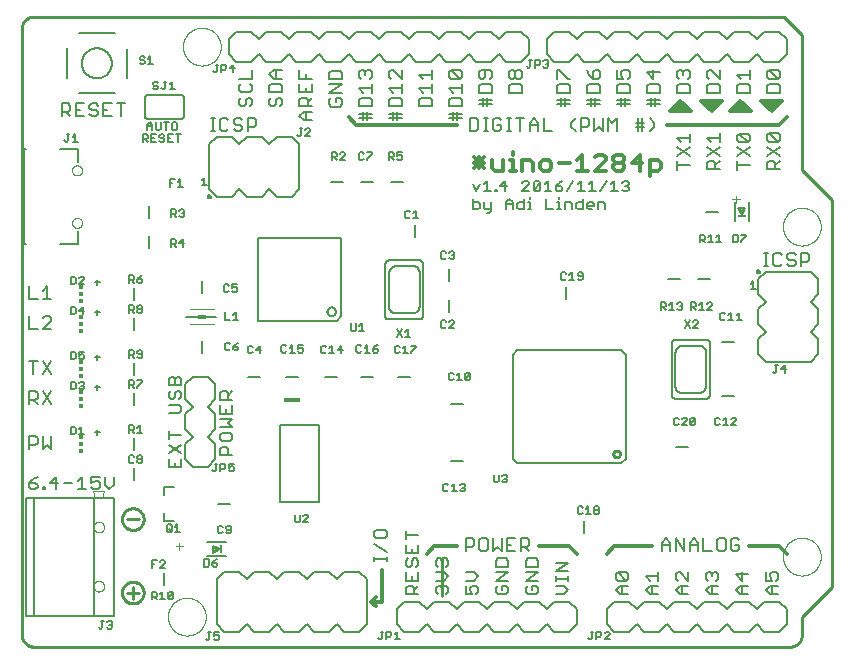
<source format=gto>
G75*
%MOIN*%
%OFA0B0*%
%FSLAX25Y25*%
%IPPOS*%
%LPD*%
%AMOC8*
5,1,8,0,0,1.08239X$1,22.5*
%
%ADD10C,0.01000*%
%ADD11C,0.01200*%
%ADD12C,0.00800*%
%ADD13C,0.00500*%
%ADD14C,0.00300*%
%ADD15C,0.00600*%
%ADD16C,0.00000*%
%ADD17C,0.00276*%
%ADD18R,0.02756X0.01181*%
%ADD19R,0.01181X0.01280*%
%ADD20R,0.01181X0.01181*%
%ADD21R,0.03150X0.00787*%
%ADD22R,0.00787X0.03150*%
%ADD23R,0.05512X0.01575*%
D10*
X0024473Y0009437D02*
X0024473Y0211563D01*
X0024475Y0211687D01*
X0024481Y0211810D01*
X0024490Y0211934D01*
X0024504Y0212056D01*
X0024521Y0212179D01*
X0024543Y0212301D01*
X0024568Y0212422D01*
X0024597Y0212542D01*
X0024629Y0212661D01*
X0024666Y0212780D01*
X0024706Y0212897D01*
X0024749Y0213012D01*
X0024797Y0213127D01*
X0024848Y0213239D01*
X0024902Y0213350D01*
X0024960Y0213460D01*
X0025021Y0213567D01*
X0025086Y0213673D01*
X0025154Y0213776D01*
X0025225Y0213877D01*
X0025299Y0213976D01*
X0025376Y0214073D01*
X0025457Y0214167D01*
X0025540Y0214258D01*
X0025626Y0214347D01*
X0025715Y0214433D01*
X0025806Y0214516D01*
X0025900Y0214597D01*
X0025997Y0214674D01*
X0026096Y0214748D01*
X0026197Y0214819D01*
X0026300Y0214887D01*
X0026406Y0214952D01*
X0026513Y0215013D01*
X0026623Y0215071D01*
X0026734Y0215125D01*
X0026846Y0215176D01*
X0026961Y0215224D01*
X0027076Y0215267D01*
X0027193Y0215307D01*
X0027312Y0215344D01*
X0027431Y0215376D01*
X0027551Y0215405D01*
X0027672Y0215430D01*
X0027794Y0215452D01*
X0027917Y0215469D01*
X0028039Y0215483D01*
X0028163Y0215492D01*
X0028286Y0215498D01*
X0028410Y0215500D01*
X0278473Y0215500D01*
X0284473Y0209500D01*
X0284473Y0164500D01*
X0294473Y0154500D01*
X0294473Y0025500D01*
X0284473Y0015500D01*
X0284473Y0009437D01*
X0284471Y0009313D01*
X0284465Y0009190D01*
X0284456Y0009066D01*
X0284442Y0008944D01*
X0284425Y0008821D01*
X0284403Y0008699D01*
X0284378Y0008578D01*
X0284349Y0008458D01*
X0284317Y0008339D01*
X0284280Y0008220D01*
X0284240Y0008103D01*
X0284197Y0007988D01*
X0284149Y0007873D01*
X0284098Y0007761D01*
X0284044Y0007650D01*
X0283986Y0007540D01*
X0283925Y0007433D01*
X0283860Y0007327D01*
X0283792Y0007224D01*
X0283721Y0007123D01*
X0283647Y0007024D01*
X0283570Y0006927D01*
X0283489Y0006833D01*
X0283406Y0006742D01*
X0283320Y0006653D01*
X0283231Y0006567D01*
X0283140Y0006484D01*
X0283046Y0006403D01*
X0282949Y0006326D01*
X0282850Y0006252D01*
X0282749Y0006181D01*
X0282646Y0006113D01*
X0282540Y0006048D01*
X0282433Y0005987D01*
X0282323Y0005929D01*
X0282212Y0005875D01*
X0282100Y0005824D01*
X0281985Y0005776D01*
X0281870Y0005733D01*
X0281753Y0005693D01*
X0281634Y0005656D01*
X0281515Y0005624D01*
X0281395Y0005595D01*
X0281274Y0005570D01*
X0281152Y0005548D01*
X0281029Y0005531D01*
X0280907Y0005517D01*
X0280783Y0005508D01*
X0280660Y0005502D01*
X0280536Y0005500D01*
X0028410Y0005500D01*
X0028286Y0005502D01*
X0028163Y0005508D01*
X0028039Y0005517D01*
X0027917Y0005531D01*
X0027794Y0005548D01*
X0027672Y0005570D01*
X0027551Y0005595D01*
X0027431Y0005624D01*
X0027312Y0005656D01*
X0027193Y0005693D01*
X0027076Y0005733D01*
X0026961Y0005776D01*
X0026846Y0005824D01*
X0026734Y0005875D01*
X0026623Y0005929D01*
X0026513Y0005987D01*
X0026406Y0006048D01*
X0026300Y0006113D01*
X0026197Y0006181D01*
X0026096Y0006252D01*
X0025997Y0006326D01*
X0025900Y0006403D01*
X0025806Y0006484D01*
X0025715Y0006567D01*
X0025626Y0006653D01*
X0025540Y0006742D01*
X0025457Y0006833D01*
X0025376Y0006927D01*
X0025299Y0007024D01*
X0025225Y0007123D01*
X0025154Y0007224D01*
X0025086Y0007327D01*
X0025021Y0007433D01*
X0024960Y0007540D01*
X0024902Y0007650D01*
X0024848Y0007761D01*
X0024797Y0007873D01*
X0024749Y0007988D01*
X0024706Y0008103D01*
X0024666Y0008220D01*
X0024629Y0008339D01*
X0024597Y0008458D01*
X0024568Y0008578D01*
X0024543Y0008699D01*
X0024521Y0008821D01*
X0024504Y0008944D01*
X0024490Y0009066D01*
X0024481Y0009190D01*
X0024475Y0009313D01*
X0024473Y0009437D01*
X0059473Y0023500D02*
X0063473Y0023500D01*
X0057867Y0023500D02*
X0057869Y0023620D01*
X0057875Y0023740D01*
X0057885Y0023859D01*
X0057899Y0023978D01*
X0057917Y0024097D01*
X0057938Y0024215D01*
X0057964Y0024332D01*
X0057994Y0024448D01*
X0058027Y0024563D01*
X0058064Y0024677D01*
X0058105Y0024789D01*
X0058150Y0024901D01*
X0058199Y0025010D01*
X0058251Y0025118D01*
X0058306Y0025225D01*
X0058365Y0025329D01*
X0058428Y0025431D01*
X0058494Y0025531D01*
X0058563Y0025629D01*
X0058635Y0025725D01*
X0058711Y0025818D01*
X0058789Y0025908D01*
X0058871Y0025996D01*
X0058955Y0026081D01*
X0059042Y0026164D01*
X0059132Y0026243D01*
X0059225Y0026319D01*
X0059320Y0026392D01*
X0059417Y0026462D01*
X0059517Y0026529D01*
X0059618Y0026592D01*
X0059722Y0026652D01*
X0059828Y0026709D01*
X0059935Y0026762D01*
X0060045Y0026811D01*
X0060156Y0026857D01*
X0060268Y0026899D01*
X0060382Y0026937D01*
X0060496Y0026971D01*
X0060612Y0027002D01*
X0060729Y0027028D01*
X0060847Y0027051D01*
X0060965Y0027070D01*
X0061084Y0027085D01*
X0061204Y0027096D01*
X0061323Y0027103D01*
X0061443Y0027106D01*
X0061563Y0027105D01*
X0061683Y0027100D01*
X0061802Y0027091D01*
X0061921Y0027078D01*
X0062040Y0027061D01*
X0062158Y0027040D01*
X0062275Y0027016D01*
X0062392Y0026987D01*
X0062507Y0026955D01*
X0062621Y0026918D01*
X0062734Y0026878D01*
X0062846Y0026834D01*
X0062956Y0026787D01*
X0063065Y0026736D01*
X0063171Y0026681D01*
X0063276Y0026623D01*
X0063379Y0026561D01*
X0063480Y0026496D01*
X0063578Y0026428D01*
X0063674Y0026356D01*
X0063768Y0026282D01*
X0063859Y0026204D01*
X0063948Y0026123D01*
X0064033Y0026039D01*
X0064116Y0025953D01*
X0064196Y0025863D01*
X0064274Y0025772D01*
X0064347Y0025677D01*
X0064418Y0025581D01*
X0064486Y0025482D01*
X0064550Y0025380D01*
X0064611Y0025277D01*
X0064668Y0025172D01*
X0064722Y0025065D01*
X0064772Y0024956D01*
X0064819Y0024845D01*
X0064862Y0024733D01*
X0064901Y0024620D01*
X0064936Y0024505D01*
X0064967Y0024390D01*
X0064995Y0024273D01*
X0065019Y0024156D01*
X0065039Y0024037D01*
X0065055Y0023919D01*
X0065067Y0023799D01*
X0065075Y0023680D01*
X0065079Y0023560D01*
X0065079Y0023440D01*
X0065075Y0023320D01*
X0065067Y0023201D01*
X0065055Y0023081D01*
X0065039Y0022963D01*
X0065019Y0022844D01*
X0064995Y0022727D01*
X0064967Y0022610D01*
X0064936Y0022495D01*
X0064901Y0022380D01*
X0064862Y0022267D01*
X0064819Y0022155D01*
X0064772Y0022044D01*
X0064722Y0021935D01*
X0064668Y0021828D01*
X0064611Y0021723D01*
X0064550Y0021620D01*
X0064486Y0021518D01*
X0064418Y0021419D01*
X0064347Y0021323D01*
X0064274Y0021228D01*
X0064196Y0021137D01*
X0064116Y0021047D01*
X0064033Y0020961D01*
X0063948Y0020877D01*
X0063859Y0020796D01*
X0063768Y0020718D01*
X0063674Y0020644D01*
X0063578Y0020572D01*
X0063480Y0020504D01*
X0063379Y0020439D01*
X0063276Y0020377D01*
X0063171Y0020319D01*
X0063065Y0020264D01*
X0062956Y0020213D01*
X0062846Y0020166D01*
X0062734Y0020122D01*
X0062621Y0020082D01*
X0062507Y0020045D01*
X0062392Y0020013D01*
X0062275Y0019984D01*
X0062158Y0019960D01*
X0062040Y0019939D01*
X0061921Y0019922D01*
X0061802Y0019909D01*
X0061683Y0019900D01*
X0061563Y0019895D01*
X0061443Y0019894D01*
X0061323Y0019897D01*
X0061204Y0019904D01*
X0061084Y0019915D01*
X0060965Y0019930D01*
X0060847Y0019949D01*
X0060729Y0019972D01*
X0060612Y0019998D01*
X0060496Y0020029D01*
X0060382Y0020063D01*
X0060268Y0020101D01*
X0060156Y0020143D01*
X0060045Y0020189D01*
X0059935Y0020238D01*
X0059828Y0020291D01*
X0059722Y0020348D01*
X0059618Y0020408D01*
X0059517Y0020471D01*
X0059417Y0020538D01*
X0059320Y0020608D01*
X0059225Y0020681D01*
X0059132Y0020757D01*
X0059042Y0020836D01*
X0058955Y0020919D01*
X0058871Y0021004D01*
X0058789Y0021092D01*
X0058711Y0021182D01*
X0058635Y0021275D01*
X0058563Y0021371D01*
X0058494Y0021469D01*
X0058428Y0021569D01*
X0058365Y0021671D01*
X0058306Y0021775D01*
X0058251Y0021882D01*
X0058199Y0021990D01*
X0058150Y0022099D01*
X0058105Y0022211D01*
X0058064Y0022323D01*
X0058027Y0022437D01*
X0057994Y0022552D01*
X0057964Y0022668D01*
X0057938Y0022785D01*
X0057917Y0022903D01*
X0057899Y0023022D01*
X0057885Y0023141D01*
X0057875Y0023260D01*
X0057869Y0023380D01*
X0057867Y0023500D01*
X0061473Y0021500D02*
X0061473Y0025500D01*
X0057867Y0048000D02*
X0057869Y0048120D01*
X0057875Y0048240D01*
X0057885Y0048359D01*
X0057899Y0048478D01*
X0057917Y0048597D01*
X0057938Y0048715D01*
X0057964Y0048832D01*
X0057994Y0048948D01*
X0058027Y0049063D01*
X0058064Y0049177D01*
X0058105Y0049289D01*
X0058150Y0049401D01*
X0058199Y0049510D01*
X0058251Y0049618D01*
X0058306Y0049725D01*
X0058365Y0049829D01*
X0058428Y0049931D01*
X0058494Y0050031D01*
X0058563Y0050129D01*
X0058635Y0050225D01*
X0058711Y0050318D01*
X0058789Y0050408D01*
X0058871Y0050496D01*
X0058955Y0050581D01*
X0059042Y0050664D01*
X0059132Y0050743D01*
X0059225Y0050819D01*
X0059320Y0050892D01*
X0059417Y0050962D01*
X0059517Y0051029D01*
X0059618Y0051092D01*
X0059722Y0051152D01*
X0059828Y0051209D01*
X0059935Y0051262D01*
X0060045Y0051311D01*
X0060156Y0051357D01*
X0060268Y0051399D01*
X0060382Y0051437D01*
X0060496Y0051471D01*
X0060612Y0051502D01*
X0060729Y0051528D01*
X0060847Y0051551D01*
X0060965Y0051570D01*
X0061084Y0051585D01*
X0061204Y0051596D01*
X0061323Y0051603D01*
X0061443Y0051606D01*
X0061563Y0051605D01*
X0061683Y0051600D01*
X0061802Y0051591D01*
X0061921Y0051578D01*
X0062040Y0051561D01*
X0062158Y0051540D01*
X0062275Y0051516D01*
X0062392Y0051487D01*
X0062507Y0051455D01*
X0062621Y0051418D01*
X0062734Y0051378D01*
X0062846Y0051334D01*
X0062956Y0051287D01*
X0063065Y0051236D01*
X0063171Y0051181D01*
X0063276Y0051123D01*
X0063379Y0051061D01*
X0063480Y0050996D01*
X0063578Y0050928D01*
X0063674Y0050856D01*
X0063768Y0050782D01*
X0063859Y0050704D01*
X0063948Y0050623D01*
X0064033Y0050539D01*
X0064116Y0050453D01*
X0064196Y0050363D01*
X0064274Y0050272D01*
X0064347Y0050177D01*
X0064418Y0050081D01*
X0064486Y0049982D01*
X0064550Y0049880D01*
X0064611Y0049777D01*
X0064668Y0049672D01*
X0064722Y0049565D01*
X0064772Y0049456D01*
X0064819Y0049345D01*
X0064862Y0049233D01*
X0064901Y0049120D01*
X0064936Y0049005D01*
X0064967Y0048890D01*
X0064995Y0048773D01*
X0065019Y0048656D01*
X0065039Y0048537D01*
X0065055Y0048419D01*
X0065067Y0048299D01*
X0065075Y0048180D01*
X0065079Y0048060D01*
X0065079Y0047940D01*
X0065075Y0047820D01*
X0065067Y0047701D01*
X0065055Y0047581D01*
X0065039Y0047463D01*
X0065019Y0047344D01*
X0064995Y0047227D01*
X0064967Y0047110D01*
X0064936Y0046995D01*
X0064901Y0046880D01*
X0064862Y0046767D01*
X0064819Y0046655D01*
X0064772Y0046544D01*
X0064722Y0046435D01*
X0064668Y0046328D01*
X0064611Y0046223D01*
X0064550Y0046120D01*
X0064486Y0046018D01*
X0064418Y0045919D01*
X0064347Y0045823D01*
X0064274Y0045728D01*
X0064196Y0045637D01*
X0064116Y0045547D01*
X0064033Y0045461D01*
X0063948Y0045377D01*
X0063859Y0045296D01*
X0063768Y0045218D01*
X0063674Y0045144D01*
X0063578Y0045072D01*
X0063480Y0045004D01*
X0063379Y0044939D01*
X0063276Y0044877D01*
X0063171Y0044819D01*
X0063065Y0044764D01*
X0062956Y0044713D01*
X0062846Y0044666D01*
X0062734Y0044622D01*
X0062621Y0044582D01*
X0062507Y0044545D01*
X0062392Y0044513D01*
X0062275Y0044484D01*
X0062158Y0044460D01*
X0062040Y0044439D01*
X0061921Y0044422D01*
X0061802Y0044409D01*
X0061683Y0044400D01*
X0061563Y0044395D01*
X0061443Y0044394D01*
X0061323Y0044397D01*
X0061204Y0044404D01*
X0061084Y0044415D01*
X0060965Y0044430D01*
X0060847Y0044449D01*
X0060729Y0044472D01*
X0060612Y0044498D01*
X0060496Y0044529D01*
X0060382Y0044563D01*
X0060268Y0044601D01*
X0060156Y0044643D01*
X0060045Y0044689D01*
X0059935Y0044738D01*
X0059828Y0044791D01*
X0059722Y0044848D01*
X0059618Y0044908D01*
X0059517Y0044971D01*
X0059417Y0045038D01*
X0059320Y0045108D01*
X0059225Y0045181D01*
X0059132Y0045257D01*
X0059042Y0045336D01*
X0058955Y0045419D01*
X0058871Y0045504D01*
X0058789Y0045592D01*
X0058711Y0045682D01*
X0058635Y0045775D01*
X0058563Y0045871D01*
X0058494Y0045969D01*
X0058428Y0046069D01*
X0058365Y0046171D01*
X0058306Y0046275D01*
X0058251Y0046382D01*
X0058199Y0046490D01*
X0058150Y0046599D01*
X0058105Y0046711D01*
X0058064Y0046823D01*
X0058027Y0046937D01*
X0057994Y0047052D01*
X0057964Y0047168D01*
X0057938Y0047285D01*
X0057917Y0047403D01*
X0057899Y0047522D01*
X0057885Y0047641D01*
X0057875Y0047760D01*
X0057869Y0047880D01*
X0057867Y0048000D01*
X0059473Y0048000D02*
X0063473Y0048000D01*
X0164473Y0035000D02*
X0164473Y0022500D01*
X0221608Y0069752D02*
X0221610Y0069819D01*
X0221616Y0069885D01*
X0221626Y0069951D01*
X0221640Y0070016D01*
X0221657Y0070080D01*
X0221679Y0070143D01*
X0221704Y0070205D01*
X0221733Y0070265D01*
X0221766Y0070323D01*
X0221801Y0070379D01*
X0221841Y0070433D01*
X0221883Y0070484D01*
X0221928Y0070533D01*
X0221976Y0070579D01*
X0222027Y0070622D01*
X0222080Y0070662D01*
X0222136Y0070699D01*
X0222194Y0070732D01*
X0222253Y0070762D01*
X0222314Y0070788D01*
X0222377Y0070811D01*
X0222441Y0070829D01*
X0222506Y0070844D01*
X0222572Y0070855D01*
X0222638Y0070862D01*
X0222704Y0070865D01*
X0222771Y0070864D01*
X0222837Y0070859D01*
X0222903Y0070850D01*
X0222969Y0070837D01*
X0223033Y0070820D01*
X0223096Y0070800D01*
X0223158Y0070775D01*
X0223219Y0070747D01*
X0223278Y0070716D01*
X0223334Y0070681D01*
X0223389Y0070643D01*
X0223441Y0070601D01*
X0223490Y0070556D01*
X0223537Y0070509D01*
X0223581Y0070459D01*
X0223621Y0070406D01*
X0223659Y0070351D01*
X0223693Y0070294D01*
X0223724Y0070235D01*
X0223751Y0070174D01*
X0223774Y0070112D01*
X0223794Y0070048D01*
X0223810Y0069983D01*
X0223822Y0069918D01*
X0223830Y0069852D01*
X0223834Y0069785D01*
X0223834Y0069719D01*
X0223830Y0069652D01*
X0223822Y0069586D01*
X0223810Y0069521D01*
X0223794Y0069456D01*
X0223774Y0069392D01*
X0223751Y0069330D01*
X0223724Y0069269D01*
X0223693Y0069210D01*
X0223659Y0069153D01*
X0223621Y0069098D01*
X0223581Y0069045D01*
X0223537Y0068995D01*
X0223490Y0068948D01*
X0223441Y0068903D01*
X0223389Y0068861D01*
X0223334Y0068823D01*
X0223277Y0068788D01*
X0223219Y0068757D01*
X0223158Y0068729D01*
X0223096Y0068704D01*
X0223033Y0068684D01*
X0222969Y0068667D01*
X0222903Y0068654D01*
X0222837Y0068645D01*
X0222771Y0068640D01*
X0222704Y0068639D01*
X0222638Y0068642D01*
X0222572Y0068649D01*
X0222506Y0068660D01*
X0222441Y0068675D01*
X0222377Y0068693D01*
X0222314Y0068716D01*
X0222253Y0068742D01*
X0222194Y0068772D01*
X0222136Y0068805D01*
X0222080Y0068842D01*
X0222027Y0068882D01*
X0221976Y0068925D01*
X0221928Y0068971D01*
X0221883Y0069020D01*
X0221841Y0069071D01*
X0221801Y0069125D01*
X0221766Y0069181D01*
X0221733Y0069239D01*
X0221704Y0069299D01*
X0221679Y0069361D01*
X0221657Y0069424D01*
X0221640Y0069488D01*
X0221626Y0069553D01*
X0221616Y0069619D01*
X0221610Y0069685D01*
X0221608Y0069752D01*
D11*
X0221973Y0039000D02*
X0219473Y0036500D01*
X0221973Y0039000D02*
X0234473Y0039000D01*
X0209473Y0036500D02*
X0206973Y0039000D01*
X0196973Y0039000D01*
X0169473Y0039000D02*
X0161973Y0039000D01*
X0159473Y0036500D01*
X0144473Y0031000D02*
X0144473Y0020500D01*
X0140973Y0020500D01*
X0142473Y0019000D01*
X0140973Y0020500D02*
X0142473Y0022000D01*
X0266973Y0039000D02*
X0276973Y0039000D01*
X0279473Y0036500D01*
X0233819Y0162298D02*
X0233819Y0167703D01*
X0236522Y0167703D01*
X0237423Y0166802D01*
X0237423Y0165001D01*
X0236522Y0164100D01*
X0233819Y0164100D01*
X0230445Y0164100D02*
X0230445Y0169505D01*
X0227742Y0166802D01*
X0231345Y0166802D01*
X0225268Y0165902D02*
X0225268Y0165001D01*
X0224367Y0164100D01*
X0222566Y0164100D01*
X0221665Y0165001D01*
X0221665Y0165902D01*
X0222566Y0166802D01*
X0224367Y0166802D01*
X0225268Y0165902D01*
X0224367Y0166802D02*
X0225268Y0167703D01*
X0225268Y0168604D01*
X0224367Y0169505D01*
X0222566Y0169505D01*
X0221665Y0168604D01*
X0221665Y0167703D01*
X0222566Y0166802D01*
X0219191Y0167703D02*
X0219191Y0168604D01*
X0218290Y0169505D01*
X0216489Y0169505D01*
X0215588Y0168604D01*
X0211312Y0169505D02*
X0211312Y0164100D01*
X0209511Y0164100D02*
X0213114Y0164100D01*
X0215588Y0164100D02*
X0219191Y0167703D01*
X0219191Y0164100D02*
X0215588Y0164100D01*
X0211312Y0169505D02*
X0209511Y0167703D01*
X0207037Y0166802D02*
X0203434Y0166802D01*
X0200959Y0166802D02*
X0200959Y0165001D01*
X0200059Y0164100D01*
X0198257Y0164100D01*
X0197356Y0165001D01*
X0197356Y0166802D01*
X0198257Y0167703D01*
X0200059Y0167703D01*
X0200959Y0166802D01*
X0194882Y0166802D02*
X0194882Y0164100D01*
X0194882Y0166802D02*
X0193981Y0167703D01*
X0191279Y0167703D01*
X0191279Y0164100D01*
X0189029Y0164100D02*
X0187228Y0164100D01*
X0188128Y0164100D02*
X0188128Y0167703D01*
X0187228Y0167703D01*
X0188128Y0169505D02*
X0188128Y0170405D01*
X0184754Y0167703D02*
X0184754Y0164100D01*
X0182051Y0164100D01*
X0181151Y0165001D01*
X0181151Y0167703D01*
X0178676Y0166802D02*
X0175073Y0166802D01*
X0175073Y0165001D02*
X0178676Y0168604D01*
X0176875Y0168604D02*
X0176875Y0165001D01*
X0178676Y0165001D02*
X0175073Y0168604D01*
X0169473Y0179500D02*
X0135973Y0179500D01*
X0133473Y0182000D01*
X0239473Y0179500D02*
X0276973Y0179500D01*
X0279473Y0182000D01*
X0274473Y0184000D02*
X0277973Y0187500D01*
X0270973Y0187500D01*
X0274473Y0184000D01*
X0274473Y0185000D02*
X0272973Y0186500D01*
X0274973Y0186500D01*
X0274473Y0186000D02*
X0274473Y0185500D01*
X0274473Y0185000D02*
X0276473Y0187000D01*
X0272473Y0187000D01*
X0267473Y0184000D02*
X0263973Y0187500D01*
X0260473Y0184000D01*
X0267473Y0184000D01*
X0265973Y0184500D02*
X0263973Y0186500D01*
X0261973Y0184500D01*
X0262973Y0184500D02*
X0264473Y0185500D01*
X0265973Y0184500D02*
X0262973Y0184500D01*
X0257973Y0187500D02*
X0254473Y0184000D01*
X0250973Y0187500D01*
X0257973Y0187500D01*
X0256473Y0187000D02*
X0254473Y0185000D01*
X0252973Y0186500D01*
X0254973Y0186500D01*
X0254473Y0186000D02*
X0254473Y0185500D01*
X0252473Y0187000D02*
X0256473Y0187000D01*
X0247473Y0184000D02*
X0243973Y0187500D01*
X0240473Y0184000D01*
X0247473Y0184000D01*
X0245973Y0184500D02*
X0242973Y0184500D01*
X0244473Y0185500D01*
X0243973Y0186500D02*
X0245973Y0184500D01*
X0243973Y0186500D02*
X0241973Y0184500D01*
D12*
X0237073Y0186289D02*
X0232870Y0186289D01*
X0232870Y0187690D02*
X0237073Y0187690D01*
X0235672Y0188391D02*
X0235672Y0185588D01*
X0234271Y0185588D02*
X0234271Y0187690D01*
X0234271Y0188391D01*
X0232870Y0190192D02*
X0232870Y0192294D01*
X0233570Y0192995D01*
X0236373Y0192995D01*
X0237073Y0192294D01*
X0237073Y0190192D01*
X0232870Y0190192D01*
X0234972Y0194796D02*
X0234972Y0197598D01*
X0237073Y0196898D02*
X0232870Y0196898D01*
X0234972Y0194796D01*
X0236973Y0200500D02*
X0231973Y0200500D01*
X0229473Y0203000D01*
X0226973Y0200500D01*
X0221973Y0200500D01*
X0219473Y0203000D01*
X0216973Y0200500D01*
X0211973Y0200500D01*
X0209473Y0203000D01*
X0206973Y0200500D01*
X0201973Y0200500D01*
X0199473Y0203000D01*
X0199473Y0208000D01*
X0201973Y0210500D01*
X0206973Y0210500D01*
X0209473Y0208000D01*
X0211973Y0210500D01*
X0216973Y0210500D01*
X0219473Y0208000D01*
X0221973Y0210500D01*
X0226973Y0210500D01*
X0229473Y0208000D01*
X0231973Y0210500D01*
X0236973Y0210500D01*
X0239473Y0208000D01*
X0241973Y0210500D01*
X0246973Y0210500D01*
X0249473Y0208000D01*
X0251973Y0210500D01*
X0256973Y0210500D01*
X0259473Y0208000D01*
X0261973Y0210500D01*
X0266973Y0210500D01*
X0269473Y0208000D01*
X0271973Y0210500D01*
X0276973Y0210500D01*
X0279473Y0208000D01*
X0279473Y0203000D01*
X0276973Y0200500D01*
X0271973Y0200500D01*
X0269473Y0203000D01*
X0266973Y0200500D01*
X0261973Y0200500D01*
X0259473Y0203000D01*
X0256973Y0200500D01*
X0251973Y0200500D01*
X0249473Y0203000D01*
X0246973Y0200500D01*
X0241973Y0200500D01*
X0239473Y0203000D01*
X0236973Y0200500D01*
X0242870Y0196898D02*
X0242870Y0195497D01*
X0243570Y0194796D01*
X0243570Y0192995D02*
X0242870Y0192294D01*
X0242870Y0190192D01*
X0247073Y0190192D01*
X0247073Y0192294D01*
X0246373Y0192995D01*
X0243570Y0192995D01*
X0246373Y0194796D02*
X0247073Y0195497D01*
X0247073Y0196898D01*
X0246373Y0197598D01*
X0245672Y0197598D01*
X0244972Y0196898D01*
X0244972Y0196197D01*
X0244972Y0196898D02*
X0244271Y0197598D01*
X0243570Y0197598D01*
X0242870Y0196898D01*
X0252870Y0196898D02*
X0252870Y0195497D01*
X0253570Y0194796D01*
X0253570Y0192995D02*
X0252870Y0192294D01*
X0252870Y0190192D01*
X0257073Y0190192D01*
X0257073Y0192294D01*
X0256373Y0192995D01*
X0253570Y0192995D01*
X0257073Y0194796D02*
X0254271Y0197598D01*
X0253570Y0197598D01*
X0252870Y0196898D01*
X0257073Y0197598D02*
X0257073Y0194796D01*
X0262870Y0196197D02*
X0267073Y0196197D01*
X0267073Y0194796D02*
X0267073Y0197598D01*
X0264271Y0194796D02*
X0262870Y0196197D01*
X0263570Y0192995D02*
X0262870Y0192294D01*
X0262870Y0190192D01*
X0267073Y0190192D01*
X0267073Y0192294D01*
X0266373Y0192995D01*
X0263570Y0192995D01*
X0272870Y0192294D02*
X0272870Y0190192D01*
X0277073Y0190192D01*
X0277073Y0192294D01*
X0276373Y0192995D01*
X0273570Y0192995D01*
X0272870Y0192294D01*
X0273570Y0194796D02*
X0272870Y0195497D01*
X0272870Y0196898D01*
X0273570Y0197598D01*
X0276373Y0194796D01*
X0277073Y0195497D01*
X0277073Y0196898D01*
X0276373Y0197598D01*
X0273570Y0197598D01*
X0273570Y0194796D02*
X0276373Y0194796D01*
X0276373Y0176598D02*
X0273570Y0176598D01*
X0276373Y0173796D01*
X0277073Y0174497D01*
X0277073Y0175898D01*
X0276373Y0176598D01*
X0276373Y0173796D02*
X0273570Y0173796D01*
X0272870Y0174497D01*
X0272870Y0175898D01*
X0273570Y0176598D01*
X0272870Y0171995D02*
X0277073Y0169192D01*
X0277073Y0167391D02*
X0275672Y0165989D01*
X0275672Y0166690D02*
X0275672Y0164588D01*
X0277073Y0164588D02*
X0272870Y0164588D01*
X0272870Y0166690D01*
X0273570Y0167391D01*
X0274972Y0167391D01*
X0275672Y0166690D01*
X0272870Y0169192D02*
X0277073Y0171995D01*
X0267091Y0171946D02*
X0262887Y0169144D01*
X0262887Y0167343D02*
X0262887Y0164540D01*
X0262887Y0165941D02*
X0267091Y0165941D01*
X0267091Y0169144D02*
X0262887Y0171946D01*
X0263588Y0173748D02*
X0262887Y0174449D01*
X0262887Y0175850D01*
X0263588Y0176550D01*
X0266390Y0173748D01*
X0267091Y0174449D01*
X0267091Y0175850D01*
X0266390Y0176550D01*
X0263588Y0176550D01*
X0263588Y0173748D02*
X0266390Y0173748D01*
X0257073Y0173796D02*
X0257073Y0176598D01*
X0257073Y0175197D02*
X0252870Y0175197D01*
X0254271Y0173796D01*
X0252870Y0171995D02*
X0257073Y0169192D01*
X0257073Y0167391D02*
X0255672Y0165989D01*
X0255672Y0166690D02*
X0255672Y0164588D01*
X0257073Y0164588D02*
X0252870Y0164588D01*
X0252870Y0166690D01*
X0253570Y0167391D01*
X0254972Y0167391D01*
X0255672Y0166690D01*
X0252870Y0169192D02*
X0257073Y0171995D01*
X0247091Y0171946D02*
X0242887Y0169144D01*
X0242887Y0167343D02*
X0242887Y0164540D01*
X0242887Y0165941D02*
X0247091Y0165941D01*
X0247091Y0169144D02*
X0242887Y0171946D01*
X0244288Y0173748D02*
X0242887Y0175149D01*
X0247091Y0175149D01*
X0247091Y0173748D02*
X0247091Y0176550D01*
X0235126Y0178801D02*
X0235126Y0180202D01*
X0233724Y0181604D01*
X0231923Y0180202D02*
X0231222Y0180202D01*
X0229120Y0180202D01*
X0229120Y0178801D02*
X0231923Y0178801D01*
X0231222Y0177400D02*
X0231222Y0181604D01*
X0229821Y0181604D02*
X0229821Y0177400D01*
X0233724Y0177400D02*
X0235126Y0178801D01*
X0225672Y0185588D02*
X0225672Y0188391D01*
X0224271Y0188391D02*
X0224271Y0187690D01*
X0224271Y0185588D01*
X0222870Y0186289D02*
X0227073Y0186289D01*
X0227073Y0187690D02*
X0222870Y0187690D01*
X0222870Y0190192D02*
X0222870Y0192294D01*
X0223570Y0192995D01*
X0226373Y0192995D01*
X0227073Y0192294D01*
X0227073Y0190192D01*
X0222870Y0190192D01*
X0222870Y0194796D02*
X0224972Y0194796D01*
X0224271Y0196197D01*
X0224271Y0196898D01*
X0224972Y0197598D01*
X0226373Y0197598D01*
X0227073Y0196898D01*
X0227073Y0195497D01*
X0226373Y0194796D01*
X0222870Y0194796D02*
X0222870Y0197598D01*
X0217073Y0196898D02*
X0217073Y0195497D01*
X0216373Y0194796D01*
X0214972Y0194796D01*
X0214972Y0196898D01*
X0215672Y0197598D01*
X0216373Y0197598D01*
X0217073Y0196898D01*
X0214972Y0194796D02*
X0213570Y0196197D01*
X0212870Y0197598D01*
X0213570Y0192995D02*
X0212870Y0192294D01*
X0212870Y0190192D01*
X0217073Y0190192D01*
X0217073Y0192294D01*
X0216373Y0192995D01*
X0213570Y0192995D01*
X0214271Y0188391D02*
X0214271Y0187690D01*
X0214271Y0185588D01*
X0215672Y0185588D02*
X0215672Y0188391D01*
X0217073Y0187690D02*
X0212870Y0187690D01*
X0212870Y0186289D02*
X0217073Y0186289D01*
X0218111Y0181604D02*
X0218111Y0177400D01*
X0216710Y0178801D01*
X0215309Y0177400D01*
X0215309Y0181604D01*
X0213507Y0180903D02*
X0213507Y0179502D01*
X0212807Y0178801D01*
X0210705Y0178801D01*
X0210705Y0177400D02*
X0210705Y0181604D01*
X0212807Y0181604D01*
X0213507Y0180903D01*
X0209037Y0181604D02*
X0207635Y0180202D01*
X0207635Y0178801D01*
X0209037Y0177400D01*
X0201230Y0177400D02*
X0198428Y0177400D01*
X0198428Y0181604D01*
X0196626Y0180202D02*
X0196626Y0177400D01*
X0196626Y0179502D02*
X0193824Y0179502D01*
X0193824Y0180202D02*
X0195225Y0181604D01*
X0196626Y0180202D01*
X0193824Y0180202D02*
X0193824Y0177400D01*
X0190621Y0177400D02*
X0190621Y0181604D01*
X0189220Y0181604D02*
X0192022Y0181604D01*
X0187552Y0181604D02*
X0186150Y0181604D01*
X0186851Y0181604D02*
X0186851Y0177400D01*
X0186150Y0177400D02*
X0187552Y0177400D01*
X0184349Y0178101D02*
X0184349Y0179502D01*
X0182948Y0179502D01*
X0184349Y0180903D02*
X0183648Y0181604D01*
X0182247Y0181604D01*
X0181547Y0180903D01*
X0181547Y0178101D01*
X0182247Y0177400D01*
X0183648Y0177400D01*
X0184349Y0178101D01*
X0179878Y0177400D02*
X0178477Y0177400D01*
X0179178Y0177400D02*
X0179178Y0181604D01*
X0179878Y0181604D02*
X0178477Y0181604D01*
X0176676Y0180903D02*
X0175975Y0181604D01*
X0173873Y0181604D01*
X0173873Y0177400D01*
X0175975Y0177400D01*
X0176676Y0178101D01*
X0176676Y0180903D01*
X0178271Y0185588D02*
X0178271Y0187690D01*
X0178271Y0188391D01*
X0179672Y0188391D02*
X0179672Y0185588D01*
X0181073Y0186289D02*
X0176870Y0186289D01*
X0176870Y0187690D02*
X0181073Y0187690D01*
X0181073Y0190192D02*
X0176870Y0190192D01*
X0176870Y0192294D01*
X0177570Y0192995D01*
X0180373Y0192995D01*
X0181073Y0192294D01*
X0181073Y0190192D01*
X0180373Y0194796D02*
X0181073Y0195497D01*
X0181073Y0196898D01*
X0180373Y0197598D01*
X0177570Y0197598D01*
X0176870Y0196898D01*
X0176870Y0195497D01*
X0177570Y0194796D01*
X0178271Y0194796D01*
X0178972Y0195497D01*
X0178972Y0197598D01*
X0180973Y0200500D02*
X0175973Y0200500D01*
X0173473Y0203000D01*
X0170973Y0200500D01*
X0165973Y0200500D01*
X0163473Y0203000D01*
X0160973Y0200500D01*
X0155973Y0200500D01*
X0153473Y0203000D01*
X0150973Y0200500D01*
X0145973Y0200500D01*
X0143473Y0203000D01*
X0140973Y0200500D01*
X0135973Y0200500D01*
X0133473Y0203000D01*
X0130973Y0200500D01*
X0125973Y0200500D01*
X0123473Y0203000D01*
X0120973Y0200500D01*
X0115973Y0200500D01*
X0113473Y0203000D01*
X0110973Y0200500D01*
X0105973Y0200500D01*
X0103473Y0203000D01*
X0100973Y0200500D01*
X0095973Y0200500D01*
X0093473Y0203000D01*
X0093473Y0208000D01*
X0095973Y0210500D01*
X0100973Y0210500D01*
X0103473Y0208000D01*
X0105973Y0210500D01*
X0110973Y0210500D01*
X0113473Y0208000D01*
X0115973Y0210500D01*
X0120973Y0210500D01*
X0123473Y0208000D01*
X0125973Y0210500D01*
X0130973Y0210500D01*
X0133473Y0208000D01*
X0135973Y0210500D01*
X0140973Y0210500D01*
X0143473Y0208000D01*
X0145973Y0210500D01*
X0150973Y0210500D01*
X0153473Y0208000D01*
X0155973Y0210500D01*
X0160973Y0210500D01*
X0163473Y0208000D01*
X0165973Y0210500D01*
X0170973Y0210500D01*
X0173473Y0208000D01*
X0175973Y0210500D01*
X0180973Y0210500D01*
X0183473Y0208000D01*
X0185973Y0210500D01*
X0190973Y0210500D01*
X0193473Y0208000D01*
X0193473Y0203000D01*
X0190973Y0200500D01*
X0185973Y0200500D01*
X0183473Y0203000D01*
X0180973Y0200500D01*
X0186870Y0196898D02*
X0186870Y0195497D01*
X0187570Y0194796D01*
X0188271Y0194796D01*
X0188972Y0195497D01*
X0188972Y0196898D01*
X0189672Y0197598D01*
X0190373Y0197598D01*
X0191073Y0196898D01*
X0191073Y0195497D01*
X0190373Y0194796D01*
X0189672Y0194796D01*
X0188972Y0195497D01*
X0188972Y0196898D02*
X0188271Y0197598D01*
X0187570Y0197598D01*
X0186870Y0196898D01*
X0187570Y0192995D02*
X0186870Y0192294D01*
X0186870Y0190192D01*
X0191073Y0190192D01*
X0191073Y0192294D01*
X0190373Y0192995D01*
X0187570Y0192995D01*
X0202870Y0192294D02*
X0202870Y0190192D01*
X0207073Y0190192D01*
X0207073Y0192294D01*
X0206373Y0192995D01*
X0203570Y0192995D01*
X0202870Y0192294D01*
X0202870Y0194796D02*
X0202870Y0197598D01*
X0203570Y0197598D01*
X0206373Y0194796D01*
X0207073Y0194796D01*
X0205672Y0188391D02*
X0205672Y0185588D01*
X0204271Y0185588D02*
X0204271Y0187690D01*
X0204271Y0188391D01*
X0202870Y0187690D02*
X0207073Y0187690D01*
X0207073Y0186289D02*
X0202870Y0186289D01*
X0219913Y0181604D02*
X0219913Y0177400D01*
X0222715Y0177400D02*
X0222715Y0181604D01*
X0221314Y0180202D01*
X0219913Y0181604D01*
X0252473Y0150500D02*
X0256473Y0150500D01*
X0262210Y0147350D02*
X0262210Y0153650D01*
X0263292Y0151878D02*
X0265654Y0151878D01*
X0264473Y0149516D01*
X0263292Y0151878D01*
X0263686Y0151681D02*
X0264473Y0150106D01*
X0265261Y0151681D01*
X0263686Y0151681D01*
X0263713Y0151628D02*
X0265234Y0151628D01*
X0264835Y0150829D02*
X0264112Y0150829D01*
X0266737Y0153650D02*
X0266737Y0147350D01*
X0271921Y0136621D02*
X0273323Y0136621D01*
X0272622Y0136621D02*
X0272622Y0132417D01*
X0271921Y0132417D02*
X0273323Y0132417D01*
X0274991Y0133118D02*
X0275691Y0132417D01*
X0277092Y0132417D01*
X0277793Y0133118D01*
X0279595Y0133118D02*
X0280295Y0132417D01*
X0281696Y0132417D01*
X0282397Y0133118D01*
X0282397Y0133819D01*
X0281696Y0134519D01*
X0280295Y0134519D01*
X0279595Y0135220D01*
X0279595Y0135920D01*
X0280295Y0136621D01*
X0281696Y0136621D01*
X0282397Y0135920D01*
X0284198Y0136621D02*
X0286300Y0136621D01*
X0287001Y0135920D01*
X0287001Y0134519D01*
X0286300Y0133819D01*
X0284198Y0133819D01*
X0284198Y0132417D02*
X0284198Y0136621D01*
X0277793Y0135920D02*
X0277092Y0136621D01*
X0275691Y0136621D01*
X0274991Y0135920D01*
X0274991Y0133118D01*
X0253973Y0128000D02*
X0249973Y0128000D01*
X0243973Y0128000D02*
X0239973Y0128000D01*
X0257973Y0107000D02*
X0261973Y0107000D01*
X0261973Y0089000D02*
X0257973Y0089000D01*
X0246473Y0072000D02*
X0242473Y0072000D01*
X0225871Y0068177D02*
X0225871Y0102823D01*
X0224296Y0104398D01*
X0189650Y0104398D01*
X0188076Y0102823D01*
X0188076Y0068177D01*
X0189650Y0066602D01*
X0224296Y0066602D01*
X0225871Y0068177D01*
X0211973Y0047500D02*
X0211973Y0043500D01*
X0206573Y0033376D02*
X0202370Y0033376D01*
X0202370Y0030573D02*
X0206573Y0033376D01*
X0206573Y0030573D02*
X0202370Y0030573D01*
X0202370Y0028905D02*
X0202370Y0027504D01*
X0202370Y0028205D02*
X0206573Y0028205D01*
X0206573Y0028905D02*
X0206573Y0027504D01*
X0205172Y0025702D02*
X0202370Y0025702D01*
X0202370Y0022900D02*
X0205172Y0022900D01*
X0206573Y0024301D01*
X0205172Y0025702D01*
X0206973Y0020500D02*
X0201973Y0020500D01*
X0199473Y0018000D01*
X0196973Y0020500D01*
X0191973Y0020500D01*
X0189473Y0018000D01*
X0186973Y0020500D01*
X0181973Y0020500D01*
X0179473Y0018000D01*
X0176973Y0020500D01*
X0171973Y0020500D01*
X0169473Y0018000D01*
X0166973Y0020500D01*
X0161973Y0020500D01*
X0159473Y0018000D01*
X0156973Y0020500D01*
X0151973Y0020500D01*
X0149473Y0018000D01*
X0149473Y0013000D01*
X0151973Y0010500D01*
X0156973Y0010500D01*
X0159473Y0013000D01*
X0161973Y0010500D01*
X0166973Y0010500D01*
X0169473Y0013000D01*
X0171973Y0010500D01*
X0176973Y0010500D01*
X0179473Y0013000D01*
X0181973Y0010500D01*
X0186973Y0010500D01*
X0189473Y0013000D01*
X0191973Y0010500D01*
X0196973Y0010500D01*
X0199473Y0013000D01*
X0201973Y0010500D01*
X0206973Y0010500D01*
X0209473Y0013000D01*
X0209473Y0018000D01*
X0206973Y0020500D01*
X0196573Y0023601D02*
X0196573Y0025002D01*
X0195873Y0025702D01*
X0194472Y0025702D01*
X0194472Y0024301D01*
X0195873Y0022900D02*
X0193070Y0022900D01*
X0192370Y0023601D01*
X0192370Y0025002D01*
X0193070Y0025702D01*
X0192370Y0027504D02*
X0196573Y0030306D01*
X0192370Y0030306D01*
X0192370Y0032108D02*
X0192370Y0034210D01*
X0193070Y0034910D01*
X0195873Y0034910D01*
X0196573Y0034210D01*
X0196573Y0032108D01*
X0192370Y0032108D01*
X0186573Y0032108D02*
X0186573Y0034210D01*
X0185873Y0034910D01*
X0183070Y0034910D01*
X0182370Y0034210D01*
X0182370Y0032108D01*
X0186573Y0032108D01*
X0186573Y0030306D02*
X0182370Y0030306D01*
X0182370Y0027504D02*
X0186573Y0030306D01*
X0186573Y0027504D02*
X0182370Y0027504D01*
X0183070Y0025702D02*
X0182370Y0025002D01*
X0182370Y0023601D01*
X0183070Y0022900D01*
X0185873Y0022900D01*
X0186573Y0023601D01*
X0186573Y0025002D01*
X0185873Y0025702D01*
X0184472Y0025702D01*
X0184472Y0024301D01*
X0192370Y0027504D02*
X0196573Y0027504D01*
X0196573Y0023601D02*
X0195873Y0022900D01*
X0193591Y0037400D02*
X0192190Y0038801D01*
X0192891Y0038801D02*
X0190789Y0038801D01*
X0190789Y0037400D02*
X0190789Y0041604D01*
X0192891Y0041604D01*
X0193591Y0040903D01*
X0193591Y0039502D01*
X0192891Y0038801D01*
X0188987Y0037400D02*
X0186185Y0037400D01*
X0186185Y0041604D01*
X0188987Y0041604D01*
X0187586Y0039502D02*
X0186185Y0039502D01*
X0184384Y0037400D02*
X0184384Y0041604D01*
X0181581Y0041604D02*
X0181581Y0037400D01*
X0182982Y0038801D01*
X0184384Y0037400D01*
X0179780Y0038101D02*
X0179780Y0040903D01*
X0179079Y0041604D01*
X0177678Y0041604D01*
X0176977Y0040903D01*
X0176977Y0038101D01*
X0177678Y0037400D01*
X0179079Y0037400D01*
X0179780Y0038101D01*
X0175176Y0039502D02*
X0175176Y0040903D01*
X0174475Y0041604D01*
X0172373Y0041604D01*
X0172373Y0037400D01*
X0172373Y0038801D02*
X0174475Y0038801D01*
X0175176Y0039502D01*
X0166573Y0034210D02*
X0166573Y0032808D01*
X0165873Y0032108D01*
X0165172Y0030306D02*
X0162370Y0030306D01*
X0163070Y0032108D02*
X0162370Y0032808D01*
X0162370Y0034210D01*
X0163070Y0034910D01*
X0163771Y0034910D01*
X0164472Y0034210D01*
X0165172Y0034910D01*
X0165873Y0034910D01*
X0166573Y0034210D01*
X0164472Y0034210D02*
X0164472Y0033509D01*
X0165172Y0030306D02*
X0166573Y0028905D01*
X0165172Y0027504D01*
X0162370Y0027504D01*
X0163070Y0025702D02*
X0162370Y0025002D01*
X0162370Y0023601D01*
X0163070Y0022900D01*
X0164472Y0024301D02*
X0164472Y0025002D01*
X0165172Y0025702D01*
X0165873Y0025702D01*
X0166573Y0025002D01*
X0166573Y0023601D01*
X0165873Y0022900D01*
X0164472Y0025002D02*
X0163771Y0025702D01*
X0163070Y0025702D01*
X0156573Y0025702D02*
X0155172Y0024301D01*
X0155172Y0025002D02*
X0155172Y0022900D01*
X0156573Y0022900D02*
X0152370Y0022900D01*
X0152370Y0025002D01*
X0153070Y0025702D01*
X0154472Y0025702D01*
X0155172Y0025002D01*
X0154472Y0027504D02*
X0154472Y0028905D01*
X0156573Y0027504D02*
X0156573Y0030306D01*
X0155873Y0032108D02*
X0156573Y0032808D01*
X0156573Y0034210D01*
X0155873Y0034910D01*
X0155172Y0034910D01*
X0154472Y0034210D01*
X0154472Y0032808D01*
X0153771Y0032108D01*
X0153070Y0032108D01*
X0152370Y0032808D01*
X0152370Y0034210D01*
X0153070Y0034910D01*
X0152370Y0036712D02*
X0156573Y0036712D01*
X0156573Y0039514D01*
X0154472Y0038113D02*
X0154472Y0036712D01*
X0152370Y0036712D02*
X0152370Y0039514D01*
X0152370Y0041316D02*
X0152370Y0044118D01*
X0152370Y0042717D02*
X0156573Y0042717D01*
X0146073Y0042274D02*
X0145373Y0041573D01*
X0142570Y0041573D01*
X0141870Y0042274D01*
X0141870Y0043675D01*
X0142570Y0044376D01*
X0145373Y0044376D01*
X0146073Y0043675D01*
X0146073Y0042274D01*
X0141870Y0039772D02*
X0146073Y0036969D01*
X0146073Y0035301D02*
X0146073Y0033900D01*
X0146073Y0034601D02*
X0141870Y0034601D01*
X0141870Y0035301D02*
X0141870Y0033900D01*
X0152370Y0030306D02*
X0152370Y0027504D01*
X0156573Y0027504D01*
X0172370Y0027504D02*
X0175172Y0027504D01*
X0176573Y0028905D01*
X0175172Y0030306D01*
X0172370Y0030306D01*
X0172370Y0025702D02*
X0172370Y0022900D01*
X0174472Y0022900D01*
X0173771Y0024301D01*
X0173771Y0025002D01*
X0174472Y0025702D01*
X0175873Y0025702D01*
X0176573Y0025002D01*
X0176573Y0023601D01*
X0175873Y0022900D01*
X0219473Y0018000D02*
X0219473Y0013000D01*
X0221973Y0010500D01*
X0226973Y0010500D01*
X0229473Y0013000D01*
X0231973Y0010500D01*
X0236973Y0010500D01*
X0239473Y0013000D01*
X0241973Y0010500D01*
X0246973Y0010500D01*
X0249473Y0013000D01*
X0251973Y0010500D01*
X0256973Y0010500D01*
X0259473Y0013000D01*
X0261973Y0010500D01*
X0266973Y0010500D01*
X0269473Y0013000D01*
X0271973Y0010500D01*
X0276973Y0010500D01*
X0279473Y0013000D01*
X0279473Y0018000D01*
X0276973Y0020500D01*
X0271973Y0020500D01*
X0269473Y0018000D01*
X0266973Y0020500D01*
X0261973Y0020500D01*
X0259473Y0018000D01*
X0256973Y0020500D01*
X0251973Y0020500D01*
X0249473Y0018000D01*
X0246973Y0020500D01*
X0241973Y0020500D01*
X0239473Y0018000D01*
X0236973Y0020500D01*
X0231973Y0020500D01*
X0229473Y0018000D01*
X0226973Y0020500D01*
X0221973Y0020500D01*
X0219473Y0018000D01*
X0223771Y0022900D02*
X0222370Y0024301D01*
X0223771Y0025702D01*
X0226573Y0025702D01*
X0225873Y0027504D02*
X0223070Y0027504D01*
X0222370Y0028205D01*
X0222370Y0029606D01*
X0223070Y0030306D01*
X0225873Y0027504D01*
X0226573Y0028205D01*
X0226573Y0029606D01*
X0225873Y0030306D01*
X0223070Y0030306D01*
X0224472Y0025702D02*
X0224472Y0022900D01*
X0223771Y0022900D02*
X0226573Y0022900D01*
X0232370Y0024301D02*
X0233771Y0025702D01*
X0236573Y0025702D01*
X0236573Y0027504D02*
X0236573Y0030306D01*
X0236573Y0028905D02*
X0232370Y0028905D01*
X0233771Y0027504D01*
X0234472Y0025702D02*
X0234472Y0022900D01*
X0233771Y0022900D02*
X0236573Y0022900D01*
X0233771Y0022900D02*
X0232370Y0024301D01*
X0242370Y0024301D02*
X0243771Y0025702D01*
X0246573Y0025702D01*
X0246573Y0027504D02*
X0243771Y0030306D01*
X0243070Y0030306D01*
X0242370Y0029606D01*
X0242370Y0028205D01*
X0243070Y0027504D01*
X0244472Y0025702D02*
X0244472Y0022900D01*
X0243771Y0022900D02*
X0242370Y0024301D01*
X0243771Y0022900D02*
X0246573Y0022900D01*
X0246573Y0027504D02*
X0246573Y0030306D01*
X0252370Y0029606D02*
X0252370Y0028205D01*
X0253070Y0027504D01*
X0253771Y0025702D02*
X0256573Y0025702D01*
X0255873Y0027504D02*
X0256573Y0028205D01*
X0256573Y0029606D01*
X0255873Y0030306D01*
X0255172Y0030306D01*
X0254472Y0029606D01*
X0254472Y0028905D01*
X0254472Y0029606D02*
X0253771Y0030306D01*
X0253070Y0030306D01*
X0252370Y0029606D01*
X0253771Y0025702D02*
X0252370Y0024301D01*
X0253771Y0022900D01*
X0256573Y0022900D01*
X0254472Y0022900D02*
X0254472Y0025702D01*
X0262370Y0024301D02*
X0263771Y0025702D01*
X0266573Y0025702D01*
X0264472Y0025702D02*
X0264472Y0022900D01*
X0263771Y0022900D02*
X0262370Y0024301D01*
X0263771Y0022900D02*
X0266573Y0022900D01*
X0272370Y0024301D02*
X0273771Y0025702D01*
X0276573Y0025702D01*
X0275873Y0027504D02*
X0276573Y0028205D01*
X0276573Y0029606D01*
X0275873Y0030306D01*
X0274472Y0030306D01*
X0273771Y0029606D01*
X0273771Y0028905D01*
X0274472Y0027504D01*
X0272370Y0027504D01*
X0272370Y0030306D01*
X0266573Y0029606D02*
X0262370Y0029606D01*
X0264472Y0027504D01*
X0264472Y0030306D01*
X0262995Y0037400D02*
X0263695Y0038101D01*
X0263695Y0039502D01*
X0262294Y0039502D01*
X0260893Y0040903D02*
X0260893Y0038101D01*
X0261594Y0037400D01*
X0262995Y0037400D01*
X0259091Y0038101D02*
X0259091Y0040903D01*
X0258391Y0041604D01*
X0256990Y0041604D01*
X0256289Y0040903D01*
X0256289Y0038101D01*
X0256990Y0037400D01*
X0258391Y0037400D01*
X0259091Y0038101D01*
X0260893Y0040903D02*
X0261594Y0041604D01*
X0262995Y0041604D01*
X0263695Y0040903D01*
X0254487Y0037400D02*
X0251685Y0037400D01*
X0251685Y0041604D01*
X0249884Y0040202D02*
X0249884Y0037400D01*
X0249884Y0039502D02*
X0247081Y0039502D01*
X0247081Y0040202D02*
X0247081Y0037400D01*
X0245280Y0037400D02*
X0245280Y0041604D01*
X0247081Y0040202D02*
X0248482Y0041604D01*
X0249884Y0040202D01*
X0245280Y0037400D02*
X0242477Y0041604D01*
X0242477Y0037400D01*
X0240676Y0037400D02*
X0240676Y0040202D01*
X0239275Y0041604D01*
X0237873Y0040202D01*
X0237873Y0037400D01*
X0237873Y0039502D02*
X0240676Y0039502D01*
X0272370Y0024301D02*
X0273771Y0022900D01*
X0276573Y0022900D01*
X0274472Y0022900D02*
X0274472Y0025702D01*
X0171473Y0067500D02*
X0167473Y0067500D01*
X0167473Y0086500D02*
X0171473Y0086500D01*
X0153973Y0095500D02*
X0149973Y0095500D01*
X0141473Y0095500D02*
X0137473Y0095500D01*
X0129473Y0095500D02*
X0125473Y0095500D01*
X0116473Y0095500D02*
X0112473Y0095500D01*
X0103973Y0095500D02*
X0099973Y0095500D01*
X0094573Y0090598D02*
X0093172Y0089197D01*
X0093172Y0089898D02*
X0093172Y0087796D01*
X0094573Y0087796D02*
X0090370Y0087796D01*
X0090370Y0089898D01*
X0091070Y0090598D01*
X0092472Y0090598D01*
X0093172Y0089898D01*
X0088973Y0088000D02*
X0086473Y0085500D01*
X0088973Y0083000D01*
X0088973Y0078000D01*
X0086473Y0075500D01*
X0088973Y0073000D01*
X0088973Y0068000D01*
X0086473Y0065500D01*
X0081473Y0065500D01*
X0078973Y0068000D01*
X0078973Y0073000D01*
X0081473Y0075500D01*
X0078973Y0078000D01*
X0078973Y0083000D01*
X0081473Y0085500D01*
X0078973Y0088000D01*
X0078973Y0093000D01*
X0081473Y0095500D01*
X0086473Y0095500D01*
X0088973Y0093000D01*
X0088973Y0088000D01*
X0090370Y0085994D02*
X0090370Y0083192D01*
X0094573Y0083192D01*
X0094573Y0085994D01*
X0092472Y0084593D02*
X0092472Y0083192D01*
X0094573Y0081391D02*
X0090370Y0081391D01*
X0090370Y0078588D02*
X0094573Y0078588D01*
X0093172Y0079989D01*
X0094573Y0081391D01*
X0093873Y0076787D02*
X0091070Y0076787D01*
X0090370Y0076086D01*
X0090370Y0074685D01*
X0091070Y0073984D01*
X0093873Y0073984D01*
X0094573Y0074685D01*
X0094573Y0076086D01*
X0093873Y0076787D01*
X0092472Y0072183D02*
X0091070Y0072183D01*
X0090370Y0071482D01*
X0090370Y0069380D01*
X0094573Y0069380D01*
X0093172Y0069380D02*
X0093172Y0071482D01*
X0092472Y0072183D01*
X0077573Y0072806D02*
X0073370Y0070004D01*
X0073370Y0068202D02*
X0073370Y0065400D01*
X0077573Y0065400D01*
X0077573Y0068202D01*
X0077573Y0070004D02*
X0073370Y0072806D01*
X0073370Y0074608D02*
X0073370Y0077410D01*
X0073370Y0076009D02*
X0077573Y0076009D01*
X0076873Y0083400D02*
X0073370Y0083400D01*
X0076873Y0083400D02*
X0077573Y0084101D01*
X0077573Y0085502D01*
X0076873Y0086202D01*
X0073370Y0086202D01*
X0074070Y0088004D02*
X0073370Y0088705D01*
X0073370Y0090106D01*
X0074070Y0090806D01*
X0075472Y0090106D02*
X0076172Y0090806D01*
X0076873Y0090806D01*
X0077573Y0090106D01*
X0077573Y0088705D01*
X0076873Y0088004D01*
X0075472Y0088705D02*
X0074771Y0088004D01*
X0074070Y0088004D01*
X0075472Y0088705D02*
X0075472Y0090106D01*
X0075472Y0092608D02*
X0075472Y0094710D01*
X0076172Y0095410D01*
X0076873Y0095410D01*
X0077573Y0094710D01*
X0077573Y0092608D01*
X0073370Y0092608D01*
X0073370Y0094710D01*
X0074070Y0095410D01*
X0074771Y0095410D01*
X0075472Y0094710D01*
X0084473Y0103500D02*
X0084473Y0107500D01*
X0084473Y0123500D02*
X0084473Y0127500D01*
X0066973Y0138500D02*
X0066973Y0142500D01*
X0066973Y0148500D02*
X0066973Y0152500D01*
X0043284Y0144083D02*
X0043284Y0139752D01*
X0037182Y0139752D01*
X0025765Y0139752D02*
X0025174Y0139752D01*
X0025174Y0171248D01*
X0025765Y0171248D01*
X0037182Y0171248D02*
X0043284Y0171248D01*
X0043284Y0166917D01*
X0042410Y0182383D02*
X0045212Y0182383D01*
X0047013Y0183083D02*
X0047714Y0182383D01*
X0049115Y0182383D01*
X0049816Y0183083D01*
X0049816Y0183784D01*
X0049115Y0184484D01*
X0047714Y0184484D01*
X0047013Y0185185D01*
X0047013Y0185886D01*
X0047714Y0186586D01*
X0049115Y0186586D01*
X0049816Y0185886D01*
X0051617Y0186586D02*
X0051617Y0182383D01*
X0054420Y0182383D01*
X0053019Y0184484D02*
X0051617Y0184484D01*
X0051617Y0186586D02*
X0054420Y0186586D01*
X0056221Y0186586D02*
X0059024Y0186586D01*
X0057623Y0186586D02*
X0057623Y0182383D01*
X0055536Y0190000D02*
X0043410Y0190000D01*
X0042410Y0186586D02*
X0042410Y0182383D01*
X0040608Y0182383D02*
X0039207Y0183784D01*
X0039907Y0183784D02*
X0037806Y0183784D01*
X0037806Y0182383D02*
X0037806Y0186586D01*
X0039907Y0186586D01*
X0040608Y0185886D01*
X0040608Y0184484D01*
X0039907Y0183784D01*
X0042410Y0184484D02*
X0043811Y0184484D01*
X0045212Y0186586D02*
X0042410Y0186586D01*
X0039473Y0195118D02*
X0039473Y0205000D01*
X0043410Y0210000D02*
X0055536Y0210000D01*
X0059473Y0204882D02*
X0059473Y0195118D01*
X0044473Y0200000D02*
X0044475Y0200141D01*
X0044481Y0200282D01*
X0044491Y0200422D01*
X0044505Y0200562D01*
X0044523Y0200702D01*
X0044544Y0200841D01*
X0044570Y0200980D01*
X0044599Y0201118D01*
X0044633Y0201254D01*
X0044670Y0201390D01*
X0044711Y0201525D01*
X0044756Y0201659D01*
X0044805Y0201791D01*
X0044857Y0201922D01*
X0044913Y0202051D01*
X0044973Y0202178D01*
X0045036Y0202304D01*
X0045102Y0202428D01*
X0045173Y0202551D01*
X0045246Y0202671D01*
X0045323Y0202789D01*
X0045403Y0202905D01*
X0045487Y0203018D01*
X0045573Y0203129D01*
X0045663Y0203238D01*
X0045756Y0203344D01*
X0045851Y0203447D01*
X0045950Y0203548D01*
X0046051Y0203646D01*
X0046155Y0203741D01*
X0046262Y0203833D01*
X0046371Y0203922D01*
X0046483Y0204007D01*
X0046597Y0204090D01*
X0046713Y0204170D01*
X0046832Y0204246D01*
X0046953Y0204318D01*
X0047075Y0204388D01*
X0047200Y0204453D01*
X0047326Y0204516D01*
X0047454Y0204574D01*
X0047584Y0204629D01*
X0047715Y0204681D01*
X0047848Y0204728D01*
X0047982Y0204772D01*
X0048117Y0204813D01*
X0048253Y0204849D01*
X0048390Y0204881D01*
X0048528Y0204910D01*
X0048666Y0204935D01*
X0048806Y0204955D01*
X0048946Y0204972D01*
X0049086Y0204985D01*
X0049227Y0204994D01*
X0049367Y0204999D01*
X0049508Y0205000D01*
X0049649Y0204997D01*
X0049790Y0204990D01*
X0049930Y0204979D01*
X0050070Y0204964D01*
X0050210Y0204945D01*
X0050349Y0204923D01*
X0050487Y0204896D01*
X0050625Y0204866D01*
X0050761Y0204831D01*
X0050897Y0204793D01*
X0051031Y0204751D01*
X0051165Y0204705D01*
X0051297Y0204656D01*
X0051427Y0204602D01*
X0051556Y0204545D01*
X0051683Y0204485D01*
X0051809Y0204421D01*
X0051932Y0204353D01*
X0052054Y0204282D01*
X0052174Y0204208D01*
X0052291Y0204130D01*
X0052406Y0204049D01*
X0052519Y0203965D01*
X0052630Y0203878D01*
X0052738Y0203787D01*
X0052843Y0203694D01*
X0052946Y0203597D01*
X0053046Y0203498D01*
X0053143Y0203396D01*
X0053237Y0203291D01*
X0053328Y0203184D01*
X0053416Y0203074D01*
X0053501Y0202962D01*
X0053583Y0202847D01*
X0053662Y0202730D01*
X0053737Y0202611D01*
X0053809Y0202490D01*
X0053877Y0202367D01*
X0053942Y0202242D01*
X0054004Y0202115D01*
X0054061Y0201986D01*
X0054116Y0201856D01*
X0054166Y0201725D01*
X0054213Y0201592D01*
X0054256Y0201458D01*
X0054295Y0201322D01*
X0054330Y0201186D01*
X0054362Y0201049D01*
X0054389Y0200911D01*
X0054413Y0200772D01*
X0054433Y0200632D01*
X0054449Y0200492D01*
X0054461Y0200352D01*
X0054469Y0200211D01*
X0054473Y0200070D01*
X0054473Y0199930D01*
X0054469Y0199789D01*
X0054461Y0199648D01*
X0054449Y0199508D01*
X0054433Y0199368D01*
X0054413Y0199228D01*
X0054389Y0199089D01*
X0054362Y0198951D01*
X0054330Y0198814D01*
X0054295Y0198678D01*
X0054256Y0198542D01*
X0054213Y0198408D01*
X0054166Y0198275D01*
X0054116Y0198144D01*
X0054061Y0198014D01*
X0054004Y0197885D01*
X0053942Y0197758D01*
X0053877Y0197633D01*
X0053809Y0197510D01*
X0053737Y0197389D01*
X0053662Y0197270D01*
X0053583Y0197153D01*
X0053501Y0197038D01*
X0053416Y0196926D01*
X0053328Y0196816D01*
X0053237Y0196709D01*
X0053143Y0196604D01*
X0053046Y0196502D01*
X0052946Y0196403D01*
X0052843Y0196306D01*
X0052738Y0196213D01*
X0052630Y0196122D01*
X0052519Y0196035D01*
X0052406Y0195951D01*
X0052291Y0195870D01*
X0052174Y0195792D01*
X0052054Y0195718D01*
X0051932Y0195647D01*
X0051809Y0195579D01*
X0051683Y0195515D01*
X0051556Y0195455D01*
X0051427Y0195398D01*
X0051297Y0195344D01*
X0051165Y0195295D01*
X0051031Y0195249D01*
X0050897Y0195207D01*
X0050761Y0195169D01*
X0050625Y0195134D01*
X0050487Y0195104D01*
X0050349Y0195077D01*
X0050210Y0195055D01*
X0050070Y0195036D01*
X0049930Y0195021D01*
X0049790Y0195010D01*
X0049649Y0195003D01*
X0049508Y0195000D01*
X0049367Y0195001D01*
X0049227Y0195006D01*
X0049086Y0195015D01*
X0048946Y0195028D01*
X0048806Y0195045D01*
X0048666Y0195065D01*
X0048528Y0195090D01*
X0048390Y0195119D01*
X0048253Y0195151D01*
X0048117Y0195187D01*
X0047982Y0195228D01*
X0047848Y0195272D01*
X0047715Y0195319D01*
X0047584Y0195371D01*
X0047454Y0195426D01*
X0047326Y0195484D01*
X0047200Y0195547D01*
X0047075Y0195612D01*
X0046953Y0195682D01*
X0046832Y0195754D01*
X0046713Y0195830D01*
X0046597Y0195910D01*
X0046483Y0195993D01*
X0046371Y0196078D01*
X0046262Y0196167D01*
X0046155Y0196259D01*
X0046051Y0196354D01*
X0045950Y0196452D01*
X0045851Y0196553D01*
X0045756Y0196656D01*
X0045663Y0196762D01*
X0045573Y0196871D01*
X0045487Y0196982D01*
X0045403Y0197095D01*
X0045323Y0197211D01*
X0045246Y0197329D01*
X0045173Y0197449D01*
X0045102Y0197572D01*
X0045036Y0197696D01*
X0044973Y0197822D01*
X0044913Y0197949D01*
X0044857Y0198078D01*
X0044805Y0198209D01*
X0044756Y0198341D01*
X0044711Y0198475D01*
X0044670Y0198610D01*
X0044633Y0198746D01*
X0044599Y0198882D01*
X0044570Y0199020D01*
X0044544Y0199159D01*
X0044523Y0199298D01*
X0044505Y0199438D01*
X0044491Y0199578D01*
X0044481Y0199718D01*
X0044475Y0199859D01*
X0044473Y0200000D01*
X0087421Y0181621D02*
X0088823Y0181621D01*
X0088122Y0181621D02*
X0088122Y0177417D01*
X0087421Y0177417D02*
X0088823Y0177417D01*
X0090491Y0178118D02*
X0091191Y0177417D01*
X0092592Y0177417D01*
X0093293Y0178118D01*
X0095095Y0178118D02*
X0095795Y0177417D01*
X0097196Y0177417D01*
X0097897Y0178118D01*
X0097897Y0178819D01*
X0097196Y0179519D01*
X0095795Y0179519D01*
X0095095Y0180220D01*
X0095095Y0180920D01*
X0095795Y0181621D01*
X0097196Y0181621D01*
X0097897Y0180920D01*
X0099698Y0181621D02*
X0099698Y0177417D01*
X0099698Y0178819D02*
X0101800Y0178819D01*
X0102501Y0179519D01*
X0102501Y0180920D01*
X0101800Y0181621D01*
X0099698Y0181621D01*
X0100490Y0185640D02*
X0101191Y0186341D01*
X0101191Y0187742D01*
X0100490Y0188443D01*
X0099789Y0188443D01*
X0099089Y0187742D01*
X0099089Y0186341D01*
X0098388Y0185640D01*
X0097688Y0185640D01*
X0096987Y0186341D01*
X0096987Y0187742D01*
X0097688Y0188443D01*
X0097688Y0190244D02*
X0100490Y0190244D01*
X0101191Y0190945D01*
X0101191Y0192346D01*
X0100490Y0193046D01*
X0101191Y0194848D02*
X0096987Y0194848D01*
X0097688Y0193046D02*
X0096987Y0192346D01*
X0096987Y0190945D01*
X0097688Y0190244D01*
X0101191Y0194848D02*
X0101191Y0197650D01*
X0106987Y0196249D02*
X0108388Y0197650D01*
X0111191Y0197650D01*
X0109089Y0197650D02*
X0109089Y0194848D01*
X0108388Y0194848D02*
X0106987Y0196249D01*
X0108388Y0194848D02*
X0111191Y0194848D01*
X0110490Y0193046D02*
X0107688Y0193046D01*
X0106987Y0192346D01*
X0106987Y0190244D01*
X0111191Y0190244D01*
X0111191Y0192346D01*
X0110490Y0193046D01*
X0110490Y0188443D02*
X0111191Y0187742D01*
X0111191Y0186341D01*
X0110490Y0185640D01*
X0109089Y0186341D02*
X0109089Y0187742D01*
X0109789Y0188443D01*
X0110490Y0188443D01*
X0109089Y0186341D02*
X0108388Y0185640D01*
X0107688Y0185640D01*
X0106987Y0186341D01*
X0106987Y0187742D01*
X0107688Y0188443D01*
X0116987Y0187742D02*
X0117688Y0188443D01*
X0119089Y0188443D01*
X0119789Y0187742D01*
X0119789Y0185640D01*
X0119789Y0187041D02*
X0121191Y0188443D01*
X0121191Y0190244D02*
X0116987Y0190244D01*
X0116987Y0193046D01*
X0116987Y0194848D02*
X0116987Y0197650D01*
X0119089Y0196249D02*
X0119089Y0194848D01*
X0121191Y0194848D02*
X0116987Y0194848D01*
X0121191Y0193046D02*
X0121191Y0190244D01*
X0119089Y0190244D02*
X0119089Y0191645D01*
X0116987Y0187742D02*
X0116987Y0185640D01*
X0121191Y0185640D01*
X0121191Y0183839D02*
X0118388Y0183839D01*
X0116987Y0182437D01*
X0118388Y0181036D01*
X0121191Y0181036D01*
X0119089Y0181036D02*
X0119089Y0183839D01*
X0126945Y0186241D02*
X0127645Y0185540D01*
X0130448Y0185540D01*
X0131148Y0186241D01*
X0131148Y0187642D01*
X0130448Y0188343D01*
X0129046Y0188343D01*
X0129046Y0186941D01*
X0127645Y0188343D02*
X0126945Y0187642D01*
X0126945Y0186241D01*
X0126945Y0190144D02*
X0131148Y0192946D01*
X0126945Y0192946D01*
X0126945Y0194748D02*
X0126945Y0196850D01*
X0127645Y0197550D01*
X0130448Y0197550D01*
X0131148Y0196850D01*
X0131148Y0194748D01*
X0126945Y0194748D01*
X0126945Y0190144D02*
X0131148Y0190144D01*
X0136870Y0191593D02*
X0141073Y0191593D01*
X0141073Y0190192D02*
X0141073Y0192995D01*
X0140373Y0194796D02*
X0141073Y0195497D01*
X0141073Y0196898D01*
X0140373Y0197598D01*
X0139672Y0197598D01*
X0138972Y0196898D01*
X0138972Y0196197D01*
X0138972Y0196898D02*
X0138271Y0197598D01*
X0137570Y0197598D01*
X0136870Y0196898D01*
X0136870Y0195497D01*
X0137570Y0194796D01*
X0136870Y0191593D02*
X0138271Y0190192D01*
X0137570Y0188391D02*
X0136870Y0187690D01*
X0136870Y0185588D01*
X0141073Y0185588D01*
X0141073Y0187690D01*
X0140373Y0188391D01*
X0137570Y0188391D01*
X0138271Y0183787D02*
X0138271Y0183086D01*
X0138271Y0180984D01*
X0139672Y0180984D02*
X0139672Y0183787D01*
X0141073Y0183086D02*
X0136870Y0183086D01*
X0136870Y0181685D02*
X0141073Y0181685D01*
X0146870Y0181685D02*
X0151073Y0181685D01*
X0151073Y0183086D02*
X0146870Y0183086D01*
X0148271Y0183086D02*
X0148271Y0180984D01*
X0149672Y0180984D02*
X0149672Y0183787D01*
X0148271Y0183787D02*
X0148271Y0183086D01*
X0146870Y0185588D02*
X0146870Y0187690D01*
X0147570Y0188391D01*
X0150373Y0188391D01*
X0151073Y0187690D01*
X0151073Y0185588D01*
X0146870Y0185588D01*
X0148271Y0190192D02*
X0146870Y0191593D01*
X0151073Y0191593D01*
X0151073Y0190192D02*
X0151073Y0192995D01*
X0151073Y0194796D02*
X0148271Y0197598D01*
X0147570Y0197598D01*
X0146870Y0196898D01*
X0146870Y0195497D01*
X0147570Y0194796D01*
X0151073Y0194796D02*
X0151073Y0197598D01*
X0156870Y0196197D02*
X0161073Y0196197D01*
X0161073Y0194796D02*
X0161073Y0197598D01*
X0158271Y0194796D02*
X0156870Y0196197D01*
X0156870Y0191593D02*
X0161073Y0191593D01*
X0161073Y0190192D02*
X0161073Y0192995D01*
X0158271Y0190192D02*
X0156870Y0191593D01*
X0157570Y0188391D02*
X0156870Y0187690D01*
X0156870Y0185588D01*
X0161073Y0185588D01*
X0161073Y0187690D01*
X0160373Y0188391D01*
X0157570Y0188391D01*
X0166870Y0187690D02*
X0166870Y0185588D01*
X0171073Y0185588D01*
X0171073Y0187690D01*
X0170373Y0188391D01*
X0167570Y0188391D01*
X0166870Y0187690D01*
X0168271Y0183787D02*
X0168271Y0183086D01*
X0168271Y0180984D01*
X0169672Y0180984D02*
X0169672Y0183787D01*
X0171073Y0183086D02*
X0166870Y0183086D01*
X0166870Y0181685D02*
X0171073Y0181685D01*
X0171073Y0190192D02*
X0171073Y0192995D01*
X0171073Y0191593D02*
X0166870Y0191593D01*
X0168271Y0190192D01*
X0167570Y0194796D02*
X0166870Y0195497D01*
X0166870Y0196898D01*
X0167570Y0197598D01*
X0170373Y0194796D01*
X0171073Y0195497D01*
X0171073Y0196898D01*
X0170373Y0197598D01*
X0167570Y0197598D01*
X0167570Y0194796D02*
X0170373Y0194796D01*
X0151473Y0160500D02*
X0147473Y0160500D01*
X0141473Y0160500D02*
X0137473Y0160500D01*
X0131473Y0160500D02*
X0127473Y0160500D01*
X0155473Y0146000D02*
X0155473Y0142000D01*
X0166973Y0131500D02*
X0166973Y0127500D01*
X0166973Y0121000D02*
X0166973Y0117000D01*
X0205973Y0121500D02*
X0205973Y0125500D01*
X0123473Y0079400D02*
X0123473Y0053600D01*
X0110473Y0053600D01*
X0110473Y0079400D01*
X0123473Y0079400D01*
X0093973Y0053000D02*
X0089973Y0053000D01*
X0092623Y0040264D02*
X0086324Y0040264D01*
X0088095Y0039181D02*
X0090458Y0038000D01*
X0088095Y0036819D01*
X0088095Y0039181D01*
X0088292Y0038787D02*
X0089867Y0038000D01*
X0088292Y0037213D01*
X0088292Y0038787D01*
X0088292Y0038239D02*
X0089389Y0038239D01*
X0088748Y0037440D02*
X0088292Y0037440D01*
X0086324Y0035736D02*
X0092623Y0035736D01*
X0075073Y0047400D02*
X0071873Y0047400D01*
X0071873Y0049994D01*
X0071873Y0056006D02*
X0071873Y0058600D01*
X0075073Y0058600D01*
X0075472Y0065400D02*
X0075472Y0066801D01*
X0061973Y0065000D02*
X0061973Y0061000D01*
X0055045Y0062121D02*
X0055045Y0059319D01*
X0053644Y0057917D01*
X0052243Y0059319D01*
X0052243Y0062121D01*
X0050441Y0062121D02*
X0047639Y0062121D01*
X0047639Y0060019D01*
X0049040Y0060720D01*
X0049741Y0060720D01*
X0050441Y0060019D01*
X0050441Y0058618D01*
X0049741Y0057917D01*
X0048340Y0057917D01*
X0047639Y0058618D01*
X0045837Y0057917D02*
X0043035Y0057917D01*
X0044436Y0057917D02*
X0044436Y0062121D01*
X0043035Y0060720D01*
X0041234Y0060019D02*
X0038431Y0060019D01*
X0036630Y0060019D02*
X0033827Y0060019D01*
X0035929Y0062121D01*
X0035929Y0057917D01*
X0032226Y0057917D02*
X0031525Y0057917D01*
X0031525Y0058618D01*
X0032226Y0058618D01*
X0032226Y0057917D01*
X0029724Y0058618D02*
X0029724Y0059319D01*
X0029023Y0060019D01*
X0026921Y0060019D01*
X0026921Y0058618D01*
X0027622Y0057917D01*
X0029023Y0057917D01*
X0029724Y0058618D01*
X0028323Y0061420D02*
X0026921Y0060019D01*
X0028323Y0061420D02*
X0029724Y0062121D01*
X0031525Y0071417D02*
X0032926Y0072819D01*
X0034328Y0071417D01*
X0034328Y0075621D01*
X0031525Y0075621D02*
X0031525Y0071417D01*
X0029724Y0073519D02*
X0029023Y0072819D01*
X0026921Y0072819D01*
X0026921Y0071417D02*
X0026921Y0075621D01*
X0029023Y0075621D01*
X0029724Y0074920D01*
X0029724Y0073519D01*
X0029724Y0086417D02*
X0028323Y0087819D01*
X0029023Y0087819D02*
X0026921Y0087819D01*
X0026921Y0086417D02*
X0026921Y0090621D01*
X0029023Y0090621D01*
X0029724Y0089920D01*
X0029724Y0088519D01*
X0029023Y0087819D01*
X0031525Y0086417D02*
X0034328Y0090621D01*
X0031525Y0090621D02*
X0034328Y0086417D01*
X0034328Y0096417D02*
X0031525Y0100621D01*
X0029724Y0100621D02*
X0026921Y0100621D01*
X0028323Y0100621D02*
X0028323Y0096417D01*
X0031525Y0096417D02*
X0034328Y0100621D01*
X0034328Y0111417D02*
X0031525Y0111417D01*
X0034328Y0114220D01*
X0034328Y0114920D01*
X0033627Y0115621D01*
X0032226Y0115621D01*
X0031525Y0114920D01*
X0026921Y0115621D02*
X0026921Y0111417D01*
X0029724Y0111417D01*
X0029724Y0121417D02*
X0026921Y0121417D01*
X0026921Y0125621D01*
X0031525Y0124220D02*
X0032926Y0125621D01*
X0032926Y0121417D01*
X0031525Y0121417D02*
X0034328Y0121417D01*
X0061973Y0121000D02*
X0061973Y0125000D01*
X0061973Y0115000D02*
X0061973Y0111000D01*
X0061973Y0100000D02*
X0061973Y0096000D01*
X0061973Y0090000D02*
X0061973Y0086000D01*
X0061973Y0075000D02*
X0061973Y0071000D01*
X0071973Y0030000D02*
X0071973Y0026000D01*
X0090491Y0178118D02*
X0090491Y0180920D01*
X0091191Y0181621D01*
X0092592Y0181621D01*
X0093293Y0180920D01*
D13*
X0077489Y0176269D02*
X0075821Y0176269D01*
X0076655Y0176269D02*
X0076655Y0173767D01*
X0074727Y0173767D02*
X0073058Y0173767D01*
X0073058Y0176269D01*
X0074727Y0176269D01*
X0073892Y0175018D02*
X0073058Y0175018D01*
X0071964Y0174601D02*
X0071964Y0174184D01*
X0071547Y0173767D01*
X0070713Y0173767D01*
X0070296Y0174184D01*
X0070713Y0175018D02*
X0071547Y0175018D01*
X0071964Y0174601D01*
X0071964Y0175852D02*
X0071547Y0176269D01*
X0070713Y0176269D01*
X0070296Y0175852D01*
X0070296Y0175435D01*
X0070713Y0175018D01*
X0069202Y0173767D02*
X0067534Y0173767D01*
X0067534Y0176269D01*
X0069202Y0176269D01*
X0068368Y0175018D02*
X0067534Y0175018D01*
X0066439Y0175018D02*
X0066022Y0174601D01*
X0064771Y0174601D01*
X0064771Y0173767D02*
X0064771Y0176269D01*
X0066022Y0176269D01*
X0066439Y0175852D01*
X0066439Y0175018D01*
X0065605Y0174601D02*
X0066439Y0173767D01*
X0066271Y0177767D02*
X0066271Y0179435D01*
X0067105Y0180269D01*
X0067939Y0179435D01*
X0067939Y0177767D01*
X0069034Y0178184D02*
X0069034Y0180269D01*
X0067939Y0179018D02*
X0066271Y0179018D01*
X0069034Y0178184D02*
X0069451Y0177767D01*
X0070285Y0177767D01*
X0070702Y0178184D01*
X0070702Y0180269D01*
X0071796Y0180269D02*
X0073464Y0180269D01*
X0072630Y0180269D02*
X0072630Y0177767D01*
X0074558Y0178184D02*
X0074558Y0179852D01*
X0074975Y0180269D01*
X0075809Y0180269D01*
X0076227Y0179852D01*
X0076227Y0178184D01*
X0075809Y0177767D01*
X0074975Y0177767D01*
X0074558Y0178184D01*
X0074582Y0191250D02*
X0074582Y0193752D01*
X0073748Y0192918D01*
X0072654Y0193752D02*
X0071820Y0193752D01*
X0072237Y0193752D02*
X0072237Y0191667D01*
X0071820Y0191250D01*
X0071403Y0191250D01*
X0070986Y0191667D01*
X0069891Y0191667D02*
X0069474Y0191250D01*
X0068640Y0191250D01*
X0068223Y0191667D01*
X0068640Y0192501D02*
X0069474Y0192501D01*
X0069891Y0192084D01*
X0069891Y0191667D01*
X0068640Y0192501D02*
X0068223Y0192918D01*
X0068223Y0193335D01*
X0068640Y0193752D01*
X0069474Y0193752D01*
X0069891Y0193335D01*
X0073748Y0191250D02*
X0075416Y0191250D01*
X0068154Y0199750D02*
X0066486Y0199750D01*
X0067320Y0199750D02*
X0067320Y0202252D01*
X0066486Y0201418D01*
X0065391Y0201835D02*
X0064974Y0202252D01*
X0064140Y0202252D01*
X0063723Y0201835D01*
X0063723Y0201418D01*
X0064140Y0201001D01*
X0064974Y0201001D01*
X0065391Y0200584D01*
X0065391Y0200167D01*
X0064974Y0199750D01*
X0064140Y0199750D01*
X0063723Y0200167D01*
X0088236Y0197467D02*
X0088653Y0197050D01*
X0089070Y0197050D01*
X0089487Y0197467D01*
X0089487Y0199552D01*
X0089070Y0199552D02*
X0089904Y0199552D01*
X0090999Y0199552D02*
X0092250Y0199552D01*
X0092667Y0199135D01*
X0092667Y0198301D01*
X0092250Y0197884D01*
X0090999Y0197884D01*
X0090999Y0197050D02*
X0090999Y0199552D01*
X0093761Y0198301D02*
X0095429Y0198301D01*
X0095012Y0197050D02*
X0095012Y0199552D01*
X0093761Y0198301D01*
X0117057Y0178252D02*
X0117891Y0178252D01*
X0117474Y0178252D02*
X0117474Y0176167D01*
X0117057Y0175750D01*
X0116640Y0175750D01*
X0116223Y0176167D01*
X0118986Y0175750D02*
X0120654Y0177418D01*
X0120654Y0177835D01*
X0120237Y0178252D01*
X0119403Y0178252D01*
X0118986Y0177835D01*
X0118986Y0175750D02*
X0120654Y0175750D01*
X0127723Y0170252D02*
X0128974Y0170252D01*
X0129391Y0169835D01*
X0129391Y0169001D01*
X0128974Y0168584D01*
X0127723Y0168584D01*
X0127723Y0167750D02*
X0127723Y0170252D01*
X0128557Y0168584D02*
X0129391Y0167750D01*
X0130486Y0167750D02*
X0132154Y0169418D01*
X0132154Y0169835D01*
X0131737Y0170252D01*
X0130903Y0170252D01*
X0130486Y0169835D01*
X0130486Y0167750D02*
X0132154Y0167750D01*
X0136723Y0168167D02*
X0137140Y0167750D01*
X0137974Y0167750D01*
X0138391Y0168167D01*
X0139486Y0168167D02*
X0139486Y0167750D01*
X0139486Y0168167D02*
X0141154Y0169835D01*
X0141154Y0170252D01*
X0139486Y0170252D01*
X0138391Y0169835D02*
X0137974Y0170252D01*
X0137140Y0170252D01*
X0136723Y0169835D01*
X0136723Y0168167D01*
X0146723Y0167750D02*
X0146723Y0170252D01*
X0147974Y0170252D01*
X0148391Y0169835D01*
X0148391Y0169001D01*
X0147974Y0168584D01*
X0146723Y0168584D01*
X0147557Y0168584D02*
X0148391Y0167750D01*
X0149486Y0168167D02*
X0149903Y0167750D01*
X0150737Y0167750D01*
X0151154Y0168167D01*
X0151154Y0169001D01*
X0150737Y0169418D01*
X0150320Y0169418D01*
X0149486Y0169001D01*
X0149486Y0170252D01*
X0151154Y0170252D01*
X0152640Y0150752D02*
X0152223Y0150335D01*
X0152223Y0148667D01*
X0152640Y0148250D01*
X0153474Y0148250D01*
X0153891Y0148667D01*
X0154986Y0148250D02*
X0156654Y0148250D01*
X0155820Y0148250D02*
X0155820Y0150752D01*
X0154986Y0149918D01*
X0153891Y0150335D02*
X0153474Y0150752D01*
X0152640Y0150752D01*
X0164640Y0137252D02*
X0164223Y0136835D01*
X0164223Y0135167D01*
X0164640Y0134750D01*
X0165474Y0134750D01*
X0165891Y0135167D01*
X0166986Y0135167D02*
X0167403Y0134750D01*
X0168237Y0134750D01*
X0168654Y0135167D01*
X0168654Y0135584D01*
X0168237Y0136001D01*
X0167820Y0136001D01*
X0168237Y0136001D02*
X0168654Y0136418D01*
X0168654Y0136835D01*
X0168237Y0137252D01*
X0167403Y0137252D01*
X0166986Y0136835D01*
X0165891Y0136835D02*
X0165474Y0137252D01*
X0164640Y0137252D01*
X0158273Y0133229D02*
X0158273Y0115771D01*
X0158272Y0115771D02*
X0158260Y0115700D01*
X0158243Y0115631D01*
X0158223Y0115562D01*
X0158199Y0115494D01*
X0158172Y0115428D01*
X0158141Y0115363D01*
X0158106Y0115300D01*
X0158069Y0115239D01*
X0158027Y0115180D01*
X0157983Y0115124D01*
X0157936Y0115070D01*
X0157886Y0115018D01*
X0157833Y0114970D01*
X0157778Y0114924D01*
X0157720Y0114881D01*
X0157660Y0114842D01*
X0157598Y0114806D01*
X0157534Y0114773D01*
X0157469Y0114744D01*
X0157402Y0114718D01*
X0157334Y0114696D01*
X0157264Y0114678D01*
X0157194Y0114663D01*
X0157123Y0114653D01*
X0157051Y0114646D01*
X0156980Y0114643D01*
X0156908Y0114644D01*
X0156836Y0114649D01*
X0156765Y0114658D01*
X0156765Y0114657D02*
X0146554Y0114657D01*
X0146554Y0114658D02*
X0146496Y0114660D01*
X0146439Y0114666D01*
X0146382Y0114675D01*
X0146326Y0114688D01*
X0146271Y0114705D01*
X0146217Y0114725D01*
X0146165Y0114749D01*
X0146114Y0114776D01*
X0146065Y0114806D01*
X0146018Y0114840D01*
X0145974Y0114876D01*
X0145932Y0114916D01*
X0145892Y0114958D01*
X0145856Y0115002D01*
X0145822Y0115049D01*
X0145792Y0115098D01*
X0145765Y0115149D01*
X0145741Y0115201D01*
X0145721Y0115255D01*
X0145704Y0115310D01*
X0145691Y0115366D01*
X0145682Y0115423D01*
X0145676Y0115480D01*
X0145674Y0115538D01*
X0145674Y0133098D01*
X0145676Y0133168D01*
X0145682Y0133237D01*
X0145692Y0133307D01*
X0145705Y0133375D01*
X0145723Y0133443D01*
X0145744Y0133509D01*
X0145769Y0133574D01*
X0145797Y0133638D01*
X0145829Y0133700D01*
X0145865Y0133760D01*
X0145904Y0133818D01*
X0145946Y0133874D01*
X0145991Y0133928D01*
X0146039Y0133978D01*
X0146089Y0134026D01*
X0146143Y0134071D01*
X0146199Y0134113D01*
X0146257Y0134152D01*
X0146317Y0134188D01*
X0146379Y0134220D01*
X0146443Y0134248D01*
X0146508Y0134273D01*
X0146574Y0134294D01*
X0146642Y0134312D01*
X0146710Y0134325D01*
X0146780Y0134335D01*
X0146849Y0134341D01*
X0146919Y0134343D01*
X0156765Y0134343D01*
X0156765Y0134342D02*
X0156836Y0134351D01*
X0156908Y0134356D01*
X0156980Y0134357D01*
X0157051Y0134354D01*
X0157123Y0134347D01*
X0157194Y0134337D01*
X0157264Y0134322D01*
X0157334Y0134304D01*
X0157402Y0134282D01*
X0157469Y0134256D01*
X0157534Y0134227D01*
X0157598Y0134194D01*
X0157660Y0134158D01*
X0157720Y0134119D01*
X0157778Y0134076D01*
X0157833Y0134030D01*
X0157886Y0133982D01*
X0157936Y0133930D01*
X0157983Y0133876D01*
X0158027Y0133820D01*
X0158069Y0133761D01*
X0158106Y0133700D01*
X0158141Y0133637D01*
X0158172Y0133572D01*
X0158199Y0133506D01*
X0158223Y0133438D01*
X0158243Y0133369D01*
X0158260Y0133300D01*
X0158272Y0133229D01*
X0155123Y0132374D02*
X0149611Y0132374D01*
X0149611Y0132373D02*
X0149511Y0132379D01*
X0149410Y0132381D01*
X0149309Y0132379D01*
X0149208Y0132373D01*
X0149108Y0132363D01*
X0149008Y0132349D01*
X0148909Y0132331D01*
X0148811Y0132309D01*
X0148713Y0132283D01*
X0148617Y0132254D01*
X0148522Y0132221D01*
X0148428Y0132184D01*
X0148336Y0132143D01*
X0148245Y0132099D01*
X0148157Y0132051D01*
X0148070Y0132000D01*
X0147985Y0131946D01*
X0147902Y0131888D01*
X0147822Y0131827D01*
X0147744Y0131763D01*
X0147669Y0131696D01*
X0147597Y0131626D01*
X0147527Y0131553D01*
X0147460Y0131478D01*
X0147396Y0131400D01*
X0147336Y0131319D01*
X0147278Y0131237D01*
X0147224Y0131152D01*
X0147173Y0131065D01*
X0147126Y0130976D01*
X0147082Y0130885D01*
X0147042Y0130793D01*
X0147005Y0130699D01*
X0146972Y0130603D01*
X0146943Y0130507D01*
X0146918Y0130409D01*
X0146897Y0130311D01*
X0146879Y0130212D01*
X0146865Y0130112D01*
X0146856Y0130012D01*
X0146855Y0130012D02*
X0146855Y0118988D01*
X0146857Y0118893D01*
X0146863Y0118798D01*
X0146872Y0118703D01*
X0146886Y0118609D01*
X0146903Y0118516D01*
X0146924Y0118423D01*
X0146948Y0118331D01*
X0146977Y0118240D01*
X0147008Y0118150D01*
X0147044Y0118062D01*
X0147083Y0117975D01*
X0147126Y0117890D01*
X0147171Y0117807D01*
X0147221Y0117726D01*
X0147273Y0117646D01*
X0147329Y0117569D01*
X0147387Y0117494D01*
X0147449Y0117422D01*
X0147514Y0117352D01*
X0147581Y0117285D01*
X0147651Y0117220D01*
X0147723Y0117158D01*
X0147798Y0117100D01*
X0147875Y0117044D01*
X0147955Y0116992D01*
X0148036Y0116942D01*
X0148119Y0116897D01*
X0148204Y0116854D01*
X0148291Y0116815D01*
X0148379Y0116779D01*
X0148469Y0116748D01*
X0148560Y0116719D01*
X0148652Y0116695D01*
X0148745Y0116674D01*
X0148838Y0116657D01*
X0148932Y0116643D01*
X0149027Y0116634D01*
X0149122Y0116628D01*
X0149217Y0116626D01*
X0154729Y0116626D01*
X0154827Y0116635D01*
X0154924Y0116648D01*
X0155021Y0116665D01*
X0155117Y0116686D01*
X0155213Y0116710D01*
X0155307Y0116738D01*
X0155400Y0116769D01*
X0155492Y0116804D01*
X0155582Y0116843D01*
X0155671Y0116885D01*
X0155759Y0116930D01*
X0155844Y0116979D01*
X0155928Y0117031D01*
X0156009Y0117086D01*
X0156088Y0117144D01*
X0156166Y0117205D01*
X0156240Y0117269D01*
X0156312Y0117336D01*
X0156382Y0117405D01*
X0156449Y0117477D01*
X0156513Y0117552D01*
X0156574Y0117629D01*
X0156632Y0117708D01*
X0156687Y0117790D01*
X0156739Y0117874D01*
X0156787Y0117959D01*
X0156833Y0118046D01*
X0156875Y0118135D01*
X0156913Y0118226D01*
X0156948Y0118318D01*
X0156979Y0118411D01*
X0157007Y0118505D01*
X0157032Y0118600D01*
X0157052Y0118697D01*
X0157069Y0118794D01*
X0157082Y0118891D01*
X0157091Y0118989D01*
X0157097Y0119087D01*
X0157099Y0119185D01*
X0157097Y0119284D01*
X0157091Y0119382D01*
X0157091Y0130012D01*
X0157097Y0130104D01*
X0157100Y0130196D01*
X0157099Y0130289D01*
X0157093Y0130381D01*
X0157084Y0130473D01*
X0157071Y0130564D01*
X0157054Y0130655D01*
X0157033Y0130745D01*
X0157008Y0130834D01*
X0156980Y0130921D01*
X0156948Y0131008D01*
X0156912Y0131093D01*
X0156873Y0131177D01*
X0156830Y0131258D01*
X0156784Y0131338D01*
X0156734Y0131416D01*
X0156681Y0131492D01*
X0156625Y0131565D01*
X0156566Y0131636D01*
X0156504Y0131704D01*
X0156439Y0131770D01*
X0156372Y0131833D01*
X0156301Y0131893D01*
X0156229Y0131949D01*
X0156154Y0132003D01*
X0156076Y0132054D01*
X0155997Y0132101D01*
X0155916Y0132145D01*
X0155833Y0132185D01*
X0155748Y0132222D01*
X0155662Y0132255D01*
X0155575Y0132284D01*
X0155486Y0132310D01*
X0155396Y0132332D01*
X0155306Y0132350D01*
X0155215Y0132364D01*
X0155123Y0132374D01*
X0164616Y0114252D02*
X0164199Y0113835D01*
X0164199Y0112167D01*
X0164616Y0111750D01*
X0165450Y0111750D01*
X0165867Y0112167D01*
X0166961Y0111750D02*
X0168629Y0113418D01*
X0168629Y0113835D01*
X0168212Y0114252D01*
X0167378Y0114252D01*
X0166961Y0113835D01*
X0165867Y0113835D02*
X0165450Y0114252D01*
X0164616Y0114252D01*
X0166961Y0111750D02*
X0168629Y0111750D01*
X0153865Y0108770D02*
X0152197Y0108770D01*
X0153031Y0108770D02*
X0153031Y0111272D01*
X0152197Y0110438D01*
X0151103Y0111272D02*
X0149435Y0108770D01*
X0151103Y0108770D02*
X0149435Y0111272D01*
X0143166Y0106002D02*
X0142332Y0105585D01*
X0141498Y0104751D01*
X0142749Y0104751D01*
X0143166Y0104334D01*
X0143166Y0103917D01*
X0142749Y0103500D01*
X0141915Y0103500D01*
X0141498Y0103917D01*
X0141498Y0104751D01*
X0140404Y0103500D02*
X0138736Y0103500D01*
X0139570Y0103500D02*
X0139570Y0106002D01*
X0138736Y0105168D01*
X0137641Y0105585D02*
X0137224Y0106002D01*
X0136390Y0106002D01*
X0135973Y0105585D01*
X0135973Y0103917D01*
X0136390Y0103500D01*
X0137224Y0103500D01*
X0137641Y0103917D01*
X0131416Y0104501D02*
X0129748Y0104501D01*
X0130999Y0105752D01*
X0130999Y0103250D01*
X0128654Y0103250D02*
X0126986Y0103250D01*
X0127820Y0103250D02*
X0127820Y0105752D01*
X0126986Y0104918D01*
X0125891Y0105335D02*
X0125474Y0105752D01*
X0124640Y0105752D01*
X0124223Y0105335D01*
X0124223Y0103667D01*
X0124640Y0103250D01*
X0125474Y0103250D01*
X0125891Y0103667D01*
X0118166Y0103917D02*
X0117749Y0103500D01*
X0116915Y0103500D01*
X0116498Y0103917D01*
X0116498Y0104751D02*
X0117332Y0105168D01*
X0117749Y0105168D01*
X0118166Y0104751D01*
X0118166Y0103917D01*
X0116498Y0104751D02*
X0116498Y0106002D01*
X0118166Y0106002D01*
X0114570Y0106002D02*
X0114570Y0103500D01*
X0113736Y0103500D02*
X0115404Y0103500D01*
X0113736Y0105168D02*
X0114570Y0106002D01*
X0112641Y0105585D02*
X0112224Y0106002D01*
X0111390Y0106002D01*
X0110973Y0105585D01*
X0110973Y0103917D01*
X0111390Y0103500D01*
X0112224Y0103500D01*
X0112641Y0103917D01*
X0104154Y0104501D02*
X0102486Y0104501D01*
X0103737Y0105752D01*
X0103737Y0103250D01*
X0101391Y0103667D02*
X0100974Y0103250D01*
X0100140Y0103250D01*
X0099723Y0103667D01*
X0099723Y0105335D01*
X0100140Y0105752D01*
X0100974Y0105752D01*
X0101391Y0105335D01*
X0096654Y0105084D02*
X0096237Y0105501D01*
X0094986Y0105501D01*
X0094986Y0104667D01*
X0095403Y0104250D01*
X0096237Y0104250D01*
X0096654Y0104667D01*
X0096654Y0105084D01*
X0095820Y0106335D02*
X0094986Y0105501D01*
X0095820Y0106335D02*
X0096654Y0106752D01*
X0093891Y0106335D02*
X0093474Y0106752D01*
X0092640Y0106752D01*
X0092223Y0106335D01*
X0092223Y0104667D01*
X0092640Y0104250D01*
X0093474Y0104250D01*
X0093891Y0104667D01*
X0093891Y0114500D02*
X0092223Y0114500D01*
X0092223Y0117002D01*
X0094986Y0116168D02*
X0095820Y0117002D01*
X0095820Y0114500D01*
X0094986Y0114500D02*
X0096654Y0114500D01*
X0089198Y0115500D02*
X0079355Y0115500D01*
X0091723Y0124167D02*
X0092140Y0123750D01*
X0092974Y0123750D01*
X0093391Y0124167D01*
X0094486Y0124167D02*
X0094903Y0123750D01*
X0095737Y0123750D01*
X0096154Y0124167D01*
X0096154Y0125001D01*
X0095737Y0125418D01*
X0095320Y0125418D01*
X0094486Y0125001D01*
X0094486Y0126252D01*
X0096154Y0126252D01*
X0093391Y0125835D02*
X0092974Y0126252D01*
X0092140Y0126252D01*
X0091723Y0125835D01*
X0091723Y0124167D01*
X0078237Y0138750D02*
X0078237Y0141252D01*
X0076986Y0140001D01*
X0078654Y0140001D01*
X0075891Y0140001D02*
X0075474Y0139584D01*
X0074223Y0139584D01*
X0074223Y0138750D02*
X0074223Y0141252D01*
X0075474Y0141252D01*
X0075891Y0140835D01*
X0075891Y0140001D01*
X0075057Y0139584D02*
X0075891Y0138750D01*
X0064654Y0129252D02*
X0063820Y0128835D01*
X0062986Y0128001D01*
X0064237Y0128001D01*
X0064654Y0127584D01*
X0064654Y0127167D01*
X0064237Y0126750D01*
X0063403Y0126750D01*
X0062986Y0127167D01*
X0062986Y0128001D01*
X0061891Y0128001D02*
X0061891Y0128835D01*
X0061474Y0129252D01*
X0060223Y0129252D01*
X0060223Y0126750D01*
X0060223Y0127584D02*
X0061474Y0127584D01*
X0061891Y0128001D01*
X0061057Y0127584D02*
X0061891Y0126750D01*
X0050439Y0127018D02*
X0048771Y0127018D01*
X0049605Y0127852D02*
X0049605Y0126184D01*
X0045154Y0126250D02*
X0043486Y0126250D01*
X0045154Y0127918D01*
X0045154Y0128335D01*
X0044737Y0128752D01*
X0043903Y0128752D01*
X0043486Y0128335D01*
X0042391Y0128335D02*
X0041974Y0128752D01*
X0040723Y0128752D01*
X0040723Y0126250D01*
X0041974Y0126250D01*
X0042391Y0126667D01*
X0042391Y0128335D01*
X0041974Y0118752D02*
X0040723Y0118752D01*
X0040723Y0116250D01*
X0041974Y0116250D01*
X0042391Y0116667D01*
X0042391Y0118335D01*
X0041974Y0118752D01*
X0043486Y0117501D02*
X0045154Y0117501D01*
X0044737Y0116250D02*
X0044737Y0118752D01*
X0043486Y0117501D01*
X0048771Y0117018D02*
X0050439Y0117018D01*
X0049605Y0117852D02*
X0049605Y0116184D01*
X0060223Y0116750D02*
X0060223Y0119252D01*
X0061474Y0119252D01*
X0061891Y0118835D01*
X0061891Y0118001D01*
X0061474Y0117584D01*
X0060223Y0117584D01*
X0061057Y0117584D02*
X0061891Y0116750D01*
X0062986Y0117167D02*
X0062986Y0117584D01*
X0063403Y0118001D01*
X0064237Y0118001D01*
X0064654Y0117584D01*
X0064654Y0117167D01*
X0064237Y0116750D01*
X0063403Y0116750D01*
X0062986Y0117167D01*
X0063403Y0118001D02*
X0062986Y0118418D01*
X0062986Y0118835D01*
X0063403Y0119252D01*
X0064237Y0119252D01*
X0064654Y0118835D01*
X0064654Y0118418D01*
X0064237Y0118001D01*
X0064237Y0104252D02*
X0063403Y0104252D01*
X0062986Y0103835D01*
X0062986Y0103418D01*
X0063403Y0103001D01*
X0064654Y0103001D01*
X0064654Y0102167D02*
X0064654Y0103835D01*
X0064237Y0104252D01*
X0064654Y0102167D02*
X0064237Y0101750D01*
X0063403Y0101750D01*
X0062986Y0102167D01*
X0061891Y0101750D02*
X0061057Y0102584D01*
X0061474Y0102584D02*
X0060223Y0102584D01*
X0060223Y0101750D02*
X0060223Y0104252D01*
X0061474Y0104252D01*
X0061891Y0103835D01*
X0061891Y0103001D01*
X0061474Y0102584D01*
X0050439Y0102018D02*
X0048771Y0102018D01*
X0049605Y0102852D02*
X0049605Y0101184D01*
X0045154Y0101667D02*
X0044737Y0101250D01*
X0043903Y0101250D01*
X0043486Y0101667D01*
X0043486Y0102501D02*
X0044320Y0102918D01*
X0044737Y0102918D01*
X0045154Y0102501D01*
X0045154Y0101667D01*
X0043486Y0102501D02*
X0043486Y0103752D01*
X0045154Y0103752D01*
X0042391Y0103335D02*
X0041974Y0103752D01*
X0040723Y0103752D01*
X0040723Y0101250D01*
X0041974Y0101250D01*
X0042391Y0101667D01*
X0042391Y0103335D01*
X0041974Y0093752D02*
X0040723Y0093752D01*
X0040723Y0091250D01*
X0041974Y0091250D01*
X0042391Y0091667D01*
X0042391Y0093335D01*
X0041974Y0093752D01*
X0043486Y0093335D02*
X0043903Y0093752D01*
X0044737Y0093752D01*
X0045154Y0093335D01*
X0045154Y0092918D01*
X0044737Y0092501D01*
X0045154Y0092084D01*
X0045154Y0091667D01*
X0044737Y0091250D01*
X0043903Y0091250D01*
X0043486Y0091667D01*
X0044320Y0092501D02*
X0044737Y0092501D01*
X0048771Y0092018D02*
X0050439Y0092018D01*
X0049605Y0092852D02*
X0049605Y0091184D01*
X0060223Y0091750D02*
X0060223Y0094252D01*
X0061474Y0094252D01*
X0061891Y0093835D01*
X0061891Y0093001D01*
X0061474Y0092584D01*
X0060223Y0092584D01*
X0061057Y0092584D02*
X0061891Y0091750D01*
X0062986Y0091750D02*
X0062986Y0092167D01*
X0064654Y0093835D01*
X0064654Y0094252D01*
X0062986Y0094252D01*
X0063820Y0079252D02*
X0063820Y0076750D01*
X0062986Y0076750D02*
X0064654Y0076750D01*
X0062986Y0078418D02*
X0063820Y0079252D01*
X0061891Y0078835D02*
X0061891Y0078001D01*
X0061474Y0077584D01*
X0060223Y0077584D01*
X0060223Y0076750D02*
X0060223Y0079252D01*
X0061474Y0079252D01*
X0061891Y0078835D01*
X0061057Y0077584D02*
X0061891Y0076750D01*
X0061474Y0069252D02*
X0060640Y0069252D01*
X0060223Y0068835D01*
X0060223Y0067167D01*
X0060640Y0066750D01*
X0061474Y0066750D01*
X0061891Y0067167D01*
X0062986Y0067167D02*
X0062986Y0067584D01*
X0063403Y0068001D01*
X0064237Y0068001D01*
X0064654Y0067584D01*
X0064654Y0067167D01*
X0064237Y0066750D01*
X0063403Y0066750D01*
X0062986Y0067167D01*
X0063403Y0068001D02*
X0062986Y0068418D01*
X0062986Y0068835D01*
X0063403Y0069252D01*
X0064237Y0069252D01*
X0064654Y0068835D01*
X0064654Y0068418D01*
X0064237Y0068001D01*
X0061891Y0068835D02*
X0061474Y0069252D01*
X0050439Y0077018D02*
X0048771Y0077018D01*
X0049605Y0077852D02*
X0049605Y0076184D01*
X0045154Y0076250D02*
X0043486Y0076250D01*
X0044320Y0076250D02*
X0044320Y0078752D01*
X0043486Y0077918D01*
X0042391Y0078335D02*
X0041974Y0078752D01*
X0040723Y0078752D01*
X0040723Y0076250D01*
X0041974Y0076250D01*
X0042391Y0076667D01*
X0042391Y0078335D01*
X0073116Y0046252D02*
X0073950Y0046252D01*
X0074367Y0045835D01*
X0074367Y0044167D01*
X0073950Y0043750D01*
X0073116Y0043750D01*
X0072699Y0044167D01*
X0072699Y0045835D01*
X0073116Y0046252D01*
X0073533Y0044584D02*
X0074367Y0043750D01*
X0075461Y0043750D02*
X0077129Y0043750D01*
X0076295Y0043750D02*
X0076295Y0046252D01*
X0075461Y0045418D01*
X0071712Y0034252D02*
X0070878Y0034252D01*
X0070461Y0033835D01*
X0069367Y0034252D02*
X0067699Y0034252D01*
X0067699Y0031750D01*
X0067699Y0033001D02*
X0068533Y0033001D01*
X0070461Y0031750D02*
X0072129Y0033418D01*
X0072129Y0033835D01*
X0071712Y0034252D01*
X0072129Y0031750D02*
X0070461Y0031750D01*
X0071320Y0023752D02*
X0070486Y0022918D01*
X0069391Y0022501D02*
X0068974Y0022084D01*
X0067723Y0022084D01*
X0067723Y0021250D02*
X0067723Y0023752D01*
X0068974Y0023752D01*
X0069391Y0023335D01*
X0069391Y0022501D01*
X0068557Y0022084D02*
X0069391Y0021250D01*
X0070486Y0021250D02*
X0072154Y0021250D01*
X0071320Y0021250D02*
X0071320Y0023752D01*
X0073248Y0023335D02*
X0073665Y0023752D01*
X0074499Y0023752D01*
X0074916Y0023335D01*
X0073248Y0021667D01*
X0073665Y0021250D01*
X0074499Y0021250D01*
X0074916Y0021667D01*
X0074916Y0023335D01*
X0073248Y0023335D02*
X0073248Y0021667D01*
X0085242Y0032179D02*
X0086493Y0032179D01*
X0086910Y0032596D01*
X0086910Y0034264D01*
X0086493Y0034681D01*
X0085242Y0034681D01*
X0085242Y0032179D01*
X0088004Y0032596D02*
X0088004Y0033430D01*
X0089255Y0033430D01*
X0089672Y0033013D01*
X0089672Y0032596D01*
X0089255Y0032179D01*
X0088421Y0032179D01*
X0088004Y0032596D01*
X0088004Y0033430D02*
X0088838Y0034264D01*
X0089672Y0034681D01*
X0090116Y0043250D02*
X0090950Y0043250D01*
X0091367Y0043667D01*
X0092461Y0043667D02*
X0092878Y0043250D01*
X0093712Y0043250D01*
X0094129Y0043667D01*
X0094129Y0045335D01*
X0093712Y0045752D01*
X0092878Y0045752D01*
X0092461Y0045335D01*
X0092461Y0044918D01*
X0092878Y0044501D01*
X0094129Y0044501D01*
X0091367Y0045335D02*
X0090950Y0045752D01*
X0090116Y0045752D01*
X0089699Y0045335D01*
X0089699Y0043667D01*
X0090116Y0043250D01*
X0115449Y0047417D02*
X0115866Y0047000D01*
X0116700Y0047000D01*
X0117117Y0047417D01*
X0117117Y0049502D01*
X0118211Y0049085D02*
X0118628Y0049502D01*
X0119462Y0049502D01*
X0119879Y0049085D01*
X0119879Y0048668D01*
X0118211Y0047000D01*
X0119879Y0047000D01*
X0115449Y0047417D02*
X0115449Y0049502D01*
X0095116Y0064367D02*
X0094699Y0063950D01*
X0093865Y0063950D01*
X0093448Y0064367D01*
X0093448Y0065201D02*
X0094282Y0065618D01*
X0094699Y0065618D01*
X0095116Y0065201D01*
X0095116Y0064367D01*
X0093448Y0065201D02*
X0093448Y0066452D01*
X0095116Y0066452D01*
X0092354Y0066035D02*
X0092354Y0065201D01*
X0091937Y0064784D01*
X0090686Y0064784D01*
X0090686Y0063950D02*
X0090686Y0066452D01*
X0091937Y0066452D01*
X0092354Y0066035D01*
X0089591Y0066452D02*
X0088757Y0066452D01*
X0089174Y0066452D02*
X0089174Y0064367D01*
X0088757Y0063950D01*
X0088340Y0063950D01*
X0087923Y0064367D01*
X0134640Y0110750D02*
X0135474Y0110750D01*
X0135891Y0111167D01*
X0135891Y0113252D01*
X0136986Y0112418D02*
X0137820Y0113252D01*
X0137820Y0110750D01*
X0136986Y0110750D02*
X0138654Y0110750D01*
X0134640Y0110750D02*
X0134223Y0111167D01*
X0134223Y0113252D01*
X0166723Y0096335D02*
X0166723Y0094667D01*
X0167140Y0094250D01*
X0167974Y0094250D01*
X0168391Y0094667D01*
X0169486Y0094250D02*
X0171154Y0094250D01*
X0170320Y0094250D02*
X0170320Y0096752D01*
X0169486Y0095918D01*
X0168391Y0096335D02*
X0167974Y0096752D01*
X0167140Y0096752D01*
X0166723Y0096335D01*
X0172248Y0096335D02*
X0172248Y0094667D01*
X0173916Y0096335D01*
X0173916Y0094667D01*
X0173499Y0094250D01*
X0172665Y0094250D01*
X0172248Y0094667D01*
X0172248Y0096335D02*
X0172665Y0096752D01*
X0173499Y0096752D01*
X0173916Y0096335D01*
X0204640Y0127750D02*
X0204223Y0128167D01*
X0204223Y0129835D01*
X0204640Y0130252D01*
X0205474Y0130252D01*
X0205891Y0129835D01*
X0206986Y0129418D02*
X0207820Y0130252D01*
X0207820Y0127750D01*
X0206986Y0127750D02*
X0208654Y0127750D01*
X0209748Y0128167D02*
X0210165Y0127750D01*
X0210999Y0127750D01*
X0211416Y0128167D01*
X0211416Y0129835D01*
X0210999Y0130252D01*
X0210165Y0130252D01*
X0209748Y0129835D01*
X0209748Y0129418D01*
X0210165Y0129001D01*
X0211416Y0129001D01*
X0205891Y0128167D02*
X0205474Y0127750D01*
X0204640Y0127750D01*
X0237436Y0120252D02*
X0237436Y0117750D01*
X0237436Y0118584D02*
X0238687Y0118584D01*
X0239104Y0119001D01*
X0239104Y0119835D01*
X0238687Y0120252D01*
X0237436Y0120252D01*
X0238270Y0118584D02*
X0239104Y0117750D01*
X0240199Y0117750D02*
X0241867Y0117750D01*
X0241033Y0117750D02*
X0241033Y0120252D01*
X0240199Y0119418D01*
X0242961Y0119835D02*
X0243378Y0120252D01*
X0244212Y0120252D01*
X0244629Y0119835D01*
X0244629Y0119418D01*
X0244212Y0119001D01*
X0244629Y0118584D01*
X0244629Y0118167D01*
X0244212Y0117750D01*
X0243378Y0117750D01*
X0242961Y0118167D01*
X0243795Y0119001D02*
X0244212Y0119001D01*
X0247436Y0118584D02*
X0248687Y0118584D01*
X0249104Y0119001D01*
X0249104Y0119835D01*
X0248687Y0120252D01*
X0247436Y0120252D01*
X0247436Y0117750D01*
X0248270Y0118584D02*
X0249104Y0117750D01*
X0250199Y0117750D02*
X0251867Y0117750D01*
X0251033Y0117750D02*
X0251033Y0120252D01*
X0250199Y0119418D01*
X0252961Y0119835D02*
X0253378Y0120252D01*
X0254212Y0120252D01*
X0254629Y0119835D01*
X0254629Y0119418D01*
X0252961Y0117750D01*
X0254629Y0117750D01*
X0257223Y0116335D02*
X0257223Y0114667D01*
X0257640Y0114250D01*
X0258474Y0114250D01*
X0258891Y0114667D01*
X0259986Y0114250D02*
X0261654Y0114250D01*
X0260820Y0114250D02*
X0260820Y0116752D01*
X0259986Y0115918D01*
X0258891Y0116335D02*
X0258474Y0116752D01*
X0257640Y0116752D01*
X0257223Y0116335D01*
X0262748Y0115918D02*
X0263582Y0116752D01*
X0263582Y0114250D01*
X0262748Y0114250D02*
X0264416Y0114250D01*
X0253773Y0106962D02*
X0253773Y0089402D01*
X0253771Y0089332D01*
X0253765Y0089263D01*
X0253755Y0089193D01*
X0253742Y0089125D01*
X0253724Y0089057D01*
X0253703Y0088991D01*
X0253678Y0088926D01*
X0253650Y0088862D01*
X0253618Y0088800D01*
X0253582Y0088740D01*
X0253543Y0088682D01*
X0253501Y0088626D01*
X0253456Y0088572D01*
X0253408Y0088522D01*
X0253358Y0088474D01*
X0253304Y0088429D01*
X0253248Y0088387D01*
X0253190Y0088348D01*
X0253130Y0088312D01*
X0253068Y0088280D01*
X0253004Y0088252D01*
X0252939Y0088227D01*
X0252873Y0088206D01*
X0252805Y0088188D01*
X0252737Y0088175D01*
X0252667Y0088165D01*
X0252598Y0088159D01*
X0252528Y0088157D01*
X0242681Y0088157D01*
X0242681Y0088158D02*
X0242610Y0088149D01*
X0242538Y0088144D01*
X0242466Y0088143D01*
X0242395Y0088146D01*
X0242323Y0088153D01*
X0242252Y0088163D01*
X0242182Y0088178D01*
X0242112Y0088196D01*
X0242044Y0088218D01*
X0241977Y0088244D01*
X0241912Y0088273D01*
X0241848Y0088306D01*
X0241786Y0088342D01*
X0241726Y0088381D01*
X0241668Y0088424D01*
X0241613Y0088470D01*
X0241560Y0088518D01*
X0241510Y0088570D01*
X0241463Y0088624D01*
X0241419Y0088680D01*
X0241377Y0088739D01*
X0241340Y0088800D01*
X0241305Y0088863D01*
X0241274Y0088928D01*
X0241247Y0088994D01*
X0241223Y0089062D01*
X0241203Y0089131D01*
X0241186Y0089200D01*
X0241174Y0089271D01*
X0241174Y0106729D01*
X0241186Y0106800D01*
X0241203Y0106869D01*
X0241223Y0106938D01*
X0241247Y0107006D01*
X0241274Y0107072D01*
X0241305Y0107137D01*
X0241340Y0107200D01*
X0241377Y0107261D01*
X0241419Y0107320D01*
X0241463Y0107376D01*
X0241510Y0107430D01*
X0241560Y0107482D01*
X0241613Y0107530D01*
X0241668Y0107576D01*
X0241726Y0107619D01*
X0241786Y0107658D01*
X0241848Y0107694D01*
X0241912Y0107727D01*
X0241977Y0107756D01*
X0242044Y0107782D01*
X0242112Y0107804D01*
X0242182Y0107822D01*
X0242252Y0107837D01*
X0242323Y0107847D01*
X0242395Y0107854D01*
X0242466Y0107857D01*
X0242538Y0107856D01*
X0242610Y0107851D01*
X0242681Y0107842D01*
X0242681Y0107843D02*
X0252892Y0107843D01*
X0252892Y0107842D02*
X0252950Y0107840D01*
X0253007Y0107834D01*
X0253064Y0107825D01*
X0253120Y0107812D01*
X0253175Y0107795D01*
X0253229Y0107775D01*
X0253281Y0107751D01*
X0253332Y0107724D01*
X0253381Y0107694D01*
X0253428Y0107660D01*
X0253472Y0107624D01*
X0253514Y0107584D01*
X0253554Y0107542D01*
X0253590Y0107498D01*
X0253624Y0107451D01*
X0253654Y0107402D01*
X0253681Y0107351D01*
X0253705Y0107299D01*
X0253725Y0107245D01*
X0253742Y0107190D01*
X0253755Y0107134D01*
X0253764Y0107077D01*
X0253770Y0107020D01*
X0253772Y0106962D01*
X0250229Y0105874D02*
X0244717Y0105874D01*
X0244619Y0105865D01*
X0244522Y0105852D01*
X0244425Y0105835D01*
X0244329Y0105814D01*
X0244233Y0105790D01*
X0244139Y0105762D01*
X0244046Y0105731D01*
X0243954Y0105696D01*
X0243864Y0105657D01*
X0243775Y0105615D01*
X0243687Y0105570D01*
X0243602Y0105521D01*
X0243518Y0105469D01*
X0243437Y0105414D01*
X0243358Y0105356D01*
X0243280Y0105295D01*
X0243206Y0105231D01*
X0243134Y0105164D01*
X0243064Y0105095D01*
X0242997Y0105023D01*
X0242933Y0104948D01*
X0242872Y0104871D01*
X0242814Y0104792D01*
X0242759Y0104710D01*
X0242707Y0104626D01*
X0242659Y0104541D01*
X0242613Y0104454D01*
X0242571Y0104365D01*
X0242533Y0104274D01*
X0242498Y0104182D01*
X0242467Y0104089D01*
X0242439Y0103995D01*
X0242414Y0103900D01*
X0242394Y0103803D01*
X0242377Y0103706D01*
X0242364Y0103609D01*
X0242355Y0103511D01*
X0242349Y0103413D01*
X0242347Y0103315D01*
X0242349Y0103216D01*
X0242355Y0103118D01*
X0242355Y0092488D01*
X0242356Y0092488D02*
X0242350Y0092396D01*
X0242347Y0092304D01*
X0242348Y0092211D01*
X0242354Y0092119D01*
X0242363Y0092027D01*
X0242376Y0091936D01*
X0242393Y0091845D01*
X0242414Y0091755D01*
X0242439Y0091666D01*
X0242467Y0091579D01*
X0242499Y0091492D01*
X0242535Y0091407D01*
X0242574Y0091323D01*
X0242617Y0091242D01*
X0242663Y0091162D01*
X0242713Y0091084D01*
X0242766Y0091008D01*
X0242822Y0090935D01*
X0242881Y0090864D01*
X0242943Y0090796D01*
X0243008Y0090730D01*
X0243075Y0090667D01*
X0243146Y0090607D01*
X0243218Y0090551D01*
X0243293Y0090497D01*
X0243371Y0090446D01*
X0243450Y0090399D01*
X0243531Y0090355D01*
X0243614Y0090315D01*
X0243699Y0090278D01*
X0243785Y0090245D01*
X0243872Y0090216D01*
X0243961Y0090190D01*
X0244051Y0090168D01*
X0244141Y0090150D01*
X0244232Y0090136D01*
X0244324Y0090126D01*
X0249836Y0090126D01*
X0249836Y0090127D02*
X0249936Y0090121D01*
X0250037Y0090119D01*
X0250138Y0090121D01*
X0250239Y0090127D01*
X0250339Y0090137D01*
X0250439Y0090151D01*
X0250538Y0090169D01*
X0250636Y0090191D01*
X0250734Y0090217D01*
X0250830Y0090246D01*
X0250925Y0090279D01*
X0251019Y0090316D01*
X0251111Y0090357D01*
X0251202Y0090401D01*
X0251290Y0090449D01*
X0251377Y0090500D01*
X0251462Y0090554D01*
X0251545Y0090612D01*
X0251625Y0090673D01*
X0251703Y0090737D01*
X0251778Y0090804D01*
X0251850Y0090874D01*
X0251920Y0090947D01*
X0251987Y0091022D01*
X0252051Y0091100D01*
X0252111Y0091181D01*
X0252169Y0091263D01*
X0252223Y0091348D01*
X0252274Y0091435D01*
X0252321Y0091524D01*
X0252365Y0091615D01*
X0252405Y0091707D01*
X0252442Y0091801D01*
X0252475Y0091897D01*
X0252504Y0091993D01*
X0252529Y0092091D01*
X0252550Y0092189D01*
X0252568Y0092288D01*
X0252582Y0092388D01*
X0252591Y0092488D01*
X0252591Y0103512D01*
X0252589Y0103607D01*
X0252583Y0103702D01*
X0252574Y0103797D01*
X0252560Y0103891D01*
X0252543Y0103984D01*
X0252522Y0104077D01*
X0252498Y0104169D01*
X0252469Y0104260D01*
X0252438Y0104350D01*
X0252402Y0104438D01*
X0252363Y0104525D01*
X0252320Y0104610D01*
X0252275Y0104693D01*
X0252225Y0104774D01*
X0252173Y0104854D01*
X0252117Y0104931D01*
X0252059Y0105006D01*
X0251997Y0105078D01*
X0251932Y0105148D01*
X0251865Y0105215D01*
X0251795Y0105280D01*
X0251723Y0105342D01*
X0251648Y0105400D01*
X0251571Y0105456D01*
X0251491Y0105508D01*
X0251410Y0105558D01*
X0251327Y0105603D01*
X0251242Y0105646D01*
X0251155Y0105685D01*
X0251067Y0105721D01*
X0250977Y0105752D01*
X0250886Y0105781D01*
X0250794Y0105805D01*
X0250701Y0105826D01*
X0250608Y0105843D01*
X0250514Y0105857D01*
X0250419Y0105866D01*
X0250324Y0105872D01*
X0250229Y0105874D01*
X0249918Y0111730D02*
X0248249Y0111730D01*
X0249918Y0113398D01*
X0249918Y0113815D01*
X0249501Y0114232D01*
X0248666Y0114232D01*
X0248249Y0113815D01*
X0247155Y0114232D02*
X0245487Y0111730D01*
X0247155Y0111730D02*
X0245487Y0114232D01*
X0267413Y0124733D02*
X0269081Y0124733D01*
X0268247Y0124733D02*
X0268247Y0127235D01*
X0267413Y0126401D01*
X0264292Y0140313D02*
X0264292Y0140730D01*
X0265960Y0142398D01*
X0265960Y0142815D01*
X0264292Y0142815D01*
X0263197Y0142398D02*
X0263197Y0140730D01*
X0262780Y0140313D01*
X0261529Y0140313D01*
X0261529Y0142815D01*
X0262780Y0142815D01*
X0263197Y0142398D01*
X0257629Y0140250D02*
X0255961Y0140250D01*
X0256795Y0140250D02*
X0256795Y0142752D01*
X0255961Y0141918D01*
X0254867Y0140250D02*
X0253199Y0140250D01*
X0254033Y0140250D02*
X0254033Y0142752D01*
X0253199Y0141918D01*
X0252104Y0141501D02*
X0251687Y0141084D01*
X0250436Y0141084D01*
X0250436Y0140250D02*
X0250436Y0142752D01*
X0251687Y0142752D01*
X0252104Y0142335D01*
X0252104Y0141501D01*
X0251270Y0141084D02*
X0252104Y0140250D01*
X0275533Y0099252D02*
X0276367Y0099252D01*
X0275950Y0099252D02*
X0275950Y0097167D01*
X0275533Y0096750D01*
X0275116Y0096750D01*
X0274699Y0097167D01*
X0277461Y0098001D02*
X0279129Y0098001D01*
X0278712Y0096750D02*
X0278712Y0099252D01*
X0277461Y0098001D01*
X0262212Y0081752D02*
X0261378Y0081752D01*
X0260961Y0081335D01*
X0262212Y0081752D02*
X0262629Y0081335D01*
X0262629Y0080918D01*
X0260961Y0079250D01*
X0262629Y0079250D01*
X0259867Y0079250D02*
X0258199Y0079250D01*
X0259033Y0079250D02*
X0259033Y0081752D01*
X0258199Y0080918D01*
X0257104Y0081335D02*
X0256687Y0081752D01*
X0255853Y0081752D01*
X0255436Y0081335D01*
X0255436Y0079667D01*
X0255853Y0079250D01*
X0256687Y0079250D01*
X0257104Y0079667D01*
X0248916Y0079667D02*
X0248499Y0079250D01*
X0247665Y0079250D01*
X0247248Y0079667D01*
X0248916Y0081335D01*
X0248916Y0079667D01*
X0247248Y0079667D02*
X0247248Y0081335D01*
X0247665Y0081752D01*
X0248499Y0081752D01*
X0248916Y0081335D01*
X0246154Y0081335D02*
X0245737Y0081752D01*
X0244903Y0081752D01*
X0244486Y0081335D01*
X0243391Y0081335D02*
X0242974Y0081752D01*
X0242140Y0081752D01*
X0241723Y0081335D01*
X0241723Y0079667D01*
X0242140Y0079250D01*
X0242974Y0079250D01*
X0243391Y0079667D01*
X0244486Y0079250D02*
X0246154Y0080918D01*
X0246154Y0081335D01*
X0246154Y0079250D02*
X0244486Y0079250D01*
X0216916Y0051835D02*
X0216916Y0051418D01*
X0216499Y0051001D01*
X0215665Y0051001D01*
X0215248Y0051418D01*
X0215248Y0051835D01*
X0215665Y0052252D01*
X0216499Y0052252D01*
X0216916Y0051835D01*
X0216499Y0051001D02*
X0216916Y0050584D01*
X0216916Y0050167D01*
X0216499Y0049750D01*
X0215665Y0049750D01*
X0215248Y0050167D01*
X0215248Y0050584D01*
X0215665Y0051001D01*
X0214154Y0049750D02*
X0212486Y0049750D01*
X0213320Y0049750D02*
X0213320Y0052252D01*
X0212486Y0051418D01*
X0211391Y0051835D02*
X0210974Y0052252D01*
X0210140Y0052252D01*
X0209723Y0051835D01*
X0209723Y0050167D01*
X0210140Y0049750D01*
X0210974Y0049750D01*
X0211391Y0050167D01*
X0186129Y0060667D02*
X0185712Y0060250D01*
X0184878Y0060250D01*
X0184461Y0060667D01*
X0183367Y0060667D02*
X0183367Y0062752D01*
X0184461Y0062335D02*
X0184878Y0062752D01*
X0185712Y0062752D01*
X0186129Y0062335D01*
X0186129Y0061918D01*
X0185712Y0061501D01*
X0186129Y0061084D01*
X0186129Y0060667D01*
X0185712Y0061501D02*
X0185295Y0061501D01*
X0183367Y0060667D02*
X0182950Y0060250D01*
X0182116Y0060250D01*
X0181699Y0060667D01*
X0181699Y0062752D01*
X0172129Y0059335D02*
X0172129Y0058918D01*
X0171712Y0058501D01*
X0172129Y0058084D01*
X0172129Y0057667D01*
X0171712Y0057250D01*
X0170878Y0057250D01*
X0170461Y0057667D01*
X0169367Y0057250D02*
X0167699Y0057250D01*
X0168533Y0057250D02*
X0168533Y0059752D01*
X0167699Y0058918D01*
X0166604Y0059335D02*
X0166187Y0059752D01*
X0165353Y0059752D01*
X0164936Y0059335D01*
X0164936Y0057667D01*
X0165353Y0057250D01*
X0166187Y0057250D01*
X0166604Y0057667D01*
X0170461Y0059335D02*
X0170878Y0059752D01*
X0171712Y0059752D01*
X0172129Y0059335D01*
X0171712Y0058501D02*
X0171295Y0058501D01*
X0149595Y0010552D02*
X0149595Y0008050D01*
X0148761Y0008050D02*
X0150429Y0008050D01*
X0148761Y0009718D02*
X0149595Y0010552D01*
X0147667Y0010135D02*
X0147667Y0009301D01*
X0147250Y0008884D01*
X0145999Y0008884D01*
X0145999Y0008050D02*
X0145999Y0010552D01*
X0147250Y0010552D01*
X0147667Y0010135D01*
X0144904Y0010552D02*
X0144070Y0010552D01*
X0144487Y0010552D02*
X0144487Y0008467D01*
X0144070Y0008050D01*
X0143653Y0008050D01*
X0143236Y0008467D01*
X0090129Y0008167D02*
X0089712Y0007750D01*
X0088878Y0007750D01*
X0088461Y0008167D01*
X0088461Y0009001D02*
X0089295Y0009418D01*
X0089712Y0009418D01*
X0090129Y0009001D01*
X0090129Y0008167D01*
X0088461Y0009001D02*
X0088461Y0010252D01*
X0090129Y0010252D01*
X0087367Y0010252D02*
X0086533Y0010252D01*
X0086950Y0010252D02*
X0086950Y0008167D01*
X0086533Y0007750D01*
X0086116Y0007750D01*
X0085699Y0008167D01*
X0054469Y0011915D02*
X0054052Y0011498D01*
X0053218Y0011498D01*
X0052801Y0011915D01*
X0053635Y0012749D02*
X0054052Y0012749D01*
X0054469Y0012332D01*
X0054469Y0011915D01*
X0054052Y0012749D02*
X0054469Y0013166D01*
X0054469Y0013583D01*
X0054052Y0014000D01*
X0053218Y0014000D01*
X0052801Y0013583D01*
X0051706Y0014000D02*
X0050872Y0014000D01*
X0051289Y0014000D02*
X0051289Y0011915D01*
X0050872Y0011498D01*
X0050455Y0011498D01*
X0050038Y0011915D01*
X0213236Y0008467D02*
X0213653Y0008050D01*
X0214070Y0008050D01*
X0214487Y0008467D01*
X0214487Y0010552D01*
X0214070Y0010552D02*
X0214904Y0010552D01*
X0215999Y0010552D02*
X0217250Y0010552D01*
X0217667Y0010135D01*
X0217667Y0009301D01*
X0217250Y0008884D01*
X0215999Y0008884D01*
X0215999Y0008050D02*
X0215999Y0010552D01*
X0218761Y0010135D02*
X0219178Y0010552D01*
X0220012Y0010552D01*
X0220429Y0010135D01*
X0220429Y0009718D01*
X0218761Y0008050D01*
X0220429Y0008050D01*
X0078654Y0149167D02*
X0078237Y0148750D01*
X0077403Y0148750D01*
X0076986Y0149167D01*
X0075891Y0148750D02*
X0075057Y0149584D01*
X0075474Y0149584D02*
X0074223Y0149584D01*
X0074223Y0148750D02*
X0074223Y0151252D01*
X0075474Y0151252D01*
X0075891Y0150835D01*
X0075891Y0150001D01*
X0075474Y0149584D01*
X0076986Y0150835D02*
X0077403Y0151252D01*
X0078237Y0151252D01*
X0078654Y0150835D01*
X0078654Y0150418D01*
X0078237Y0150001D01*
X0078654Y0149584D01*
X0078654Y0149167D01*
X0078237Y0150001D02*
X0077820Y0150001D01*
X0078154Y0158750D02*
X0076486Y0158750D01*
X0077320Y0158750D02*
X0077320Y0161252D01*
X0076486Y0160418D01*
X0075391Y0161252D02*
X0073723Y0161252D01*
X0073723Y0158750D01*
X0073723Y0160001D02*
X0074557Y0160001D01*
X0084413Y0159233D02*
X0086081Y0159233D01*
X0085247Y0159233D02*
X0085247Y0161735D01*
X0084413Y0160901D01*
X0043122Y0173813D02*
X0041454Y0173813D01*
X0042288Y0173813D02*
X0042288Y0176315D01*
X0041454Y0175481D01*
X0040360Y0176315D02*
X0039526Y0176315D01*
X0039943Y0176315D02*
X0039943Y0174230D01*
X0039526Y0173813D01*
X0039109Y0173813D01*
X0038692Y0174230D01*
X0192736Y0198967D02*
X0193153Y0198550D01*
X0193570Y0198550D01*
X0193987Y0198967D01*
X0193987Y0201052D01*
X0193570Y0201052D02*
X0194404Y0201052D01*
X0195499Y0201052D02*
X0195499Y0198550D01*
X0195499Y0199384D02*
X0196750Y0199384D01*
X0197167Y0199801D01*
X0197167Y0200635D01*
X0196750Y0201052D01*
X0195499Y0201052D01*
X0198261Y0200635D02*
X0198678Y0201052D01*
X0199512Y0201052D01*
X0199929Y0200635D01*
X0199929Y0200218D01*
X0199512Y0199801D01*
X0199929Y0199384D01*
X0199929Y0198967D01*
X0199512Y0198550D01*
X0198678Y0198550D01*
X0198261Y0198967D01*
X0199095Y0199801D02*
X0199512Y0199801D01*
D14*
X0261255Y0154653D02*
X0263723Y0154653D01*
X0262489Y0153419D02*
X0262489Y0155888D01*
X0078189Y0038932D02*
X0075720Y0038932D01*
X0076954Y0037698D02*
X0076954Y0040167D01*
X0051280Y0055185D02*
X0051891Y0057469D01*
X0048347Y0057469D01*
X0048958Y0055185D01*
X0048347Y0045343D02*
X0048349Y0045427D01*
X0048355Y0045510D01*
X0048365Y0045593D01*
X0048379Y0045676D01*
X0048396Y0045758D01*
X0048418Y0045839D01*
X0048443Y0045918D01*
X0048472Y0045997D01*
X0048505Y0046074D01*
X0048541Y0046149D01*
X0048581Y0046223D01*
X0048624Y0046295D01*
X0048671Y0046364D01*
X0048721Y0046431D01*
X0048774Y0046496D01*
X0048830Y0046558D01*
X0048888Y0046618D01*
X0048950Y0046675D01*
X0049014Y0046728D01*
X0049081Y0046779D01*
X0049150Y0046826D01*
X0049221Y0046871D01*
X0049294Y0046911D01*
X0049369Y0046948D01*
X0049446Y0046982D01*
X0049524Y0047012D01*
X0049603Y0047038D01*
X0049684Y0047061D01*
X0049766Y0047079D01*
X0049848Y0047094D01*
X0049931Y0047105D01*
X0050014Y0047112D01*
X0050098Y0047115D01*
X0050182Y0047114D01*
X0050265Y0047109D01*
X0050349Y0047100D01*
X0050431Y0047087D01*
X0050513Y0047071D01*
X0050594Y0047050D01*
X0050675Y0047026D01*
X0050753Y0046998D01*
X0050831Y0046966D01*
X0050907Y0046930D01*
X0050981Y0046891D01*
X0051053Y0046849D01*
X0051123Y0046803D01*
X0051191Y0046754D01*
X0051256Y0046702D01*
X0051319Y0046647D01*
X0051379Y0046589D01*
X0051437Y0046528D01*
X0051491Y0046464D01*
X0051543Y0046398D01*
X0051591Y0046330D01*
X0051636Y0046259D01*
X0051677Y0046186D01*
X0051716Y0046112D01*
X0051750Y0046036D01*
X0051781Y0045958D01*
X0051808Y0045879D01*
X0051832Y0045798D01*
X0051851Y0045717D01*
X0051867Y0045635D01*
X0051879Y0045552D01*
X0051887Y0045468D01*
X0051891Y0045385D01*
X0051891Y0045301D01*
X0051887Y0045218D01*
X0051879Y0045134D01*
X0051867Y0045051D01*
X0051851Y0044969D01*
X0051832Y0044888D01*
X0051808Y0044807D01*
X0051781Y0044728D01*
X0051750Y0044650D01*
X0051716Y0044574D01*
X0051677Y0044500D01*
X0051636Y0044427D01*
X0051591Y0044356D01*
X0051543Y0044288D01*
X0051491Y0044222D01*
X0051437Y0044158D01*
X0051379Y0044097D01*
X0051319Y0044039D01*
X0051256Y0043984D01*
X0051191Y0043932D01*
X0051123Y0043883D01*
X0051053Y0043837D01*
X0050981Y0043795D01*
X0050907Y0043756D01*
X0050831Y0043720D01*
X0050753Y0043688D01*
X0050675Y0043660D01*
X0050594Y0043636D01*
X0050513Y0043615D01*
X0050431Y0043599D01*
X0050349Y0043586D01*
X0050265Y0043577D01*
X0050182Y0043572D01*
X0050098Y0043571D01*
X0050014Y0043574D01*
X0049931Y0043581D01*
X0049848Y0043592D01*
X0049766Y0043607D01*
X0049684Y0043625D01*
X0049603Y0043648D01*
X0049524Y0043674D01*
X0049446Y0043704D01*
X0049369Y0043738D01*
X0049294Y0043775D01*
X0049221Y0043815D01*
X0049150Y0043860D01*
X0049081Y0043907D01*
X0049014Y0043958D01*
X0048950Y0044011D01*
X0048888Y0044068D01*
X0048830Y0044128D01*
X0048774Y0044190D01*
X0048721Y0044255D01*
X0048671Y0044322D01*
X0048624Y0044391D01*
X0048581Y0044463D01*
X0048541Y0044537D01*
X0048505Y0044612D01*
X0048472Y0044689D01*
X0048443Y0044768D01*
X0048418Y0044847D01*
X0048396Y0044928D01*
X0048379Y0045010D01*
X0048365Y0045093D01*
X0048355Y0045176D01*
X0048349Y0045259D01*
X0048347Y0045343D01*
X0048347Y0025657D02*
X0048349Y0025741D01*
X0048355Y0025824D01*
X0048365Y0025907D01*
X0048379Y0025990D01*
X0048396Y0026072D01*
X0048418Y0026153D01*
X0048443Y0026232D01*
X0048472Y0026311D01*
X0048505Y0026388D01*
X0048541Y0026463D01*
X0048581Y0026537D01*
X0048624Y0026609D01*
X0048671Y0026678D01*
X0048721Y0026745D01*
X0048774Y0026810D01*
X0048830Y0026872D01*
X0048888Y0026932D01*
X0048950Y0026989D01*
X0049014Y0027042D01*
X0049081Y0027093D01*
X0049150Y0027140D01*
X0049221Y0027185D01*
X0049294Y0027225D01*
X0049369Y0027262D01*
X0049446Y0027296D01*
X0049524Y0027326D01*
X0049603Y0027352D01*
X0049684Y0027375D01*
X0049766Y0027393D01*
X0049848Y0027408D01*
X0049931Y0027419D01*
X0050014Y0027426D01*
X0050098Y0027429D01*
X0050182Y0027428D01*
X0050265Y0027423D01*
X0050349Y0027414D01*
X0050431Y0027401D01*
X0050513Y0027385D01*
X0050594Y0027364D01*
X0050675Y0027340D01*
X0050753Y0027312D01*
X0050831Y0027280D01*
X0050907Y0027244D01*
X0050981Y0027205D01*
X0051053Y0027163D01*
X0051123Y0027117D01*
X0051191Y0027068D01*
X0051256Y0027016D01*
X0051319Y0026961D01*
X0051379Y0026903D01*
X0051437Y0026842D01*
X0051491Y0026778D01*
X0051543Y0026712D01*
X0051591Y0026644D01*
X0051636Y0026573D01*
X0051677Y0026500D01*
X0051716Y0026426D01*
X0051750Y0026350D01*
X0051781Y0026272D01*
X0051808Y0026193D01*
X0051832Y0026112D01*
X0051851Y0026031D01*
X0051867Y0025949D01*
X0051879Y0025866D01*
X0051887Y0025782D01*
X0051891Y0025699D01*
X0051891Y0025615D01*
X0051887Y0025532D01*
X0051879Y0025448D01*
X0051867Y0025365D01*
X0051851Y0025283D01*
X0051832Y0025202D01*
X0051808Y0025121D01*
X0051781Y0025042D01*
X0051750Y0024964D01*
X0051716Y0024888D01*
X0051677Y0024814D01*
X0051636Y0024741D01*
X0051591Y0024670D01*
X0051543Y0024602D01*
X0051491Y0024536D01*
X0051437Y0024472D01*
X0051379Y0024411D01*
X0051319Y0024353D01*
X0051256Y0024298D01*
X0051191Y0024246D01*
X0051123Y0024197D01*
X0051053Y0024151D01*
X0050981Y0024109D01*
X0050907Y0024070D01*
X0050831Y0024034D01*
X0050753Y0024002D01*
X0050675Y0023974D01*
X0050594Y0023950D01*
X0050513Y0023929D01*
X0050431Y0023913D01*
X0050349Y0023900D01*
X0050265Y0023891D01*
X0050182Y0023886D01*
X0050098Y0023885D01*
X0050014Y0023888D01*
X0049931Y0023895D01*
X0049848Y0023906D01*
X0049766Y0023921D01*
X0049684Y0023939D01*
X0049603Y0023962D01*
X0049524Y0023988D01*
X0049446Y0024018D01*
X0049369Y0024052D01*
X0049294Y0024089D01*
X0049221Y0024129D01*
X0049150Y0024174D01*
X0049081Y0024221D01*
X0049014Y0024272D01*
X0048950Y0024325D01*
X0048888Y0024382D01*
X0048830Y0024442D01*
X0048774Y0024504D01*
X0048721Y0024569D01*
X0048671Y0024636D01*
X0048624Y0024705D01*
X0048581Y0024777D01*
X0048541Y0024851D01*
X0048505Y0024926D01*
X0048472Y0025003D01*
X0048443Y0025082D01*
X0048418Y0025161D01*
X0048396Y0025242D01*
X0048379Y0025324D01*
X0048365Y0025407D01*
X0048355Y0025490D01*
X0048349Y0025573D01*
X0048347Y0025657D01*
D15*
X0048426Y0015815D02*
X0048426Y0055185D01*
X0048958Y0055185D01*
X0051280Y0055185D01*
X0055237Y0055185D01*
X0055237Y0015815D01*
X0048426Y0015815D01*
X0028623Y0015815D01*
X0028623Y0055185D01*
X0048426Y0055185D01*
X0028623Y0055185D02*
X0025710Y0055185D01*
X0025710Y0015815D01*
X0028623Y0015815D01*
X0089473Y0013000D02*
X0089473Y0028000D01*
X0091973Y0030500D01*
X0096973Y0030500D01*
X0099473Y0028000D01*
X0101973Y0030500D01*
X0106973Y0030500D01*
X0109473Y0028000D01*
X0111973Y0030500D01*
X0116973Y0030500D01*
X0119473Y0028000D01*
X0121973Y0030500D01*
X0126973Y0030500D01*
X0129473Y0028000D01*
X0131973Y0030500D01*
X0136973Y0030500D01*
X0139473Y0028000D01*
X0139473Y0013000D01*
X0136973Y0010500D01*
X0131973Y0010500D01*
X0129473Y0013000D01*
X0126973Y0010500D01*
X0121973Y0010500D01*
X0119473Y0013000D01*
X0116973Y0010500D01*
X0111973Y0010500D01*
X0109473Y0013000D01*
X0106973Y0010500D01*
X0101973Y0010500D01*
X0099473Y0013000D01*
X0096973Y0010500D01*
X0091973Y0010500D01*
X0089473Y0013000D01*
X0149174Y0103300D02*
X0149974Y0103300D01*
X0150375Y0103700D01*
X0151536Y0103300D02*
X0153137Y0103300D01*
X0152336Y0103300D02*
X0152336Y0105702D01*
X0151536Y0104901D01*
X0150375Y0105302D02*
X0149974Y0105702D01*
X0149174Y0105702D01*
X0148773Y0105302D01*
X0148773Y0103700D01*
X0149174Y0103300D01*
X0154298Y0103300D02*
X0154298Y0103700D01*
X0155899Y0105302D01*
X0155899Y0105702D01*
X0154298Y0105702D01*
X0130773Y0115598D02*
X0129375Y0114201D01*
X0103174Y0114201D01*
X0103174Y0141799D01*
X0130773Y0141799D01*
X0130773Y0115598D01*
X0126359Y0117200D02*
X0126361Y0117275D01*
X0126367Y0117349D01*
X0126377Y0117423D01*
X0126390Y0117496D01*
X0126408Y0117569D01*
X0126429Y0117640D01*
X0126454Y0117711D01*
X0126483Y0117780D01*
X0126516Y0117847D01*
X0126552Y0117912D01*
X0126591Y0117976D01*
X0126633Y0118037D01*
X0126679Y0118096D01*
X0126728Y0118153D01*
X0126780Y0118206D01*
X0126834Y0118257D01*
X0126891Y0118306D01*
X0126951Y0118350D01*
X0127013Y0118392D01*
X0127077Y0118431D01*
X0127143Y0118466D01*
X0127210Y0118497D01*
X0127280Y0118525D01*
X0127350Y0118549D01*
X0127422Y0118570D01*
X0127495Y0118586D01*
X0127568Y0118599D01*
X0127643Y0118608D01*
X0127717Y0118613D01*
X0127792Y0118614D01*
X0127866Y0118611D01*
X0127941Y0118604D01*
X0128014Y0118593D01*
X0128088Y0118579D01*
X0128160Y0118560D01*
X0128231Y0118538D01*
X0128301Y0118512D01*
X0128370Y0118482D01*
X0128436Y0118449D01*
X0128501Y0118412D01*
X0128564Y0118372D01*
X0128625Y0118328D01*
X0128683Y0118282D01*
X0128739Y0118232D01*
X0128792Y0118180D01*
X0128843Y0118125D01*
X0128890Y0118067D01*
X0128934Y0118007D01*
X0128975Y0117944D01*
X0129013Y0117880D01*
X0129047Y0117814D01*
X0129078Y0117745D01*
X0129105Y0117676D01*
X0129128Y0117605D01*
X0129147Y0117533D01*
X0129163Y0117460D01*
X0129175Y0117386D01*
X0129183Y0117312D01*
X0129187Y0117237D01*
X0129187Y0117163D01*
X0129183Y0117088D01*
X0129175Y0117014D01*
X0129163Y0116940D01*
X0129147Y0116867D01*
X0129128Y0116795D01*
X0129105Y0116724D01*
X0129078Y0116655D01*
X0129047Y0116586D01*
X0129013Y0116520D01*
X0128975Y0116456D01*
X0128934Y0116393D01*
X0128890Y0116333D01*
X0128843Y0116275D01*
X0128792Y0116220D01*
X0128739Y0116168D01*
X0128683Y0116118D01*
X0128625Y0116072D01*
X0128564Y0116028D01*
X0128501Y0115988D01*
X0128436Y0115951D01*
X0128370Y0115918D01*
X0128301Y0115888D01*
X0128231Y0115862D01*
X0128160Y0115840D01*
X0128088Y0115821D01*
X0128014Y0115807D01*
X0127941Y0115796D01*
X0127866Y0115789D01*
X0127792Y0115786D01*
X0127717Y0115787D01*
X0127643Y0115792D01*
X0127568Y0115801D01*
X0127495Y0115814D01*
X0127422Y0115830D01*
X0127350Y0115851D01*
X0127280Y0115875D01*
X0127210Y0115903D01*
X0127143Y0115934D01*
X0127077Y0115969D01*
X0127013Y0116008D01*
X0126951Y0116050D01*
X0126891Y0116094D01*
X0126834Y0116143D01*
X0126780Y0116194D01*
X0126728Y0116247D01*
X0126679Y0116304D01*
X0126633Y0116363D01*
X0126591Y0116424D01*
X0126552Y0116488D01*
X0126516Y0116553D01*
X0126483Y0116620D01*
X0126454Y0116689D01*
X0126429Y0116760D01*
X0126408Y0116831D01*
X0126390Y0116904D01*
X0126377Y0116977D01*
X0126367Y0117051D01*
X0126361Y0117125D01*
X0126359Y0117200D01*
X0114473Y0155500D02*
X0109473Y0155500D01*
X0106973Y0158000D01*
X0104473Y0155500D01*
X0099473Y0155500D01*
X0096973Y0158000D01*
X0094473Y0155500D01*
X0089473Y0155500D01*
X0086973Y0158000D01*
X0086973Y0173000D01*
X0089473Y0175500D01*
X0094473Y0175500D01*
X0096973Y0173000D01*
X0099473Y0175500D01*
X0104473Y0175500D01*
X0106973Y0173000D01*
X0109473Y0175500D01*
X0114473Y0175500D01*
X0116973Y0173000D01*
X0116973Y0158000D01*
X0114473Y0155500D01*
X0086473Y0155500D02*
X0086475Y0155544D01*
X0086481Y0155588D01*
X0086491Y0155631D01*
X0086504Y0155673D01*
X0086521Y0155714D01*
X0086542Y0155753D01*
X0086566Y0155790D01*
X0086593Y0155825D01*
X0086623Y0155857D01*
X0086656Y0155887D01*
X0086692Y0155913D01*
X0086729Y0155937D01*
X0086769Y0155956D01*
X0086810Y0155973D01*
X0086853Y0155985D01*
X0086896Y0155994D01*
X0086940Y0155999D01*
X0086984Y0156000D01*
X0087028Y0155997D01*
X0087072Y0155990D01*
X0087115Y0155979D01*
X0087157Y0155965D01*
X0087197Y0155947D01*
X0087236Y0155925D01*
X0087272Y0155901D01*
X0087306Y0155873D01*
X0087338Y0155842D01*
X0087367Y0155808D01*
X0087393Y0155772D01*
X0087415Y0155734D01*
X0087434Y0155694D01*
X0087449Y0155652D01*
X0087461Y0155610D01*
X0087469Y0155566D01*
X0087473Y0155522D01*
X0087473Y0155478D01*
X0087469Y0155434D01*
X0087461Y0155390D01*
X0087449Y0155348D01*
X0087434Y0155306D01*
X0087415Y0155266D01*
X0087393Y0155228D01*
X0087367Y0155192D01*
X0087338Y0155158D01*
X0087306Y0155127D01*
X0087272Y0155099D01*
X0087236Y0155075D01*
X0087197Y0155053D01*
X0087157Y0155035D01*
X0087115Y0155021D01*
X0087072Y0155010D01*
X0087028Y0155003D01*
X0086984Y0155000D01*
X0086940Y0155001D01*
X0086896Y0155006D01*
X0086853Y0155015D01*
X0086810Y0155027D01*
X0086769Y0155044D01*
X0086729Y0155063D01*
X0086692Y0155087D01*
X0086656Y0155113D01*
X0086623Y0155143D01*
X0086593Y0155175D01*
X0086566Y0155210D01*
X0086542Y0155247D01*
X0086521Y0155286D01*
X0086504Y0155327D01*
X0086491Y0155369D01*
X0086481Y0155412D01*
X0086475Y0155456D01*
X0086473Y0155500D01*
X0077473Y0181500D02*
X0066473Y0181500D01*
X0066413Y0181502D01*
X0066352Y0181507D01*
X0066293Y0181516D01*
X0066234Y0181529D01*
X0066175Y0181545D01*
X0066118Y0181565D01*
X0066063Y0181588D01*
X0066008Y0181615D01*
X0065956Y0181644D01*
X0065905Y0181677D01*
X0065856Y0181713D01*
X0065810Y0181751D01*
X0065766Y0181793D01*
X0065724Y0181837D01*
X0065686Y0181883D01*
X0065650Y0181932D01*
X0065617Y0181983D01*
X0065588Y0182035D01*
X0065561Y0182090D01*
X0065538Y0182145D01*
X0065518Y0182202D01*
X0065502Y0182261D01*
X0065489Y0182320D01*
X0065480Y0182379D01*
X0065475Y0182440D01*
X0065473Y0182500D01*
X0065473Y0188500D01*
X0065475Y0188560D01*
X0065480Y0188621D01*
X0065489Y0188680D01*
X0065502Y0188739D01*
X0065518Y0188798D01*
X0065538Y0188855D01*
X0065561Y0188910D01*
X0065588Y0188965D01*
X0065617Y0189017D01*
X0065650Y0189068D01*
X0065686Y0189117D01*
X0065724Y0189163D01*
X0065766Y0189207D01*
X0065810Y0189249D01*
X0065856Y0189287D01*
X0065905Y0189323D01*
X0065956Y0189356D01*
X0066008Y0189385D01*
X0066063Y0189412D01*
X0066118Y0189435D01*
X0066175Y0189455D01*
X0066234Y0189471D01*
X0066293Y0189484D01*
X0066352Y0189493D01*
X0066413Y0189498D01*
X0066473Y0189500D01*
X0077473Y0189500D01*
X0077533Y0189498D01*
X0077594Y0189493D01*
X0077653Y0189484D01*
X0077712Y0189471D01*
X0077771Y0189455D01*
X0077828Y0189435D01*
X0077883Y0189412D01*
X0077938Y0189385D01*
X0077990Y0189356D01*
X0078041Y0189323D01*
X0078090Y0189287D01*
X0078136Y0189249D01*
X0078180Y0189207D01*
X0078222Y0189163D01*
X0078260Y0189117D01*
X0078296Y0189068D01*
X0078329Y0189017D01*
X0078358Y0188965D01*
X0078385Y0188910D01*
X0078408Y0188855D01*
X0078428Y0188798D01*
X0078444Y0188739D01*
X0078457Y0188680D01*
X0078466Y0188621D01*
X0078471Y0188560D01*
X0078473Y0188500D01*
X0078473Y0182500D01*
X0078471Y0182440D01*
X0078466Y0182379D01*
X0078457Y0182320D01*
X0078444Y0182261D01*
X0078428Y0182202D01*
X0078408Y0182145D01*
X0078385Y0182090D01*
X0078358Y0182035D01*
X0078329Y0181983D01*
X0078296Y0181932D01*
X0078260Y0181883D01*
X0078222Y0181837D01*
X0078180Y0181793D01*
X0078136Y0181751D01*
X0078090Y0181713D01*
X0078041Y0181677D01*
X0077990Y0181644D01*
X0077938Y0181615D01*
X0077883Y0181588D01*
X0077828Y0181565D01*
X0077771Y0181545D01*
X0077712Y0181529D01*
X0077653Y0181516D01*
X0077594Y0181507D01*
X0077533Y0181502D01*
X0077473Y0181500D01*
X0174773Y0159569D02*
X0175908Y0157300D01*
X0177042Y0159569D01*
X0178456Y0159569D02*
X0179591Y0160703D01*
X0179591Y0157300D01*
X0180725Y0157300D02*
X0178456Y0157300D01*
X0182140Y0157300D02*
X0182707Y0157300D01*
X0182707Y0157867D01*
X0182140Y0157867D01*
X0182140Y0157300D01*
X0183981Y0159001D02*
X0185683Y0160703D01*
X0185683Y0157300D01*
X0186250Y0159001D02*
X0183981Y0159001D01*
X0186957Y0154703D02*
X0188091Y0153569D01*
X0188091Y0151300D01*
X0189506Y0151867D02*
X0189506Y0153001D01*
X0190073Y0153569D01*
X0191775Y0153569D01*
X0191775Y0154703D02*
X0191775Y0151300D01*
X0190073Y0151300D01*
X0189506Y0151867D01*
X0188091Y0153001D02*
X0185823Y0153001D01*
X0185823Y0153569D02*
X0186957Y0154703D01*
X0185823Y0153569D02*
X0185823Y0151300D01*
X0180725Y0151300D02*
X0179024Y0151300D01*
X0178456Y0151867D01*
X0178456Y0153569D01*
X0177042Y0153001D02*
X0177042Y0151867D01*
X0176475Y0151300D01*
X0174773Y0151300D01*
X0174773Y0154703D01*
X0174773Y0153569D02*
X0176475Y0153569D01*
X0177042Y0153001D01*
X0180725Y0153569D02*
X0180725Y0150733D01*
X0180158Y0150166D01*
X0179591Y0150166D01*
X0191347Y0157300D02*
X0193616Y0159569D01*
X0193616Y0160136D01*
X0193049Y0160703D01*
X0191915Y0160703D01*
X0191347Y0160136D01*
X0191347Y0157300D02*
X0193616Y0157300D01*
X0195031Y0157867D02*
X0197299Y0160136D01*
X0197299Y0157867D01*
X0196732Y0157300D01*
X0195598Y0157300D01*
X0195031Y0157867D01*
X0195031Y0160136D01*
X0195598Y0160703D01*
X0196732Y0160703D01*
X0197299Y0160136D01*
X0198714Y0159569D02*
X0199848Y0160703D01*
X0199848Y0157300D01*
X0198714Y0157300D02*
X0200982Y0157300D01*
X0202397Y0157867D02*
X0202964Y0157300D01*
X0204098Y0157300D01*
X0204666Y0157867D01*
X0204666Y0158434D01*
X0204098Y0159001D01*
X0202397Y0159001D01*
X0202397Y0157867D01*
X0202397Y0159001D02*
X0203531Y0160136D01*
X0204666Y0160703D01*
X0208349Y0160703D02*
X0206080Y0157300D01*
X0203578Y0155270D02*
X0203578Y0154703D01*
X0203578Y0153569D02*
X0203578Y0151300D01*
X0203011Y0151300D02*
X0204145Y0151300D01*
X0205466Y0151300D02*
X0205466Y0153569D01*
X0207168Y0153569D01*
X0207735Y0153001D01*
X0207735Y0151300D01*
X0209149Y0151867D02*
X0209149Y0153001D01*
X0209716Y0153569D01*
X0211418Y0153569D01*
X0211418Y0154703D02*
X0211418Y0151300D01*
X0209716Y0151300D01*
X0209149Y0151867D01*
X0212832Y0151867D02*
X0212832Y0153001D01*
X0213400Y0153569D01*
X0214534Y0153569D01*
X0215101Y0153001D01*
X0215101Y0152434D01*
X0212832Y0152434D01*
X0212832Y0151867D02*
X0213400Y0151300D01*
X0214534Y0151300D01*
X0216516Y0151300D02*
X0216516Y0153569D01*
X0218217Y0153569D01*
X0218784Y0153001D01*
X0218784Y0151300D01*
X0217129Y0157300D02*
X0219398Y0160703D01*
X0220813Y0159569D02*
X0221947Y0160703D01*
X0221947Y0157300D01*
X0220813Y0157300D02*
X0223081Y0157300D01*
X0224496Y0157867D02*
X0225063Y0157300D01*
X0226197Y0157300D01*
X0226764Y0157867D01*
X0226764Y0158434D01*
X0226197Y0159001D01*
X0225630Y0159001D01*
X0226197Y0159001D02*
X0226764Y0159569D01*
X0226764Y0160136D01*
X0226197Y0160703D01*
X0225063Y0160703D01*
X0224496Y0160136D01*
X0215715Y0157300D02*
X0213446Y0157300D01*
X0214581Y0157300D02*
X0214581Y0160703D01*
X0213446Y0159569D01*
X0212032Y0157300D02*
X0209763Y0157300D01*
X0210898Y0157300D02*
X0210898Y0160703D01*
X0209763Y0159569D01*
X0203578Y0153569D02*
X0203011Y0153569D01*
X0201596Y0151300D02*
X0199328Y0151300D01*
X0199328Y0154703D01*
X0193756Y0154703D02*
X0193756Y0155270D01*
X0193756Y0153569D02*
X0193756Y0151300D01*
X0193189Y0151300D02*
X0194323Y0151300D01*
X0193756Y0153569D02*
X0193189Y0153569D01*
X0269473Y0130500D02*
X0269475Y0130544D01*
X0269481Y0130588D01*
X0269491Y0130631D01*
X0269504Y0130673D01*
X0269521Y0130714D01*
X0269542Y0130753D01*
X0269566Y0130790D01*
X0269593Y0130825D01*
X0269623Y0130857D01*
X0269656Y0130887D01*
X0269692Y0130913D01*
X0269729Y0130937D01*
X0269769Y0130956D01*
X0269810Y0130973D01*
X0269853Y0130985D01*
X0269896Y0130994D01*
X0269940Y0130999D01*
X0269984Y0131000D01*
X0270028Y0130997D01*
X0270072Y0130990D01*
X0270115Y0130979D01*
X0270157Y0130965D01*
X0270197Y0130947D01*
X0270236Y0130925D01*
X0270272Y0130901D01*
X0270306Y0130873D01*
X0270338Y0130842D01*
X0270367Y0130808D01*
X0270393Y0130772D01*
X0270415Y0130734D01*
X0270434Y0130694D01*
X0270449Y0130652D01*
X0270461Y0130610D01*
X0270469Y0130566D01*
X0270473Y0130522D01*
X0270473Y0130478D01*
X0270469Y0130434D01*
X0270461Y0130390D01*
X0270449Y0130348D01*
X0270434Y0130306D01*
X0270415Y0130266D01*
X0270393Y0130228D01*
X0270367Y0130192D01*
X0270338Y0130158D01*
X0270306Y0130127D01*
X0270272Y0130099D01*
X0270236Y0130075D01*
X0270197Y0130053D01*
X0270157Y0130035D01*
X0270115Y0130021D01*
X0270072Y0130010D01*
X0270028Y0130003D01*
X0269984Y0130000D01*
X0269940Y0130001D01*
X0269896Y0130006D01*
X0269853Y0130015D01*
X0269810Y0130027D01*
X0269769Y0130044D01*
X0269729Y0130063D01*
X0269692Y0130087D01*
X0269656Y0130113D01*
X0269623Y0130143D01*
X0269593Y0130175D01*
X0269566Y0130210D01*
X0269542Y0130247D01*
X0269521Y0130286D01*
X0269504Y0130327D01*
X0269491Y0130369D01*
X0269481Y0130412D01*
X0269475Y0130456D01*
X0269473Y0130500D01*
X0269973Y0128000D02*
X0272473Y0130500D01*
X0287473Y0130500D01*
X0289973Y0128000D01*
X0289973Y0123000D01*
X0287473Y0120500D01*
X0289973Y0118000D01*
X0289973Y0113000D01*
X0287473Y0110500D01*
X0289973Y0108000D01*
X0289973Y0103000D01*
X0287473Y0100500D01*
X0272473Y0100500D01*
X0269973Y0103000D01*
X0269973Y0108000D01*
X0272473Y0110500D01*
X0269973Y0113000D01*
X0269973Y0118000D01*
X0272473Y0120500D01*
X0269973Y0123000D01*
X0269973Y0128000D01*
D16*
X0278174Y0145500D02*
X0278176Y0145658D01*
X0278182Y0145816D01*
X0278192Y0145974D01*
X0278206Y0146132D01*
X0278224Y0146289D01*
X0278245Y0146446D01*
X0278271Y0146602D01*
X0278301Y0146758D01*
X0278334Y0146913D01*
X0278372Y0147066D01*
X0278413Y0147219D01*
X0278458Y0147371D01*
X0278507Y0147522D01*
X0278560Y0147671D01*
X0278616Y0147819D01*
X0278676Y0147965D01*
X0278740Y0148110D01*
X0278808Y0148253D01*
X0278879Y0148395D01*
X0278953Y0148535D01*
X0279031Y0148672D01*
X0279113Y0148808D01*
X0279197Y0148942D01*
X0279286Y0149073D01*
X0279377Y0149202D01*
X0279472Y0149329D01*
X0279569Y0149454D01*
X0279670Y0149576D01*
X0279774Y0149695D01*
X0279881Y0149812D01*
X0279991Y0149926D01*
X0280104Y0150037D01*
X0280219Y0150146D01*
X0280337Y0150251D01*
X0280458Y0150353D01*
X0280581Y0150453D01*
X0280707Y0150549D01*
X0280835Y0150642D01*
X0280965Y0150732D01*
X0281098Y0150818D01*
X0281233Y0150902D01*
X0281369Y0150981D01*
X0281508Y0151058D01*
X0281649Y0151130D01*
X0281791Y0151200D01*
X0281935Y0151265D01*
X0282081Y0151327D01*
X0282228Y0151385D01*
X0282377Y0151440D01*
X0282527Y0151491D01*
X0282678Y0151538D01*
X0282830Y0151581D01*
X0282983Y0151620D01*
X0283138Y0151656D01*
X0283293Y0151687D01*
X0283449Y0151715D01*
X0283605Y0151739D01*
X0283762Y0151759D01*
X0283920Y0151775D01*
X0284077Y0151787D01*
X0284236Y0151795D01*
X0284394Y0151799D01*
X0284552Y0151799D01*
X0284710Y0151795D01*
X0284869Y0151787D01*
X0285026Y0151775D01*
X0285184Y0151759D01*
X0285341Y0151739D01*
X0285497Y0151715D01*
X0285653Y0151687D01*
X0285808Y0151656D01*
X0285963Y0151620D01*
X0286116Y0151581D01*
X0286268Y0151538D01*
X0286419Y0151491D01*
X0286569Y0151440D01*
X0286718Y0151385D01*
X0286865Y0151327D01*
X0287011Y0151265D01*
X0287155Y0151200D01*
X0287297Y0151130D01*
X0287438Y0151058D01*
X0287577Y0150981D01*
X0287713Y0150902D01*
X0287848Y0150818D01*
X0287981Y0150732D01*
X0288111Y0150642D01*
X0288239Y0150549D01*
X0288365Y0150453D01*
X0288488Y0150353D01*
X0288609Y0150251D01*
X0288727Y0150146D01*
X0288842Y0150037D01*
X0288955Y0149926D01*
X0289065Y0149812D01*
X0289172Y0149695D01*
X0289276Y0149576D01*
X0289377Y0149454D01*
X0289474Y0149329D01*
X0289569Y0149202D01*
X0289660Y0149073D01*
X0289749Y0148942D01*
X0289833Y0148808D01*
X0289915Y0148672D01*
X0289993Y0148535D01*
X0290067Y0148395D01*
X0290138Y0148253D01*
X0290206Y0148110D01*
X0290270Y0147965D01*
X0290330Y0147819D01*
X0290386Y0147671D01*
X0290439Y0147522D01*
X0290488Y0147371D01*
X0290533Y0147219D01*
X0290574Y0147066D01*
X0290612Y0146913D01*
X0290645Y0146758D01*
X0290675Y0146602D01*
X0290701Y0146446D01*
X0290722Y0146289D01*
X0290740Y0146132D01*
X0290754Y0145974D01*
X0290764Y0145816D01*
X0290770Y0145658D01*
X0290772Y0145500D01*
X0290770Y0145342D01*
X0290764Y0145184D01*
X0290754Y0145026D01*
X0290740Y0144868D01*
X0290722Y0144711D01*
X0290701Y0144554D01*
X0290675Y0144398D01*
X0290645Y0144242D01*
X0290612Y0144087D01*
X0290574Y0143934D01*
X0290533Y0143781D01*
X0290488Y0143629D01*
X0290439Y0143478D01*
X0290386Y0143329D01*
X0290330Y0143181D01*
X0290270Y0143035D01*
X0290206Y0142890D01*
X0290138Y0142747D01*
X0290067Y0142605D01*
X0289993Y0142465D01*
X0289915Y0142328D01*
X0289833Y0142192D01*
X0289749Y0142058D01*
X0289660Y0141927D01*
X0289569Y0141798D01*
X0289474Y0141671D01*
X0289377Y0141546D01*
X0289276Y0141424D01*
X0289172Y0141305D01*
X0289065Y0141188D01*
X0288955Y0141074D01*
X0288842Y0140963D01*
X0288727Y0140854D01*
X0288609Y0140749D01*
X0288488Y0140647D01*
X0288365Y0140547D01*
X0288239Y0140451D01*
X0288111Y0140358D01*
X0287981Y0140268D01*
X0287848Y0140182D01*
X0287713Y0140098D01*
X0287577Y0140019D01*
X0287438Y0139942D01*
X0287297Y0139870D01*
X0287155Y0139800D01*
X0287011Y0139735D01*
X0286865Y0139673D01*
X0286718Y0139615D01*
X0286569Y0139560D01*
X0286419Y0139509D01*
X0286268Y0139462D01*
X0286116Y0139419D01*
X0285963Y0139380D01*
X0285808Y0139344D01*
X0285653Y0139313D01*
X0285497Y0139285D01*
X0285341Y0139261D01*
X0285184Y0139241D01*
X0285026Y0139225D01*
X0284869Y0139213D01*
X0284710Y0139205D01*
X0284552Y0139201D01*
X0284394Y0139201D01*
X0284236Y0139205D01*
X0284077Y0139213D01*
X0283920Y0139225D01*
X0283762Y0139241D01*
X0283605Y0139261D01*
X0283449Y0139285D01*
X0283293Y0139313D01*
X0283138Y0139344D01*
X0282983Y0139380D01*
X0282830Y0139419D01*
X0282678Y0139462D01*
X0282527Y0139509D01*
X0282377Y0139560D01*
X0282228Y0139615D01*
X0282081Y0139673D01*
X0281935Y0139735D01*
X0281791Y0139800D01*
X0281649Y0139870D01*
X0281508Y0139942D01*
X0281369Y0140019D01*
X0281233Y0140098D01*
X0281098Y0140182D01*
X0280965Y0140268D01*
X0280835Y0140358D01*
X0280707Y0140451D01*
X0280581Y0140547D01*
X0280458Y0140647D01*
X0280337Y0140749D01*
X0280219Y0140854D01*
X0280104Y0140963D01*
X0279991Y0141074D01*
X0279881Y0141188D01*
X0279774Y0141305D01*
X0279670Y0141424D01*
X0279569Y0141546D01*
X0279472Y0141671D01*
X0279377Y0141798D01*
X0279286Y0141927D01*
X0279197Y0142058D01*
X0279113Y0142192D01*
X0279031Y0142328D01*
X0278953Y0142465D01*
X0278879Y0142605D01*
X0278808Y0142747D01*
X0278740Y0142890D01*
X0278676Y0143035D01*
X0278616Y0143181D01*
X0278560Y0143329D01*
X0278507Y0143478D01*
X0278458Y0143629D01*
X0278413Y0143781D01*
X0278372Y0143934D01*
X0278334Y0144087D01*
X0278301Y0144242D01*
X0278271Y0144398D01*
X0278245Y0144554D01*
X0278224Y0144711D01*
X0278206Y0144868D01*
X0278192Y0145026D01*
X0278182Y0145184D01*
X0278176Y0145342D01*
X0278174Y0145500D01*
X0278174Y0035500D02*
X0278176Y0035658D01*
X0278182Y0035816D01*
X0278192Y0035974D01*
X0278206Y0036132D01*
X0278224Y0036289D01*
X0278245Y0036446D01*
X0278271Y0036602D01*
X0278301Y0036758D01*
X0278334Y0036913D01*
X0278372Y0037066D01*
X0278413Y0037219D01*
X0278458Y0037371D01*
X0278507Y0037522D01*
X0278560Y0037671D01*
X0278616Y0037819D01*
X0278676Y0037965D01*
X0278740Y0038110D01*
X0278808Y0038253D01*
X0278879Y0038395D01*
X0278953Y0038535D01*
X0279031Y0038672D01*
X0279113Y0038808D01*
X0279197Y0038942D01*
X0279286Y0039073D01*
X0279377Y0039202D01*
X0279472Y0039329D01*
X0279569Y0039454D01*
X0279670Y0039576D01*
X0279774Y0039695D01*
X0279881Y0039812D01*
X0279991Y0039926D01*
X0280104Y0040037D01*
X0280219Y0040146D01*
X0280337Y0040251D01*
X0280458Y0040353D01*
X0280581Y0040453D01*
X0280707Y0040549D01*
X0280835Y0040642D01*
X0280965Y0040732D01*
X0281098Y0040818D01*
X0281233Y0040902D01*
X0281369Y0040981D01*
X0281508Y0041058D01*
X0281649Y0041130D01*
X0281791Y0041200D01*
X0281935Y0041265D01*
X0282081Y0041327D01*
X0282228Y0041385D01*
X0282377Y0041440D01*
X0282527Y0041491D01*
X0282678Y0041538D01*
X0282830Y0041581D01*
X0282983Y0041620D01*
X0283138Y0041656D01*
X0283293Y0041687D01*
X0283449Y0041715D01*
X0283605Y0041739D01*
X0283762Y0041759D01*
X0283920Y0041775D01*
X0284077Y0041787D01*
X0284236Y0041795D01*
X0284394Y0041799D01*
X0284552Y0041799D01*
X0284710Y0041795D01*
X0284869Y0041787D01*
X0285026Y0041775D01*
X0285184Y0041759D01*
X0285341Y0041739D01*
X0285497Y0041715D01*
X0285653Y0041687D01*
X0285808Y0041656D01*
X0285963Y0041620D01*
X0286116Y0041581D01*
X0286268Y0041538D01*
X0286419Y0041491D01*
X0286569Y0041440D01*
X0286718Y0041385D01*
X0286865Y0041327D01*
X0287011Y0041265D01*
X0287155Y0041200D01*
X0287297Y0041130D01*
X0287438Y0041058D01*
X0287577Y0040981D01*
X0287713Y0040902D01*
X0287848Y0040818D01*
X0287981Y0040732D01*
X0288111Y0040642D01*
X0288239Y0040549D01*
X0288365Y0040453D01*
X0288488Y0040353D01*
X0288609Y0040251D01*
X0288727Y0040146D01*
X0288842Y0040037D01*
X0288955Y0039926D01*
X0289065Y0039812D01*
X0289172Y0039695D01*
X0289276Y0039576D01*
X0289377Y0039454D01*
X0289474Y0039329D01*
X0289569Y0039202D01*
X0289660Y0039073D01*
X0289749Y0038942D01*
X0289833Y0038808D01*
X0289915Y0038672D01*
X0289993Y0038535D01*
X0290067Y0038395D01*
X0290138Y0038253D01*
X0290206Y0038110D01*
X0290270Y0037965D01*
X0290330Y0037819D01*
X0290386Y0037671D01*
X0290439Y0037522D01*
X0290488Y0037371D01*
X0290533Y0037219D01*
X0290574Y0037066D01*
X0290612Y0036913D01*
X0290645Y0036758D01*
X0290675Y0036602D01*
X0290701Y0036446D01*
X0290722Y0036289D01*
X0290740Y0036132D01*
X0290754Y0035974D01*
X0290764Y0035816D01*
X0290770Y0035658D01*
X0290772Y0035500D01*
X0290770Y0035342D01*
X0290764Y0035184D01*
X0290754Y0035026D01*
X0290740Y0034868D01*
X0290722Y0034711D01*
X0290701Y0034554D01*
X0290675Y0034398D01*
X0290645Y0034242D01*
X0290612Y0034087D01*
X0290574Y0033934D01*
X0290533Y0033781D01*
X0290488Y0033629D01*
X0290439Y0033478D01*
X0290386Y0033329D01*
X0290330Y0033181D01*
X0290270Y0033035D01*
X0290206Y0032890D01*
X0290138Y0032747D01*
X0290067Y0032605D01*
X0289993Y0032465D01*
X0289915Y0032328D01*
X0289833Y0032192D01*
X0289749Y0032058D01*
X0289660Y0031927D01*
X0289569Y0031798D01*
X0289474Y0031671D01*
X0289377Y0031546D01*
X0289276Y0031424D01*
X0289172Y0031305D01*
X0289065Y0031188D01*
X0288955Y0031074D01*
X0288842Y0030963D01*
X0288727Y0030854D01*
X0288609Y0030749D01*
X0288488Y0030647D01*
X0288365Y0030547D01*
X0288239Y0030451D01*
X0288111Y0030358D01*
X0287981Y0030268D01*
X0287848Y0030182D01*
X0287713Y0030098D01*
X0287577Y0030019D01*
X0287438Y0029942D01*
X0287297Y0029870D01*
X0287155Y0029800D01*
X0287011Y0029735D01*
X0286865Y0029673D01*
X0286718Y0029615D01*
X0286569Y0029560D01*
X0286419Y0029509D01*
X0286268Y0029462D01*
X0286116Y0029419D01*
X0285963Y0029380D01*
X0285808Y0029344D01*
X0285653Y0029313D01*
X0285497Y0029285D01*
X0285341Y0029261D01*
X0285184Y0029241D01*
X0285026Y0029225D01*
X0284869Y0029213D01*
X0284710Y0029205D01*
X0284552Y0029201D01*
X0284394Y0029201D01*
X0284236Y0029205D01*
X0284077Y0029213D01*
X0283920Y0029225D01*
X0283762Y0029241D01*
X0283605Y0029261D01*
X0283449Y0029285D01*
X0283293Y0029313D01*
X0283138Y0029344D01*
X0282983Y0029380D01*
X0282830Y0029419D01*
X0282678Y0029462D01*
X0282527Y0029509D01*
X0282377Y0029560D01*
X0282228Y0029615D01*
X0282081Y0029673D01*
X0281935Y0029735D01*
X0281791Y0029800D01*
X0281649Y0029870D01*
X0281508Y0029942D01*
X0281369Y0030019D01*
X0281233Y0030098D01*
X0281098Y0030182D01*
X0280965Y0030268D01*
X0280835Y0030358D01*
X0280707Y0030451D01*
X0280581Y0030547D01*
X0280458Y0030647D01*
X0280337Y0030749D01*
X0280219Y0030854D01*
X0280104Y0030963D01*
X0279991Y0031074D01*
X0279881Y0031188D01*
X0279774Y0031305D01*
X0279670Y0031424D01*
X0279569Y0031546D01*
X0279472Y0031671D01*
X0279377Y0031798D01*
X0279286Y0031927D01*
X0279197Y0032058D01*
X0279113Y0032192D01*
X0279031Y0032328D01*
X0278953Y0032465D01*
X0278879Y0032605D01*
X0278808Y0032747D01*
X0278740Y0032890D01*
X0278676Y0033035D01*
X0278616Y0033181D01*
X0278560Y0033329D01*
X0278507Y0033478D01*
X0278458Y0033629D01*
X0278413Y0033781D01*
X0278372Y0033934D01*
X0278334Y0034087D01*
X0278301Y0034242D01*
X0278271Y0034398D01*
X0278245Y0034554D01*
X0278224Y0034711D01*
X0278206Y0034868D01*
X0278192Y0035026D01*
X0278182Y0035184D01*
X0278176Y0035342D01*
X0278174Y0035500D01*
X0073174Y0015500D02*
X0073176Y0015658D01*
X0073182Y0015816D01*
X0073192Y0015974D01*
X0073206Y0016132D01*
X0073224Y0016289D01*
X0073245Y0016446D01*
X0073271Y0016602D01*
X0073301Y0016758D01*
X0073334Y0016913D01*
X0073372Y0017066D01*
X0073413Y0017219D01*
X0073458Y0017371D01*
X0073507Y0017522D01*
X0073560Y0017671D01*
X0073616Y0017819D01*
X0073676Y0017965D01*
X0073740Y0018110D01*
X0073808Y0018253D01*
X0073879Y0018395D01*
X0073953Y0018535D01*
X0074031Y0018672D01*
X0074113Y0018808D01*
X0074197Y0018942D01*
X0074286Y0019073D01*
X0074377Y0019202D01*
X0074472Y0019329D01*
X0074569Y0019454D01*
X0074670Y0019576D01*
X0074774Y0019695D01*
X0074881Y0019812D01*
X0074991Y0019926D01*
X0075104Y0020037D01*
X0075219Y0020146D01*
X0075337Y0020251D01*
X0075458Y0020353D01*
X0075581Y0020453D01*
X0075707Y0020549D01*
X0075835Y0020642D01*
X0075965Y0020732D01*
X0076098Y0020818D01*
X0076233Y0020902D01*
X0076369Y0020981D01*
X0076508Y0021058D01*
X0076649Y0021130D01*
X0076791Y0021200D01*
X0076935Y0021265D01*
X0077081Y0021327D01*
X0077228Y0021385D01*
X0077377Y0021440D01*
X0077527Y0021491D01*
X0077678Y0021538D01*
X0077830Y0021581D01*
X0077983Y0021620D01*
X0078138Y0021656D01*
X0078293Y0021687D01*
X0078449Y0021715D01*
X0078605Y0021739D01*
X0078762Y0021759D01*
X0078920Y0021775D01*
X0079077Y0021787D01*
X0079236Y0021795D01*
X0079394Y0021799D01*
X0079552Y0021799D01*
X0079710Y0021795D01*
X0079869Y0021787D01*
X0080026Y0021775D01*
X0080184Y0021759D01*
X0080341Y0021739D01*
X0080497Y0021715D01*
X0080653Y0021687D01*
X0080808Y0021656D01*
X0080963Y0021620D01*
X0081116Y0021581D01*
X0081268Y0021538D01*
X0081419Y0021491D01*
X0081569Y0021440D01*
X0081718Y0021385D01*
X0081865Y0021327D01*
X0082011Y0021265D01*
X0082155Y0021200D01*
X0082297Y0021130D01*
X0082438Y0021058D01*
X0082577Y0020981D01*
X0082713Y0020902D01*
X0082848Y0020818D01*
X0082981Y0020732D01*
X0083111Y0020642D01*
X0083239Y0020549D01*
X0083365Y0020453D01*
X0083488Y0020353D01*
X0083609Y0020251D01*
X0083727Y0020146D01*
X0083842Y0020037D01*
X0083955Y0019926D01*
X0084065Y0019812D01*
X0084172Y0019695D01*
X0084276Y0019576D01*
X0084377Y0019454D01*
X0084474Y0019329D01*
X0084569Y0019202D01*
X0084660Y0019073D01*
X0084749Y0018942D01*
X0084833Y0018808D01*
X0084915Y0018672D01*
X0084993Y0018535D01*
X0085067Y0018395D01*
X0085138Y0018253D01*
X0085206Y0018110D01*
X0085270Y0017965D01*
X0085330Y0017819D01*
X0085386Y0017671D01*
X0085439Y0017522D01*
X0085488Y0017371D01*
X0085533Y0017219D01*
X0085574Y0017066D01*
X0085612Y0016913D01*
X0085645Y0016758D01*
X0085675Y0016602D01*
X0085701Y0016446D01*
X0085722Y0016289D01*
X0085740Y0016132D01*
X0085754Y0015974D01*
X0085764Y0015816D01*
X0085770Y0015658D01*
X0085772Y0015500D01*
X0085770Y0015342D01*
X0085764Y0015184D01*
X0085754Y0015026D01*
X0085740Y0014868D01*
X0085722Y0014711D01*
X0085701Y0014554D01*
X0085675Y0014398D01*
X0085645Y0014242D01*
X0085612Y0014087D01*
X0085574Y0013934D01*
X0085533Y0013781D01*
X0085488Y0013629D01*
X0085439Y0013478D01*
X0085386Y0013329D01*
X0085330Y0013181D01*
X0085270Y0013035D01*
X0085206Y0012890D01*
X0085138Y0012747D01*
X0085067Y0012605D01*
X0084993Y0012465D01*
X0084915Y0012328D01*
X0084833Y0012192D01*
X0084749Y0012058D01*
X0084660Y0011927D01*
X0084569Y0011798D01*
X0084474Y0011671D01*
X0084377Y0011546D01*
X0084276Y0011424D01*
X0084172Y0011305D01*
X0084065Y0011188D01*
X0083955Y0011074D01*
X0083842Y0010963D01*
X0083727Y0010854D01*
X0083609Y0010749D01*
X0083488Y0010647D01*
X0083365Y0010547D01*
X0083239Y0010451D01*
X0083111Y0010358D01*
X0082981Y0010268D01*
X0082848Y0010182D01*
X0082713Y0010098D01*
X0082577Y0010019D01*
X0082438Y0009942D01*
X0082297Y0009870D01*
X0082155Y0009800D01*
X0082011Y0009735D01*
X0081865Y0009673D01*
X0081718Y0009615D01*
X0081569Y0009560D01*
X0081419Y0009509D01*
X0081268Y0009462D01*
X0081116Y0009419D01*
X0080963Y0009380D01*
X0080808Y0009344D01*
X0080653Y0009313D01*
X0080497Y0009285D01*
X0080341Y0009261D01*
X0080184Y0009241D01*
X0080026Y0009225D01*
X0079869Y0009213D01*
X0079710Y0009205D01*
X0079552Y0009201D01*
X0079394Y0009201D01*
X0079236Y0009205D01*
X0079077Y0009213D01*
X0078920Y0009225D01*
X0078762Y0009241D01*
X0078605Y0009261D01*
X0078449Y0009285D01*
X0078293Y0009313D01*
X0078138Y0009344D01*
X0077983Y0009380D01*
X0077830Y0009419D01*
X0077678Y0009462D01*
X0077527Y0009509D01*
X0077377Y0009560D01*
X0077228Y0009615D01*
X0077081Y0009673D01*
X0076935Y0009735D01*
X0076791Y0009800D01*
X0076649Y0009870D01*
X0076508Y0009942D01*
X0076369Y0010019D01*
X0076233Y0010098D01*
X0076098Y0010182D01*
X0075965Y0010268D01*
X0075835Y0010358D01*
X0075707Y0010451D01*
X0075581Y0010547D01*
X0075458Y0010647D01*
X0075337Y0010749D01*
X0075219Y0010854D01*
X0075104Y0010963D01*
X0074991Y0011074D01*
X0074881Y0011188D01*
X0074774Y0011305D01*
X0074670Y0011424D01*
X0074569Y0011546D01*
X0074472Y0011671D01*
X0074377Y0011798D01*
X0074286Y0011927D01*
X0074197Y0012058D01*
X0074113Y0012192D01*
X0074031Y0012328D01*
X0073953Y0012465D01*
X0073879Y0012605D01*
X0073808Y0012747D01*
X0073740Y0012890D01*
X0073676Y0013035D01*
X0073616Y0013181D01*
X0073560Y0013329D01*
X0073507Y0013478D01*
X0073458Y0013629D01*
X0073413Y0013781D01*
X0073372Y0013934D01*
X0073334Y0014087D01*
X0073301Y0014242D01*
X0073271Y0014398D01*
X0073245Y0014554D01*
X0073224Y0014711D01*
X0073206Y0014868D01*
X0073192Y0015026D01*
X0073182Y0015184D01*
X0073176Y0015342D01*
X0073174Y0015500D01*
X0041218Y0146740D02*
X0041220Y0146821D01*
X0041226Y0146903D01*
X0041236Y0146984D01*
X0041250Y0147064D01*
X0041267Y0147143D01*
X0041289Y0147222D01*
X0041314Y0147299D01*
X0041343Y0147376D01*
X0041376Y0147450D01*
X0041413Y0147523D01*
X0041452Y0147594D01*
X0041496Y0147663D01*
X0041542Y0147730D01*
X0041592Y0147794D01*
X0041645Y0147856D01*
X0041701Y0147916D01*
X0041759Y0147972D01*
X0041821Y0148026D01*
X0041885Y0148077D01*
X0041951Y0148124D01*
X0042019Y0148168D01*
X0042090Y0148209D01*
X0042162Y0148246D01*
X0042237Y0148280D01*
X0042312Y0148310D01*
X0042390Y0148336D01*
X0042468Y0148359D01*
X0042547Y0148377D01*
X0042627Y0148392D01*
X0042708Y0148403D01*
X0042789Y0148410D01*
X0042871Y0148413D01*
X0042952Y0148412D01*
X0043033Y0148407D01*
X0043114Y0148398D01*
X0043195Y0148385D01*
X0043275Y0148368D01*
X0043353Y0148348D01*
X0043431Y0148323D01*
X0043508Y0148295D01*
X0043583Y0148263D01*
X0043656Y0148228D01*
X0043727Y0148189D01*
X0043797Y0148146D01*
X0043864Y0148101D01*
X0043930Y0148052D01*
X0043992Y0148000D01*
X0044052Y0147944D01*
X0044109Y0147886D01*
X0044164Y0147826D01*
X0044215Y0147762D01*
X0044263Y0147697D01*
X0044308Y0147629D01*
X0044350Y0147559D01*
X0044388Y0147487D01*
X0044423Y0147413D01*
X0044454Y0147338D01*
X0044481Y0147261D01*
X0044504Y0147183D01*
X0044524Y0147104D01*
X0044540Y0147024D01*
X0044552Y0146943D01*
X0044560Y0146862D01*
X0044564Y0146781D01*
X0044564Y0146699D01*
X0044560Y0146618D01*
X0044552Y0146537D01*
X0044540Y0146456D01*
X0044524Y0146376D01*
X0044504Y0146297D01*
X0044481Y0146219D01*
X0044454Y0146142D01*
X0044423Y0146067D01*
X0044388Y0145993D01*
X0044350Y0145921D01*
X0044308Y0145851D01*
X0044263Y0145783D01*
X0044215Y0145718D01*
X0044164Y0145654D01*
X0044109Y0145594D01*
X0044052Y0145536D01*
X0043992Y0145480D01*
X0043930Y0145428D01*
X0043864Y0145379D01*
X0043797Y0145334D01*
X0043728Y0145291D01*
X0043656Y0145252D01*
X0043583Y0145217D01*
X0043508Y0145185D01*
X0043431Y0145157D01*
X0043353Y0145132D01*
X0043275Y0145112D01*
X0043195Y0145095D01*
X0043114Y0145082D01*
X0043033Y0145073D01*
X0042952Y0145068D01*
X0042871Y0145067D01*
X0042789Y0145070D01*
X0042708Y0145077D01*
X0042627Y0145088D01*
X0042547Y0145103D01*
X0042468Y0145121D01*
X0042390Y0145144D01*
X0042312Y0145170D01*
X0042237Y0145200D01*
X0042162Y0145234D01*
X0042090Y0145271D01*
X0042019Y0145312D01*
X0041951Y0145356D01*
X0041885Y0145403D01*
X0041821Y0145454D01*
X0041759Y0145508D01*
X0041701Y0145564D01*
X0041645Y0145624D01*
X0041592Y0145686D01*
X0041542Y0145750D01*
X0041496Y0145817D01*
X0041452Y0145886D01*
X0041413Y0145957D01*
X0041376Y0146030D01*
X0041343Y0146104D01*
X0041314Y0146181D01*
X0041289Y0146258D01*
X0041267Y0146337D01*
X0041250Y0146416D01*
X0041236Y0146496D01*
X0041226Y0146577D01*
X0041220Y0146659D01*
X0041218Y0146740D01*
X0041218Y0164260D02*
X0041220Y0164341D01*
X0041226Y0164423D01*
X0041236Y0164504D01*
X0041250Y0164584D01*
X0041267Y0164663D01*
X0041289Y0164742D01*
X0041314Y0164819D01*
X0041343Y0164896D01*
X0041376Y0164970D01*
X0041413Y0165043D01*
X0041452Y0165114D01*
X0041496Y0165183D01*
X0041542Y0165250D01*
X0041592Y0165314D01*
X0041645Y0165376D01*
X0041701Y0165436D01*
X0041759Y0165492D01*
X0041821Y0165546D01*
X0041885Y0165597D01*
X0041951Y0165644D01*
X0042019Y0165688D01*
X0042090Y0165729D01*
X0042162Y0165766D01*
X0042237Y0165800D01*
X0042312Y0165830D01*
X0042390Y0165856D01*
X0042468Y0165879D01*
X0042547Y0165897D01*
X0042627Y0165912D01*
X0042708Y0165923D01*
X0042789Y0165930D01*
X0042871Y0165933D01*
X0042952Y0165932D01*
X0043033Y0165927D01*
X0043114Y0165918D01*
X0043195Y0165905D01*
X0043275Y0165888D01*
X0043353Y0165868D01*
X0043431Y0165843D01*
X0043508Y0165815D01*
X0043583Y0165783D01*
X0043656Y0165748D01*
X0043727Y0165709D01*
X0043797Y0165666D01*
X0043864Y0165621D01*
X0043930Y0165572D01*
X0043992Y0165520D01*
X0044052Y0165464D01*
X0044109Y0165406D01*
X0044164Y0165346D01*
X0044215Y0165282D01*
X0044263Y0165217D01*
X0044308Y0165149D01*
X0044350Y0165079D01*
X0044388Y0165007D01*
X0044423Y0164933D01*
X0044454Y0164858D01*
X0044481Y0164781D01*
X0044504Y0164703D01*
X0044524Y0164624D01*
X0044540Y0164544D01*
X0044552Y0164463D01*
X0044560Y0164382D01*
X0044564Y0164301D01*
X0044564Y0164219D01*
X0044560Y0164138D01*
X0044552Y0164057D01*
X0044540Y0163976D01*
X0044524Y0163896D01*
X0044504Y0163817D01*
X0044481Y0163739D01*
X0044454Y0163662D01*
X0044423Y0163587D01*
X0044388Y0163513D01*
X0044350Y0163441D01*
X0044308Y0163371D01*
X0044263Y0163303D01*
X0044215Y0163238D01*
X0044164Y0163174D01*
X0044109Y0163114D01*
X0044052Y0163056D01*
X0043992Y0163000D01*
X0043930Y0162948D01*
X0043864Y0162899D01*
X0043797Y0162854D01*
X0043728Y0162811D01*
X0043656Y0162772D01*
X0043583Y0162737D01*
X0043508Y0162705D01*
X0043431Y0162677D01*
X0043353Y0162652D01*
X0043275Y0162632D01*
X0043195Y0162615D01*
X0043114Y0162602D01*
X0043033Y0162593D01*
X0042952Y0162588D01*
X0042871Y0162587D01*
X0042789Y0162590D01*
X0042708Y0162597D01*
X0042627Y0162608D01*
X0042547Y0162623D01*
X0042468Y0162641D01*
X0042390Y0162664D01*
X0042312Y0162690D01*
X0042237Y0162720D01*
X0042162Y0162754D01*
X0042090Y0162791D01*
X0042019Y0162832D01*
X0041951Y0162876D01*
X0041885Y0162923D01*
X0041821Y0162974D01*
X0041759Y0163028D01*
X0041701Y0163084D01*
X0041645Y0163144D01*
X0041592Y0163206D01*
X0041542Y0163270D01*
X0041496Y0163337D01*
X0041452Y0163406D01*
X0041413Y0163477D01*
X0041376Y0163550D01*
X0041343Y0163624D01*
X0041314Y0163701D01*
X0041289Y0163778D01*
X0041267Y0163857D01*
X0041250Y0163936D01*
X0041236Y0164016D01*
X0041226Y0164097D01*
X0041220Y0164179D01*
X0041218Y0164260D01*
X0078174Y0205500D02*
X0078176Y0205658D01*
X0078182Y0205816D01*
X0078192Y0205974D01*
X0078206Y0206132D01*
X0078224Y0206289D01*
X0078245Y0206446D01*
X0078271Y0206602D01*
X0078301Y0206758D01*
X0078334Y0206913D01*
X0078372Y0207066D01*
X0078413Y0207219D01*
X0078458Y0207371D01*
X0078507Y0207522D01*
X0078560Y0207671D01*
X0078616Y0207819D01*
X0078676Y0207965D01*
X0078740Y0208110D01*
X0078808Y0208253D01*
X0078879Y0208395D01*
X0078953Y0208535D01*
X0079031Y0208672D01*
X0079113Y0208808D01*
X0079197Y0208942D01*
X0079286Y0209073D01*
X0079377Y0209202D01*
X0079472Y0209329D01*
X0079569Y0209454D01*
X0079670Y0209576D01*
X0079774Y0209695D01*
X0079881Y0209812D01*
X0079991Y0209926D01*
X0080104Y0210037D01*
X0080219Y0210146D01*
X0080337Y0210251D01*
X0080458Y0210353D01*
X0080581Y0210453D01*
X0080707Y0210549D01*
X0080835Y0210642D01*
X0080965Y0210732D01*
X0081098Y0210818D01*
X0081233Y0210902D01*
X0081369Y0210981D01*
X0081508Y0211058D01*
X0081649Y0211130D01*
X0081791Y0211200D01*
X0081935Y0211265D01*
X0082081Y0211327D01*
X0082228Y0211385D01*
X0082377Y0211440D01*
X0082527Y0211491D01*
X0082678Y0211538D01*
X0082830Y0211581D01*
X0082983Y0211620D01*
X0083138Y0211656D01*
X0083293Y0211687D01*
X0083449Y0211715D01*
X0083605Y0211739D01*
X0083762Y0211759D01*
X0083920Y0211775D01*
X0084077Y0211787D01*
X0084236Y0211795D01*
X0084394Y0211799D01*
X0084552Y0211799D01*
X0084710Y0211795D01*
X0084869Y0211787D01*
X0085026Y0211775D01*
X0085184Y0211759D01*
X0085341Y0211739D01*
X0085497Y0211715D01*
X0085653Y0211687D01*
X0085808Y0211656D01*
X0085963Y0211620D01*
X0086116Y0211581D01*
X0086268Y0211538D01*
X0086419Y0211491D01*
X0086569Y0211440D01*
X0086718Y0211385D01*
X0086865Y0211327D01*
X0087011Y0211265D01*
X0087155Y0211200D01*
X0087297Y0211130D01*
X0087438Y0211058D01*
X0087577Y0210981D01*
X0087713Y0210902D01*
X0087848Y0210818D01*
X0087981Y0210732D01*
X0088111Y0210642D01*
X0088239Y0210549D01*
X0088365Y0210453D01*
X0088488Y0210353D01*
X0088609Y0210251D01*
X0088727Y0210146D01*
X0088842Y0210037D01*
X0088955Y0209926D01*
X0089065Y0209812D01*
X0089172Y0209695D01*
X0089276Y0209576D01*
X0089377Y0209454D01*
X0089474Y0209329D01*
X0089569Y0209202D01*
X0089660Y0209073D01*
X0089749Y0208942D01*
X0089833Y0208808D01*
X0089915Y0208672D01*
X0089993Y0208535D01*
X0090067Y0208395D01*
X0090138Y0208253D01*
X0090206Y0208110D01*
X0090270Y0207965D01*
X0090330Y0207819D01*
X0090386Y0207671D01*
X0090439Y0207522D01*
X0090488Y0207371D01*
X0090533Y0207219D01*
X0090574Y0207066D01*
X0090612Y0206913D01*
X0090645Y0206758D01*
X0090675Y0206602D01*
X0090701Y0206446D01*
X0090722Y0206289D01*
X0090740Y0206132D01*
X0090754Y0205974D01*
X0090764Y0205816D01*
X0090770Y0205658D01*
X0090772Y0205500D01*
X0090770Y0205342D01*
X0090764Y0205184D01*
X0090754Y0205026D01*
X0090740Y0204868D01*
X0090722Y0204711D01*
X0090701Y0204554D01*
X0090675Y0204398D01*
X0090645Y0204242D01*
X0090612Y0204087D01*
X0090574Y0203934D01*
X0090533Y0203781D01*
X0090488Y0203629D01*
X0090439Y0203478D01*
X0090386Y0203329D01*
X0090330Y0203181D01*
X0090270Y0203035D01*
X0090206Y0202890D01*
X0090138Y0202747D01*
X0090067Y0202605D01*
X0089993Y0202465D01*
X0089915Y0202328D01*
X0089833Y0202192D01*
X0089749Y0202058D01*
X0089660Y0201927D01*
X0089569Y0201798D01*
X0089474Y0201671D01*
X0089377Y0201546D01*
X0089276Y0201424D01*
X0089172Y0201305D01*
X0089065Y0201188D01*
X0088955Y0201074D01*
X0088842Y0200963D01*
X0088727Y0200854D01*
X0088609Y0200749D01*
X0088488Y0200647D01*
X0088365Y0200547D01*
X0088239Y0200451D01*
X0088111Y0200358D01*
X0087981Y0200268D01*
X0087848Y0200182D01*
X0087713Y0200098D01*
X0087577Y0200019D01*
X0087438Y0199942D01*
X0087297Y0199870D01*
X0087155Y0199800D01*
X0087011Y0199735D01*
X0086865Y0199673D01*
X0086718Y0199615D01*
X0086569Y0199560D01*
X0086419Y0199509D01*
X0086268Y0199462D01*
X0086116Y0199419D01*
X0085963Y0199380D01*
X0085808Y0199344D01*
X0085653Y0199313D01*
X0085497Y0199285D01*
X0085341Y0199261D01*
X0085184Y0199241D01*
X0085026Y0199225D01*
X0084869Y0199213D01*
X0084710Y0199205D01*
X0084552Y0199201D01*
X0084394Y0199201D01*
X0084236Y0199205D01*
X0084077Y0199213D01*
X0083920Y0199225D01*
X0083762Y0199241D01*
X0083605Y0199261D01*
X0083449Y0199285D01*
X0083293Y0199313D01*
X0083138Y0199344D01*
X0082983Y0199380D01*
X0082830Y0199419D01*
X0082678Y0199462D01*
X0082527Y0199509D01*
X0082377Y0199560D01*
X0082228Y0199615D01*
X0082081Y0199673D01*
X0081935Y0199735D01*
X0081791Y0199800D01*
X0081649Y0199870D01*
X0081508Y0199942D01*
X0081369Y0200019D01*
X0081233Y0200098D01*
X0081098Y0200182D01*
X0080965Y0200268D01*
X0080835Y0200358D01*
X0080707Y0200451D01*
X0080581Y0200547D01*
X0080458Y0200647D01*
X0080337Y0200749D01*
X0080219Y0200854D01*
X0080104Y0200963D01*
X0079991Y0201074D01*
X0079881Y0201188D01*
X0079774Y0201305D01*
X0079670Y0201424D01*
X0079569Y0201546D01*
X0079472Y0201671D01*
X0079377Y0201798D01*
X0079286Y0201927D01*
X0079197Y0202058D01*
X0079113Y0202192D01*
X0079031Y0202328D01*
X0078953Y0202465D01*
X0078879Y0202605D01*
X0078808Y0202747D01*
X0078740Y0202890D01*
X0078676Y0203035D01*
X0078616Y0203181D01*
X0078560Y0203329D01*
X0078507Y0203478D01*
X0078458Y0203629D01*
X0078413Y0203781D01*
X0078372Y0203934D01*
X0078334Y0204087D01*
X0078301Y0204242D01*
X0078271Y0204398D01*
X0078245Y0204554D01*
X0078224Y0204711D01*
X0078206Y0204868D01*
X0078192Y0205026D01*
X0078182Y0205184D01*
X0078176Y0205342D01*
X0078174Y0205500D01*
D17*
X0080536Y0117961D02*
X0088410Y0117961D01*
X0088410Y0113039D02*
X0080536Y0113039D01*
D18*
X0084473Y0115500D03*
D19*
X0044180Y0115313D03*
X0044180Y0110687D03*
X0044180Y0120687D03*
X0044180Y0125313D03*
X0044180Y0100313D03*
X0044180Y0095687D03*
X0044180Y0090313D03*
X0044180Y0085687D03*
X0044180Y0075313D03*
X0044180Y0070687D03*
D20*
X0044180Y0073000D03*
X0044180Y0088000D03*
X0044180Y0098000D03*
X0044180Y0113000D03*
X0044180Y0123000D03*
D21*
X0264473Y0149122D03*
D22*
X0090851Y0038000D03*
D23*
X0114473Y0087626D03*
M02*

</source>
